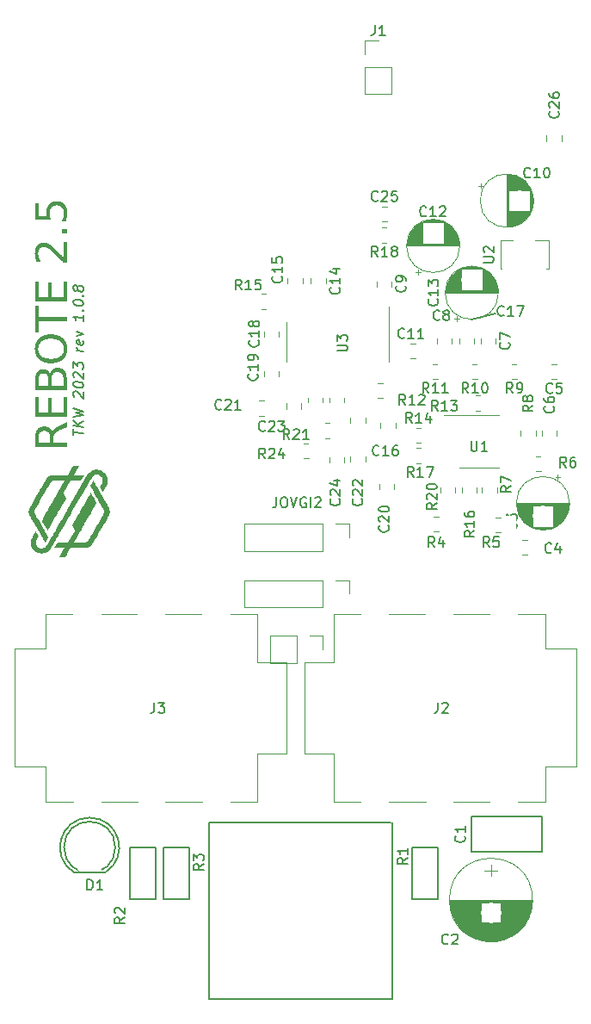
<source format=gto>
G04 #@! TF.GenerationSoftware,KiCad,Pcbnew,7.0.5.1-1-g8f565ef7f0-dirty-deb11*
G04 #@! TF.CreationDate,2023-08-10T19:05:41+00:00*
G04 #@! TF.ProjectId,rebote-smd,7265626f-7465-42d7-936d-642e6b696361,1.0.8*
G04 #@! TF.SameCoordinates,Original*
G04 #@! TF.FileFunction,Legend,Top*
G04 #@! TF.FilePolarity,Positive*
%FSLAX46Y46*%
G04 Gerber Fmt 4.6, Leading zero omitted, Abs format (unit mm)*
G04 Created by KiCad (PCBNEW 7.0.5.1-1-g8f565ef7f0-dirty-deb11) date 2023-08-10 19:05:41*
%MOMM*%
%LPD*%
G01*
G04 APERTURE LIST*
%ADD10C,0.150000*%
%ADD11C,0.120000*%
%ADD12R,2.600000X1.500000*%
%ADD13O,2.600000X1.500000*%
%ADD14R,2.000000X1.900000*%
%ADD15C,1.900000*%
%ADD16C,1.998980*%
%ADD17R,1.300000X1.300000*%
%ADD18C,1.300000*%
%ADD19O,3.000000X1.900000*%
%ADD20C,3.400000*%
%ADD21O,2.100000X2.100000*%
%ADD22C,2.000000*%
%ADD23C,2.300000*%
%ADD24C,2.398980*%
%ADD25C,1.700000*%
%ADD26C,1.924000*%
G04 APERTURE END LIST*
D10*
X162410000Y-83800000D02*
X160110000Y-84370000D01*
G36*
X120250000Y-94936217D02*
G01*
X119452791Y-95329692D01*
X119414595Y-95348709D01*
X119378041Y-95367657D01*
X119343131Y-95386536D01*
X119309863Y-95405347D01*
X119278238Y-95424088D01*
X119248257Y-95442762D01*
X119219918Y-95461366D01*
X119193222Y-95479902D01*
X119168169Y-95498369D01*
X119144759Y-95516767D01*
X119112724Y-95544236D01*
X119084386Y-95571550D01*
X119059744Y-95598710D01*
X119038799Y-95625715D01*
X119020598Y-95653426D01*
X119004186Y-95682979D01*
X118989565Y-95714374D01*
X118976735Y-95747611D01*
X118965695Y-95782690D01*
X118956445Y-95819610D01*
X118948985Y-95858373D01*
X118943316Y-95898977D01*
X118939437Y-95941423D01*
X118937845Y-95970743D01*
X118937049Y-96000883D01*
X118936950Y-96016259D01*
X118936950Y-96469818D01*
X120250000Y-96469818D01*
X120250000Y-96886008D01*
X117154954Y-96886008D01*
X117154954Y-96469818D01*
X117483217Y-96469818D01*
X118608688Y-96469818D01*
X118608688Y-95945917D01*
X118608129Y-95908851D01*
X118606455Y-95872942D01*
X118603664Y-95838189D01*
X118599757Y-95804592D01*
X118594734Y-95772152D01*
X118588595Y-95740868D01*
X118581339Y-95710740D01*
X118572967Y-95681769D01*
X118563479Y-95653953D01*
X118547153Y-95614399D01*
X118528316Y-95577446D01*
X118506968Y-95543095D01*
X118483108Y-95511346D01*
X118465806Y-95491625D01*
X118437693Y-95464127D01*
X118407210Y-95439333D01*
X118374358Y-95417243D01*
X118339135Y-95397859D01*
X118301543Y-95381180D01*
X118261580Y-95367205D01*
X118219248Y-95355935D01*
X118189710Y-95349924D01*
X118159119Y-95345116D01*
X118127474Y-95341509D01*
X118094776Y-95339105D01*
X118061025Y-95337903D01*
X118043754Y-95337752D01*
X118009487Y-95338354D01*
X117976297Y-95340157D01*
X117944183Y-95343162D01*
X117913145Y-95347370D01*
X117883183Y-95352779D01*
X117854298Y-95359391D01*
X117812987Y-95371562D01*
X117774098Y-95386439D01*
X117737631Y-95404020D01*
X117703585Y-95424306D01*
X117671960Y-95447297D01*
X117642757Y-95472992D01*
X117624633Y-95491625D01*
X117599360Y-95521640D01*
X117576574Y-95554257D01*
X117556273Y-95589475D01*
X117538457Y-95627295D01*
X117523128Y-95667716D01*
X117514290Y-95696110D01*
X117506556Y-95725659D01*
X117499927Y-95756365D01*
X117494403Y-95788227D01*
X117489984Y-95821246D01*
X117486669Y-95855421D01*
X117484459Y-95890752D01*
X117483355Y-95927240D01*
X117483217Y-95945917D01*
X117483217Y-96469818D01*
X117154954Y-96469818D01*
X117154954Y-95945917D01*
X117155171Y-95913206D01*
X117155821Y-95881019D01*
X117156905Y-95849356D01*
X117158423Y-95818216D01*
X117160374Y-95787601D01*
X117162759Y-95757509D01*
X117165578Y-95727940D01*
X117172516Y-95670375D01*
X117181189Y-95614906D01*
X117191596Y-95561531D01*
X117203737Y-95510251D01*
X117217613Y-95461067D01*
X117233224Y-95413978D01*
X117250569Y-95368984D01*
X117269648Y-95326085D01*
X117290462Y-95285281D01*
X117313011Y-95246572D01*
X117337294Y-95209959D01*
X117363312Y-95175440D01*
X117376971Y-95158967D01*
X117405607Y-95127468D01*
X117436013Y-95098001D01*
X117468187Y-95070567D01*
X117502130Y-95045165D01*
X117537842Y-95021795D01*
X117575323Y-95000457D01*
X117614572Y-94981151D01*
X117655591Y-94963878D01*
X117698378Y-94948636D01*
X117742934Y-94935427D01*
X117789259Y-94924250D01*
X117837353Y-94915105D01*
X117887216Y-94907993D01*
X117938848Y-94902912D01*
X117992248Y-94899864D01*
X118047418Y-94898848D01*
X118083576Y-94899375D01*
X118118962Y-94900955D01*
X118153574Y-94903588D01*
X118187414Y-94907274D01*
X118220482Y-94912014D01*
X118252776Y-94917807D01*
X118284298Y-94924654D01*
X118315047Y-94932554D01*
X118345023Y-94941507D01*
X118374226Y-94951513D01*
X118402656Y-94962573D01*
X118430314Y-94974685D01*
X118457199Y-94987852D01*
X118483311Y-95002071D01*
X118508650Y-95017344D01*
X118533217Y-95033670D01*
X118568312Y-95060031D01*
X118601335Y-95088556D01*
X118632283Y-95119245D01*
X118661158Y-95152097D01*
X118679256Y-95175201D01*
X118696432Y-95199267D01*
X118712686Y-95224294D01*
X118728019Y-95250283D01*
X118742431Y-95277234D01*
X118755920Y-95305146D01*
X118768488Y-95334020D01*
X118780135Y-95363856D01*
X118790859Y-95394653D01*
X118800662Y-95426413D01*
X118813623Y-95393005D01*
X118829788Y-95359826D01*
X118849160Y-95326876D01*
X118865792Y-95302314D01*
X118884228Y-95277881D01*
X118904467Y-95253576D01*
X118926509Y-95229400D01*
X118950354Y-95205353D01*
X118976002Y-95181435D01*
X118994103Y-95165561D01*
X119022827Y-95141787D01*
X119053497Y-95118000D01*
X119086111Y-95094200D01*
X119120670Y-95070387D01*
X119157174Y-95046561D01*
X119182591Y-95030670D01*
X119208872Y-95014773D01*
X119236017Y-94998871D01*
X119264027Y-94982962D01*
X119292901Y-94967048D01*
X119322639Y-94951129D01*
X119353242Y-94935203D01*
X119384709Y-94919272D01*
X119400767Y-94911304D01*
X120250000Y-94489253D01*
X120250000Y-94936217D01*
G37*
G36*
X117154954Y-93969748D02*
G01*
X117154954Y-92024354D01*
X117483217Y-92024354D01*
X117483217Y-93553558D01*
X118421109Y-93553558D01*
X118421109Y-92088101D01*
X118749371Y-92088101D01*
X118749371Y-93553558D01*
X119921737Y-93553558D01*
X119921737Y-91986985D01*
X120250000Y-91986985D01*
X120250000Y-93969748D01*
X117154954Y-93969748D01*
G37*
G36*
X119426679Y-89135569D02*
G01*
X119476753Y-89138858D01*
X119525345Y-89144339D01*
X119572455Y-89152012D01*
X119618081Y-89161878D01*
X119662225Y-89173937D01*
X119704887Y-89188188D01*
X119746065Y-89204631D01*
X119785762Y-89223267D01*
X119823975Y-89244096D01*
X119860706Y-89267117D01*
X119895954Y-89292330D01*
X119929720Y-89319736D01*
X119962003Y-89349334D01*
X119992803Y-89381125D01*
X120022121Y-89415108D01*
X120049716Y-89451023D01*
X120075530Y-89488793D01*
X120099564Y-89528417D01*
X120121818Y-89569897D01*
X120142291Y-89613231D01*
X120160984Y-89658419D01*
X120177897Y-89705463D01*
X120193030Y-89754361D01*
X120206382Y-89805114D01*
X120217954Y-89857721D01*
X120227746Y-89912184D01*
X120235757Y-89968501D01*
X120241988Y-90026673D01*
X120244436Y-90056454D01*
X120246439Y-90086699D01*
X120247997Y-90117408D01*
X120249109Y-90148580D01*
X120249777Y-90180217D01*
X120250000Y-90212316D01*
X120250000Y-91317271D01*
X117154954Y-91317271D01*
X117154954Y-90901081D01*
X117483217Y-90901081D01*
X118421109Y-90901081D01*
X118749371Y-90901081D01*
X119921737Y-90901081D01*
X119921737Y-90232833D01*
X119921173Y-90191562D01*
X119919482Y-90151649D01*
X119916662Y-90113092D01*
X119912715Y-90075891D01*
X119907641Y-90040048D01*
X119901438Y-90005561D01*
X119894108Y-89972431D01*
X119885650Y-89940657D01*
X119876065Y-89910240D01*
X119865351Y-89881180D01*
X119853510Y-89853477D01*
X119840542Y-89827130D01*
X119818974Y-89790154D01*
X119794869Y-89756230D01*
X119777390Y-89735310D01*
X119748848Y-89706371D01*
X119717626Y-89680278D01*
X119683726Y-89657032D01*
X119647147Y-89636632D01*
X119607889Y-89619079D01*
X119580228Y-89608958D01*
X119551377Y-89600102D01*
X119521335Y-89592512D01*
X119490103Y-89586186D01*
X119457680Y-89581126D01*
X119424066Y-89577330D01*
X119389261Y-89574800D01*
X119353266Y-89573535D01*
X119334822Y-89573377D01*
X119297887Y-89574010D01*
X119262190Y-89575907D01*
X119227729Y-89579070D01*
X119194504Y-89583498D01*
X119162516Y-89589191D01*
X119131764Y-89596149D01*
X119102249Y-89604372D01*
X119073970Y-89613860D01*
X119033870Y-89630465D01*
X118996553Y-89649916D01*
X118962017Y-89672213D01*
X118930264Y-89697357D01*
X118901292Y-89725347D01*
X118892254Y-89735310D01*
X118866719Y-89767199D01*
X118843696Y-89802140D01*
X118823185Y-89840134D01*
X118810906Y-89867159D01*
X118799743Y-89895541D01*
X118789697Y-89925279D01*
X118780766Y-89956374D01*
X118772953Y-89988826D01*
X118766255Y-90022635D01*
X118760674Y-90057800D01*
X118756209Y-90094322D01*
X118752860Y-90132201D01*
X118750627Y-90171436D01*
X118749511Y-90212028D01*
X118749371Y-90232833D01*
X118749371Y-90901081D01*
X118421109Y-90901081D01*
X118421109Y-90284856D01*
X118420657Y-90247361D01*
X118419300Y-90211080D01*
X118417039Y-90176012D01*
X118413873Y-90142158D01*
X118409803Y-90109517D01*
X118404829Y-90078090D01*
X118398950Y-90047876D01*
X118392166Y-90018876D01*
X118380295Y-89977651D01*
X118366389Y-89939157D01*
X118350448Y-89903394D01*
X118332472Y-89870361D01*
X118312461Y-89840059D01*
X118305338Y-89830565D01*
X118282562Y-89803852D01*
X118257648Y-89779766D01*
X118230595Y-89758308D01*
X118201405Y-89739477D01*
X118170077Y-89723274D01*
X118136610Y-89709699D01*
X118101005Y-89698751D01*
X118063263Y-89690430D01*
X118023382Y-89684737D01*
X117981363Y-89681672D01*
X117952163Y-89681088D01*
X117909105Y-89682402D01*
X117868134Y-89686343D01*
X117829249Y-89692912D01*
X117792451Y-89702108D01*
X117757739Y-89713932D01*
X117725114Y-89728383D01*
X117694576Y-89745462D01*
X117666124Y-89765169D01*
X117639759Y-89787503D01*
X117615480Y-89812464D01*
X117600453Y-89830565D01*
X117579502Y-89859957D01*
X117560611Y-89892080D01*
X117543781Y-89926933D01*
X117529012Y-89964517D01*
X117516304Y-90004831D01*
X117508977Y-90033224D01*
X117502565Y-90062831D01*
X117497070Y-90093652D01*
X117492490Y-90125685D01*
X117488826Y-90158933D01*
X117486079Y-90193394D01*
X117484247Y-90229069D01*
X117483331Y-90265957D01*
X117483217Y-90284856D01*
X117483217Y-90901081D01*
X117154954Y-90901081D01*
X117154954Y-90253349D01*
X117155147Y-90223841D01*
X117156686Y-90166104D01*
X117159766Y-90110073D01*
X117164386Y-90055749D01*
X117170545Y-90003129D01*
X117178245Y-89952216D01*
X117187484Y-89903009D01*
X117198263Y-89855508D01*
X117210582Y-89809712D01*
X117224441Y-89765622D01*
X117239840Y-89723239D01*
X117256778Y-89682561D01*
X117275257Y-89643589D01*
X117295275Y-89606323D01*
X117316833Y-89570762D01*
X117339932Y-89536908D01*
X117352058Y-89520621D01*
X117377254Y-89489388D01*
X117403750Y-89460170D01*
X117431545Y-89432968D01*
X117460639Y-89407780D01*
X117491033Y-89384608D01*
X117522727Y-89363450D01*
X117555719Y-89344308D01*
X117590012Y-89327180D01*
X117625603Y-89312068D01*
X117662495Y-89298970D01*
X117700685Y-89287888D01*
X117740175Y-89278820D01*
X117780965Y-89271768D01*
X117823054Y-89266730D01*
X117866442Y-89263708D01*
X117911130Y-89262700D01*
X117945852Y-89263215D01*
X117979674Y-89264761D01*
X118012599Y-89267337D01*
X118044624Y-89270943D01*
X118075751Y-89275580D01*
X118105979Y-89281247D01*
X118135308Y-89287945D01*
X118163738Y-89295673D01*
X118204699Y-89309197D01*
X118243637Y-89325039D01*
X118280553Y-89343200D01*
X118315447Y-89363679D01*
X118348319Y-89386477D01*
X118358827Y-89394591D01*
X118388782Y-89420403D01*
X118416547Y-89448378D01*
X118442122Y-89478517D01*
X118465508Y-89510820D01*
X118486704Y-89545287D01*
X118505711Y-89581918D01*
X118522528Y-89620712D01*
X118537155Y-89661671D01*
X118545690Y-89690179D01*
X118553252Y-89719648D01*
X118559841Y-89750079D01*
X118565457Y-89781472D01*
X118574361Y-89743631D01*
X118584404Y-89706860D01*
X118595587Y-89671159D01*
X118607909Y-89636529D01*
X118621370Y-89602970D01*
X118635970Y-89570480D01*
X118651710Y-89539062D01*
X118668588Y-89508714D01*
X118686606Y-89479436D01*
X118705763Y-89451229D01*
X118726059Y-89424092D01*
X118747494Y-89398026D01*
X118770068Y-89373030D01*
X118793782Y-89349105D01*
X118818634Y-89326250D01*
X118844626Y-89304466D01*
X118871600Y-89283881D01*
X118899398Y-89264624D01*
X118928020Y-89246695D01*
X118957466Y-89230094D01*
X118987737Y-89214821D01*
X119018832Y-89200876D01*
X119050752Y-89188259D01*
X119083496Y-89176971D01*
X119117064Y-89167010D01*
X119151456Y-89158378D01*
X119186673Y-89151074D01*
X119222714Y-89145097D01*
X119259579Y-89140449D01*
X119297269Y-89137129D01*
X119335783Y-89135137D01*
X119375122Y-89134473D01*
X119426679Y-89135569D01*
G37*
G36*
X118748352Y-85841969D02*
G01*
X118792923Y-85843105D01*
X118836921Y-85844997D01*
X118880347Y-85847647D01*
X118923200Y-85851054D01*
X118965481Y-85855218D01*
X119007189Y-85860138D01*
X119048325Y-85865816D01*
X119088888Y-85872251D01*
X119128879Y-85879443D01*
X119168298Y-85887393D01*
X119207144Y-85896099D01*
X119245417Y-85905562D01*
X119283118Y-85915782D01*
X119320247Y-85926760D01*
X119356803Y-85938494D01*
X119392787Y-85950985D01*
X119428199Y-85964234D01*
X119463038Y-85978239D01*
X119497304Y-85993002D01*
X119530998Y-86008522D01*
X119564120Y-86024798D01*
X119596669Y-86041832D01*
X119628646Y-86059623D01*
X119660050Y-86078171D01*
X119690882Y-86097476D01*
X119721141Y-86117538D01*
X119750828Y-86138357D01*
X119779943Y-86159933D01*
X119808485Y-86182266D01*
X119836454Y-86205357D01*
X119863852Y-86229204D01*
X119890494Y-86253683D01*
X119916290Y-86278669D01*
X119941241Y-86304161D01*
X119965346Y-86330160D01*
X119988605Y-86356666D01*
X120011018Y-86383678D01*
X120032586Y-86411197D01*
X120053308Y-86439222D01*
X120073184Y-86467754D01*
X120092214Y-86496793D01*
X120110398Y-86526338D01*
X120127737Y-86556390D01*
X120144230Y-86586949D01*
X120159877Y-86618014D01*
X120174678Y-86649586D01*
X120188633Y-86681664D01*
X120201743Y-86714249D01*
X120214007Y-86747340D01*
X120225425Y-86780939D01*
X120235998Y-86815043D01*
X120245724Y-86849655D01*
X120254605Y-86884773D01*
X120262640Y-86920397D01*
X120269829Y-86956529D01*
X120276172Y-86993166D01*
X120281670Y-87030311D01*
X120286322Y-87067962D01*
X120290128Y-87106120D01*
X120293088Y-87144784D01*
X120295203Y-87183955D01*
X120296471Y-87223633D01*
X120296894Y-87263817D01*
X120296472Y-87304137D01*
X120295205Y-87343947D01*
X120293095Y-87383249D01*
X120290139Y-87422040D01*
X120286340Y-87460322D01*
X120281696Y-87498095D01*
X120276207Y-87535358D01*
X120269875Y-87572112D01*
X120262698Y-87608357D01*
X120254676Y-87644091D01*
X120245811Y-87679317D01*
X120236101Y-87714033D01*
X120225546Y-87748239D01*
X120214147Y-87781936D01*
X120201904Y-87815123D01*
X120188817Y-87847801D01*
X120174885Y-87879970D01*
X120160109Y-87911629D01*
X120144488Y-87942778D01*
X120128023Y-87973418D01*
X120110714Y-88003549D01*
X120092560Y-88033170D01*
X120073562Y-88062282D01*
X120053720Y-88090884D01*
X120033033Y-88118977D01*
X120011502Y-88146560D01*
X119989127Y-88173634D01*
X119965907Y-88200198D01*
X119941843Y-88226253D01*
X119916934Y-88251798D01*
X119891181Y-88276834D01*
X119864584Y-88301360D01*
X119837275Y-88325253D01*
X119809386Y-88348387D01*
X119780918Y-88370762D01*
X119751870Y-88392379D01*
X119722242Y-88413237D01*
X119692035Y-88433337D01*
X119661249Y-88452679D01*
X119629882Y-88471262D01*
X119597936Y-88489086D01*
X119565411Y-88506152D01*
X119532305Y-88522460D01*
X119498621Y-88538009D01*
X119464356Y-88552799D01*
X119429512Y-88566831D01*
X119394089Y-88580105D01*
X119358086Y-88592620D01*
X119321503Y-88604376D01*
X119284341Y-88615375D01*
X119246599Y-88625614D01*
X119208277Y-88635095D01*
X119169376Y-88643818D01*
X119129895Y-88651782D01*
X119089835Y-88658988D01*
X119049195Y-88665435D01*
X119007975Y-88671123D01*
X118966176Y-88676054D01*
X118923797Y-88680225D01*
X118880839Y-88683639D01*
X118837301Y-88686293D01*
X118793183Y-88688189D01*
X118748486Y-88689327D01*
X118703210Y-88689706D01*
X118657977Y-88689327D01*
X118613322Y-88688189D01*
X118569243Y-88686293D01*
X118525740Y-88683639D01*
X118482815Y-88680225D01*
X118440466Y-88676054D01*
X118398694Y-88671123D01*
X118357499Y-88665435D01*
X118316881Y-88658988D01*
X118276839Y-88651782D01*
X118237374Y-88643818D01*
X118198486Y-88635095D01*
X118160174Y-88625614D01*
X118122439Y-88615375D01*
X118085281Y-88604376D01*
X118048700Y-88592620D01*
X118012695Y-88580105D01*
X117977267Y-88566831D01*
X117942416Y-88552799D01*
X117908142Y-88538009D01*
X117874444Y-88522460D01*
X117841323Y-88506152D01*
X117808779Y-88489086D01*
X117776812Y-88471262D01*
X117745421Y-88452679D01*
X117714607Y-88433337D01*
X117684370Y-88413237D01*
X117654709Y-88392379D01*
X117625626Y-88370762D01*
X117597119Y-88348387D01*
X117569188Y-88325253D01*
X117541835Y-88301360D01*
X117515147Y-88276834D01*
X117489307Y-88251798D01*
X117464314Y-88226253D01*
X117440169Y-88200198D01*
X117416870Y-88173634D01*
X117394419Y-88146560D01*
X117372815Y-88118977D01*
X117352058Y-88090884D01*
X117332149Y-88062282D01*
X117313086Y-88033170D01*
X117294871Y-88003549D01*
X117277503Y-87973418D01*
X117260982Y-87942778D01*
X117245309Y-87911629D01*
X117230482Y-87879970D01*
X117216503Y-87847801D01*
X117203371Y-87815123D01*
X117191087Y-87781936D01*
X117179649Y-87748239D01*
X117169059Y-87714033D01*
X117159316Y-87679317D01*
X117150420Y-87644091D01*
X117142372Y-87608357D01*
X117135170Y-87572112D01*
X117128816Y-87535358D01*
X117123309Y-87498095D01*
X117118650Y-87460322D01*
X117114837Y-87422040D01*
X117111872Y-87383249D01*
X117109754Y-87343947D01*
X117108483Y-87304137D01*
X117108060Y-87263817D01*
X117108068Y-87263084D01*
X117436322Y-87263084D01*
X117437650Y-87319049D01*
X117441634Y-87373554D01*
X117448275Y-87426600D01*
X117457571Y-87478186D01*
X117469524Y-87528312D01*
X117484132Y-87576978D01*
X117501397Y-87624185D01*
X117521318Y-87669931D01*
X117543896Y-87714219D01*
X117569129Y-87757046D01*
X117597018Y-87798414D01*
X117627564Y-87838322D01*
X117660766Y-87876770D01*
X117696624Y-87913758D01*
X117735138Y-87949287D01*
X117776308Y-87983356D01*
X117819771Y-88015653D01*
X117865163Y-88045867D01*
X117912484Y-88073997D01*
X117961734Y-88100043D01*
X118012913Y-88124006D01*
X118066022Y-88145884D01*
X118121060Y-88165680D01*
X118149302Y-88174796D01*
X118178026Y-88183391D01*
X118207233Y-88191465D01*
X118236922Y-88199019D01*
X118267094Y-88206051D01*
X118297747Y-88212563D01*
X118328883Y-88218553D01*
X118360502Y-88224023D01*
X118392602Y-88228972D01*
X118425185Y-88233400D01*
X118458250Y-88237307D01*
X118491797Y-88240693D01*
X118525827Y-88243558D01*
X118560339Y-88245902D01*
X118595333Y-88247725D01*
X118630810Y-88249027D01*
X118666768Y-88249809D01*
X118703210Y-88250069D01*
X118739560Y-88249809D01*
X118775432Y-88249027D01*
X118810824Y-88247725D01*
X118845737Y-88245902D01*
X118880170Y-88243558D01*
X118914124Y-88240693D01*
X118947598Y-88237307D01*
X118980593Y-88233400D01*
X119013109Y-88228972D01*
X119045145Y-88224023D01*
X119076701Y-88218553D01*
X119107779Y-88212563D01*
X119138377Y-88206051D01*
X119168495Y-88199019D01*
X119198134Y-88191465D01*
X119227294Y-88183391D01*
X119255974Y-88174796D01*
X119284175Y-88165680D01*
X119311896Y-88156042D01*
X119365900Y-88135205D01*
X119417987Y-88112285D01*
X119468156Y-88087280D01*
X119516407Y-88060192D01*
X119562741Y-88031021D01*
X119607157Y-87999765D01*
X119628646Y-87983356D01*
X119669816Y-87949287D01*
X119708330Y-87913758D01*
X119744188Y-87876770D01*
X119777390Y-87838322D01*
X119807935Y-87798414D01*
X119835825Y-87757046D01*
X119861058Y-87714219D01*
X119883635Y-87669931D01*
X119903556Y-87624185D01*
X119920821Y-87576978D01*
X119935430Y-87528312D01*
X119947383Y-87478186D01*
X119956679Y-87426600D01*
X119963319Y-87373554D01*
X119967304Y-87319049D01*
X119968632Y-87263084D01*
X119967304Y-87207216D01*
X119963319Y-87152820D01*
X119956679Y-87099894D01*
X119947383Y-87048440D01*
X119935430Y-86998457D01*
X119920821Y-86949946D01*
X119903556Y-86902905D01*
X119883635Y-86857336D01*
X119861058Y-86813237D01*
X119835825Y-86770610D01*
X119807935Y-86729454D01*
X119777390Y-86689770D01*
X119744188Y-86651556D01*
X119708330Y-86614814D01*
X119669816Y-86579543D01*
X119628646Y-86545743D01*
X119585189Y-86513623D01*
X119539814Y-86483575D01*
X119492521Y-86455600D01*
X119443311Y-86429697D01*
X119392183Y-86405866D01*
X119339138Y-86384107D01*
X119284175Y-86364421D01*
X119255974Y-86355355D01*
X119227294Y-86346807D01*
X119198134Y-86338777D01*
X119168495Y-86331265D01*
X119138377Y-86324271D01*
X119107779Y-86317795D01*
X119076701Y-86311838D01*
X119045145Y-86306398D01*
X119013109Y-86301476D01*
X118980593Y-86297073D01*
X118947598Y-86293187D01*
X118914124Y-86289820D01*
X118880170Y-86286971D01*
X118845737Y-86284639D01*
X118810824Y-86282826D01*
X118775432Y-86281531D01*
X118739560Y-86280754D01*
X118703210Y-86280495D01*
X118666768Y-86280754D01*
X118630810Y-86281531D01*
X118595333Y-86282826D01*
X118560339Y-86284639D01*
X118525827Y-86286971D01*
X118491797Y-86289820D01*
X118458250Y-86293187D01*
X118425185Y-86297073D01*
X118392602Y-86301476D01*
X118360502Y-86306398D01*
X118328883Y-86311838D01*
X118297747Y-86317795D01*
X118267094Y-86324271D01*
X118236922Y-86331265D01*
X118207233Y-86338777D01*
X118178026Y-86346807D01*
X118149302Y-86355355D01*
X118121060Y-86364421D01*
X118093300Y-86374005D01*
X118039227Y-86394728D01*
X117987083Y-86417522D01*
X117936868Y-86442389D01*
X117888582Y-86469329D01*
X117842226Y-86498340D01*
X117797798Y-86529424D01*
X117776308Y-86545743D01*
X117735138Y-86579543D01*
X117696624Y-86614814D01*
X117660766Y-86651556D01*
X117627564Y-86689770D01*
X117597018Y-86729454D01*
X117569129Y-86770610D01*
X117543896Y-86813237D01*
X117521318Y-86857336D01*
X117501397Y-86902905D01*
X117484132Y-86949946D01*
X117469524Y-86998457D01*
X117457571Y-87048440D01*
X117448275Y-87099894D01*
X117441634Y-87152820D01*
X117437650Y-87207216D01*
X117436322Y-87263084D01*
X117108068Y-87263084D01*
X117108483Y-87223633D01*
X117109754Y-87183955D01*
X117111872Y-87144784D01*
X117114837Y-87106120D01*
X117118650Y-87067962D01*
X117123309Y-87030311D01*
X117128816Y-86993166D01*
X117135170Y-86956529D01*
X117142372Y-86920397D01*
X117150420Y-86884773D01*
X117159316Y-86849655D01*
X117169059Y-86815043D01*
X117179649Y-86780939D01*
X117191087Y-86747340D01*
X117203371Y-86714249D01*
X117216503Y-86681664D01*
X117230482Y-86649586D01*
X117245309Y-86618014D01*
X117260982Y-86586949D01*
X117277503Y-86556390D01*
X117294871Y-86526338D01*
X117313086Y-86496793D01*
X117332149Y-86467754D01*
X117352058Y-86439222D01*
X117372815Y-86411197D01*
X117394419Y-86383678D01*
X117416870Y-86356666D01*
X117440169Y-86330160D01*
X117464314Y-86304161D01*
X117489307Y-86278669D01*
X117515147Y-86253683D01*
X117541835Y-86229204D01*
X117569188Y-86205357D01*
X117597119Y-86182266D01*
X117625626Y-86159933D01*
X117654709Y-86138357D01*
X117684370Y-86117538D01*
X117714607Y-86097476D01*
X117745421Y-86078171D01*
X117776812Y-86059623D01*
X117808779Y-86041832D01*
X117841323Y-86024798D01*
X117874444Y-86008522D01*
X117908142Y-85993002D01*
X117942416Y-85978239D01*
X117977267Y-85964234D01*
X118012695Y-85950985D01*
X118048700Y-85938494D01*
X118085281Y-85926760D01*
X118122439Y-85915782D01*
X118160174Y-85905562D01*
X118198486Y-85896099D01*
X118237374Y-85887393D01*
X118276839Y-85879443D01*
X118316881Y-85872251D01*
X118357499Y-85865816D01*
X118398694Y-85860138D01*
X118440466Y-85855218D01*
X118482815Y-85851054D01*
X118525740Y-85847647D01*
X118569243Y-85844997D01*
X118613322Y-85843105D01*
X118657977Y-85841969D01*
X118703210Y-85841591D01*
X118748352Y-85841969D01*
G37*
G36*
X117154954Y-85632763D02*
G01*
X117154954Y-83030111D01*
X117483217Y-83030111D01*
X117483217Y-84121877D01*
X120250000Y-84121877D01*
X120250000Y-84540265D01*
X117483217Y-84540265D01*
X117483217Y-85632763D01*
X117154954Y-85632763D01*
G37*
G36*
X117154954Y-82641765D02*
G01*
X117154954Y-80696371D01*
X117483217Y-80696371D01*
X117483217Y-82225575D01*
X118421109Y-82225575D01*
X118421109Y-80760118D01*
X118749371Y-80760118D01*
X118749371Y-82225575D01*
X119921737Y-82225575D01*
X119921737Y-80659002D01*
X120250000Y-80659002D01*
X120250000Y-82641765D01*
X117154954Y-82641765D01*
G37*
G36*
X119921737Y-78260048D02*
G01*
X119921737Y-76807048D01*
X120250000Y-76807048D01*
X120250000Y-78760502D01*
X119921737Y-78760502D01*
X119889743Y-78730245D01*
X119856410Y-78698644D01*
X119821737Y-78665697D01*
X119785724Y-78631404D01*
X119748372Y-78595767D01*
X119709681Y-78558784D01*
X119669650Y-78520456D01*
X119628279Y-78480783D01*
X119607092Y-78460442D01*
X119585569Y-78439764D01*
X119563712Y-78418751D01*
X119541520Y-78397401D01*
X119518993Y-78375714D01*
X119496131Y-78353692D01*
X119472934Y-78331333D01*
X119449402Y-78308637D01*
X119425535Y-78285606D01*
X119401334Y-78262238D01*
X119376797Y-78238534D01*
X119351926Y-78214493D01*
X119326720Y-78190116D01*
X119301179Y-78165403D01*
X119275303Y-78140354D01*
X119249092Y-78114968D01*
X119222962Y-78089665D01*
X119197418Y-78064957D01*
X119172461Y-78040842D01*
X119148090Y-78017321D01*
X119124307Y-77994393D01*
X119101110Y-77972060D01*
X119078500Y-77950321D01*
X119056476Y-77929176D01*
X119035040Y-77908624D01*
X118993927Y-77869303D01*
X118955161Y-77832357D01*
X118918742Y-77797788D01*
X118884670Y-77765593D01*
X118852945Y-77735775D01*
X118823567Y-77708332D01*
X118796537Y-77683264D01*
X118771853Y-77660573D01*
X118749516Y-77640257D01*
X118720411Y-77614237D01*
X118703942Y-77599860D01*
X118675549Y-77575417D01*
X118647705Y-77551912D01*
X118620411Y-77529346D01*
X118593667Y-77507719D01*
X118567472Y-77487031D01*
X118541826Y-77467282D01*
X118516730Y-77448471D01*
X118492184Y-77430600D01*
X118468187Y-77413667D01*
X118433222Y-77390028D01*
X118399494Y-77368501D01*
X118367002Y-77349086D01*
X118335746Y-77331784D01*
X118315596Y-77321423D01*
X118285828Y-77307150D01*
X118256151Y-77294281D01*
X118226563Y-77282815D01*
X118197066Y-77272754D01*
X118167659Y-77264096D01*
X118138342Y-77256843D01*
X118109115Y-77250993D01*
X118079978Y-77246547D01*
X118041269Y-77242804D01*
X118002721Y-77241556D01*
X117971760Y-77242228D01*
X117941527Y-77244246D01*
X117912020Y-77247609D01*
X117869123Y-77255176D01*
X117827862Y-77265770D01*
X117788237Y-77279391D01*
X117750247Y-77296038D01*
X117713894Y-77315712D01*
X117679176Y-77338413D01*
X117646093Y-77364141D01*
X117614647Y-77392896D01*
X117594591Y-77413747D01*
X117566307Y-77446947D01*
X117540804Y-77481977D01*
X117518084Y-77518835D01*
X117498146Y-77557522D01*
X117480990Y-77598038D01*
X117471098Y-77626065D01*
X117462443Y-77654905D01*
X117455024Y-77684557D01*
X117448841Y-77715023D01*
X117443895Y-77746301D01*
X117440186Y-77778392D01*
X117437713Y-77811296D01*
X117436476Y-77845013D01*
X117436322Y-77862177D01*
X117436940Y-77899052D01*
X117438795Y-77936314D01*
X117441886Y-77973962D01*
X117446214Y-78011997D01*
X117451778Y-78050418D01*
X117458579Y-78089225D01*
X117466616Y-78128419D01*
X117475889Y-78167999D01*
X117486399Y-78207966D01*
X117498146Y-78248319D01*
X117506664Y-78275436D01*
X117520347Y-78316373D01*
X117535292Y-78357850D01*
X117545956Y-78385803D01*
X117557182Y-78413996D01*
X117568969Y-78442429D01*
X117581316Y-78471103D01*
X117594225Y-78500017D01*
X117607695Y-78529172D01*
X117621725Y-78558567D01*
X117636317Y-78588202D01*
X117651469Y-78618078D01*
X117667183Y-78648194D01*
X117683457Y-78678551D01*
X117700293Y-78709148D01*
X117717690Y-78739986D01*
X117295638Y-78739986D01*
X117284186Y-78708699D01*
X117273095Y-78677669D01*
X117262365Y-78646898D01*
X117251995Y-78616383D01*
X117241986Y-78586127D01*
X117232337Y-78556128D01*
X117223049Y-78526387D01*
X117214122Y-78496903D01*
X117205555Y-78467677D01*
X117197349Y-78438708D01*
X117189504Y-78409997D01*
X117182019Y-78381544D01*
X117171468Y-78339347D01*
X117161729Y-78297729D01*
X117155687Y-78270307D01*
X117147175Y-78229563D01*
X117139501Y-78189489D01*
X117132664Y-78150085D01*
X117126664Y-78111350D01*
X117121501Y-78073286D01*
X117117176Y-78035891D01*
X117113687Y-77999166D01*
X117111036Y-77963110D01*
X117109222Y-77927724D01*
X117108246Y-77893009D01*
X117108060Y-77870237D01*
X117108296Y-77840522D01*
X117109004Y-77811186D01*
X117111838Y-77753653D01*
X117116560Y-77697636D01*
X117123172Y-77643137D01*
X117131673Y-77590154D01*
X117142063Y-77538689D01*
X117154342Y-77488740D01*
X117168510Y-77440308D01*
X117184567Y-77393394D01*
X117202513Y-77347996D01*
X117222348Y-77304115D01*
X117244072Y-77261752D01*
X117267686Y-77220905D01*
X117293188Y-77181575D01*
X117320579Y-77143762D01*
X117349860Y-77107466D01*
X117380720Y-77073040D01*
X117412852Y-77040834D01*
X117446254Y-77010849D01*
X117480927Y-76983086D01*
X117516871Y-76957543D01*
X117554085Y-76934222D01*
X117592571Y-76913122D01*
X117632327Y-76894242D01*
X117673354Y-76877584D01*
X117715652Y-76863147D01*
X117759220Y-76850931D01*
X117804060Y-76840936D01*
X117850170Y-76833163D01*
X117897552Y-76827610D01*
X117946204Y-76824278D01*
X117996127Y-76823168D01*
X118031817Y-76823792D01*
X118067173Y-76825666D01*
X118102193Y-76828790D01*
X118136879Y-76833163D01*
X118171230Y-76838785D01*
X118205246Y-76845656D01*
X118238927Y-76853777D01*
X118272274Y-76863147D01*
X118305285Y-76873767D01*
X118337962Y-76885636D01*
X118359560Y-76894242D01*
X118392380Y-76908593D01*
X118426270Y-76924991D01*
X118461228Y-76943437D01*
X118497256Y-76963932D01*
X118534352Y-76986474D01*
X118559677Y-77002640D01*
X118585477Y-77019716D01*
X118611752Y-77037702D01*
X118638503Y-77056598D01*
X118665728Y-77076405D01*
X118693429Y-77097122D01*
X118721604Y-77118749D01*
X118750255Y-77141286D01*
X118764759Y-77152896D01*
X118789327Y-77174434D01*
X118816994Y-77199598D01*
X118842417Y-77223100D01*
X118871845Y-77250569D01*
X118893690Y-77271085D01*
X118917314Y-77293365D01*
X118942719Y-77317407D01*
X118969905Y-77343213D01*
X118998871Y-77370782D01*
X119029617Y-77400114D01*
X119062143Y-77431209D01*
X119096449Y-77464068D01*
X119114270Y-77481158D01*
X119151256Y-77516572D01*
X119190039Y-77553755D01*
X119230620Y-77592707D01*
X119272998Y-77633428D01*
X119294861Y-77654452D01*
X119317173Y-77675918D01*
X119339935Y-77697826D01*
X119363146Y-77720176D01*
X119386807Y-77742969D01*
X119410917Y-77766204D01*
X119435476Y-77789881D01*
X119460484Y-77814000D01*
X119485943Y-77838561D01*
X119511850Y-77863565D01*
X119538207Y-77889011D01*
X119565013Y-77914899D01*
X119592268Y-77941229D01*
X119619973Y-77968002D01*
X119648127Y-77995216D01*
X119676731Y-78022873D01*
X119705784Y-78050972D01*
X119735286Y-78079514D01*
X119765238Y-78108497D01*
X119795639Y-78137923D01*
X119826490Y-78167791D01*
X119857789Y-78198101D01*
X119889539Y-78228854D01*
X119921737Y-78260048D01*
G37*
G36*
X119734159Y-75948290D02*
G01*
X119734159Y-75513782D01*
X120250000Y-75513782D01*
X120250000Y-75948290D01*
X119734159Y-75948290D01*
G37*
G36*
X117154954Y-74610327D02*
G01*
X117154954Y-72976343D01*
X117483217Y-72976343D01*
X117483217Y-74229309D01*
X118291416Y-74229309D01*
X118282826Y-74200933D01*
X118274915Y-74172594D01*
X118266320Y-74138633D01*
X118258704Y-74104725D01*
X118252066Y-74070868D01*
X118248185Y-74048325D01*
X118243205Y-74014253D01*
X118239255Y-73980181D01*
X118236336Y-73946109D01*
X118234446Y-73912037D01*
X118233588Y-73877965D01*
X118233531Y-73866608D01*
X118233802Y-73834623D01*
X118234618Y-73803058D01*
X118235978Y-73771912D01*
X118237881Y-73741185D01*
X118240328Y-73710878D01*
X118243319Y-73680990D01*
X118246854Y-73651521D01*
X118250933Y-73622472D01*
X118260722Y-73565631D01*
X118272686Y-73510468D01*
X118286825Y-73456981D01*
X118303140Y-73405172D01*
X118321630Y-73355040D01*
X118342295Y-73306586D01*
X118365135Y-73259809D01*
X118390151Y-73214709D01*
X118417342Y-73171286D01*
X118446709Y-73129540D01*
X118478250Y-73089472D01*
X118511967Y-73051081D01*
X118547453Y-73014614D01*
X118584485Y-72980499D01*
X118623062Y-72948737D01*
X118663184Y-72919327D01*
X118704852Y-72892271D01*
X118748066Y-72867567D01*
X118792826Y-72845216D01*
X118839131Y-72825218D01*
X118886981Y-72807572D01*
X118936378Y-72792279D01*
X118987319Y-72779339D01*
X119039807Y-72768752D01*
X119093840Y-72760517D01*
X119149418Y-72754635D01*
X119206543Y-72751106D01*
X119265212Y-72749930D01*
X119295591Y-72750232D01*
X119325542Y-72751138D01*
X119355067Y-72752647D01*
X119412839Y-72757479D01*
X119468904Y-72764726D01*
X119523263Y-72774389D01*
X119575916Y-72786467D01*
X119626864Y-72800962D01*
X119676106Y-72817872D01*
X119723641Y-72837197D01*
X119769471Y-72858939D01*
X119813595Y-72883096D01*
X119856013Y-72909669D01*
X119896726Y-72938657D01*
X119935732Y-72970062D01*
X119973032Y-73003882D01*
X120008627Y-73040117D01*
X120025785Y-73059141D01*
X120058614Y-73098783D01*
X120089326Y-73140405D01*
X120117919Y-73184008D01*
X120144395Y-73229592D01*
X120168752Y-73277157D01*
X120190992Y-73326702D01*
X120211113Y-73378227D01*
X120229117Y-73431734D01*
X120245002Y-73487221D01*
X120252150Y-73515707D01*
X120258769Y-73544688D01*
X120264859Y-73574165D01*
X120270419Y-73604137D01*
X120275449Y-73634604D01*
X120279950Y-73665566D01*
X120283921Y-73697023D01*
X120287363Y-73728975D01*
X120290275Y-73761423D01*
X120292658Y-73794366D01*
X120294511Y-73827803D01*
X120295835Y-73861737D01*
X120296629Y-73896165D01*
X120296894Y-73931088D01*
X120296585Y-73967423D01*
X120295658Y-74003886D01*
X120294112Y-74040478D01*
X120291948Y-74077199D01*
X120289166Y-74114048D01*
X120285766Y-74151027D01*
X120281747Y-74188134D01*
X120277110Y-74225370D01*
X120271855Y-74262735D01*
X120265982Y-74300229D01*
X120261723Y-74325296D01*
X120254819Y-74363062D01*
X120247298Y-74401073D01*
X120239157Y-74439329D01*
X120230399Y-74477830D01*
X120221022Y-74516575D01*
X120211028Y-74555565D01*
X120200414Y-74594799D01*
X120189183Y-74634279D01*
X120177333Y-74674003D01*
X120164866Y-74713971D01*
X120156210Y-74740753D01*
X119734159Y-74740753D01*
X119755881Y-74705885D01*
X119776534Y-74670798D01*
X119796118Y-74635491D01*
X119814633Y-74599966D01*
X119832079Y-74564222D01*
X119848456Y-74528259D01*
X119863764Y-74492077D01*
X119878002Y-74455676D01*
X119891172Y-74419056D01*
X119903273Y-74382217D01*
X119910746Y-74357536D01*
X119921091Y-74320242D01*
X119930418Y-74282549D01*
X119938728Y-74244456D01*
X119946020Y-74205964D01*
X119952295Y-74167073D01*
X119957552Y-74127783D01*
X119961792Y-74088093D01*
X119965014Y-74048004D01*
X119967219Y-74007516D01*
X119968406Y-73966628D01*
X119968632Y-73939148D01*
X119967893Y-73895124D01*
X119965678Y-73852263D01*
X119961986Y-73810563D01*
X119956816Y-73770025D01*
X119950170Y-73730650D01*
X119942047Y-73692436D01*
X119932448Y-73655385D01*
X119921371Y-73619495D01*
X119908817Y-73584768D01*
X119894786Y-73551203D01*
X119879279Y-73518800D01*
X119862295Y-73487558D01*
X119843833Y-73457479D01*
X119823895Y-73428562D01*
X119802480Y-73400807D01*
X119779588Y-73374214D01*
X119755339Y-73349015D01*
X119730037Y-73325442D01*
X119703682Y-73303495D01*
X119676273Y-73283173D01*
X119647811Y-73264477D01*
X119618296Y-73247407D01*
X119587727Y-73231962D01*
X119556106Y-73218143D01*
X119523430Y-73205950D01*
X119489702Y-73195383D01*
X119454920Y-73186441D01*
X119419085Y-73179125D01*
X119382197Y-73173435D01*
X119344255Y-73169371D01*
X119305261Y-73166932D01*
X119265212Y-73166120D01*
X119225167Y-73166932D01*
X119186181Y-73169371D01*
X119148253Y-73173435D01*
X119111385Y-73179125D01*
X119075576Y-73186441D01*
X119040826Y-73195383D01*
X119007134Y-73205950D01*
X118974502Y-73218143D01*
X118942929Y-73231962D01*
X118912415Y-73247407D01*
X118882960Y-73264477D01*
X118854564Y-73283173D01*
X118827227Y-73303495D01*
X118800949Y-73325442D01*
X118775730Y-73349015D01*
X118751570Y-73374214D01*
X118728589Y-73400804D01*
X118707091Y-73428551D01*
X118687075Y-73457454D01*
X118668542Y-73487513D01*
X118651492Y-73518728D01*
X118635924Y-73551100D01*
X118621839Y-73584628D01*
X118609237Y-73619312D01*
X118598117Y-73655153D01*
X118588480Y-73692150D01*
X118580326Y-73730303D01*
X118573654Y-73769613D01*
X118568465Y-73810079D01*
X118564758Y-73851702D01*
X118562534Y-73894480D01*
X118561793Y-73938415D01*
X118562096Y-73969733D01*
X118563004Y-74001038D01*
X118564517Y-74032330D01*
X118566636Y-74063609D01*
X118569360Y-74094875D01*
X118572689Y-74126128D01*
X118576624Y-74157369D01*
X118581164Y-74188596D01*
X118586310Y-74219811D01*
X118592061Y-74251013D01*
X118596231Y-74271807D01*
X118602892Y-74302921D01*
X118610236Y-74334163D01*
X118618262Y-74365535D01*
X118626971Y-74397035D01*
X118636363Y-74428664D01*
X118646437Y-74460422D01*
X118657194Y-74492308D01*
X118668634Y-74524323D01*
X118680756Y-74556468D01*
X118693561Y-74588741D01*
X118702477Y-74610327D01*
X117154954Y-74610327D01*
G37*
X120879819Y-95737030D02*
X120879819Y-95165601D01*
X121879819Y-95576316D02*
X120879819Y-95451316D01*
X121879819Y-94957268D02*
X120879819Y-94832268D01*
X121879819Y-94385839D02*
X121308390Y-94742982D01*
X120879819Y-94260839D02*
X121451247Y-94903696D01*
X120879819Y-93927506D02*
X121879819Y-93814411D01*
X121879819Y-93814411D02*
X121165533Y-93534649D01*
X121165533Y-93534649D02*
X121879819Y-93433458D01*
X121879819Y-93433458D02*
X120879819Y-93070363D01*
X120975057Y-91987029D02*
X120927438Y-91933458D01*
X120927438Y-91933458D02*
X120879819Y-91832268D01*
X120879819Y-91832268D02*
X120879819Y-91594172D01*
X120879819Y-91594172D02*
X120927438Y-91504887D01*
X120927438Y-91504887D02*
X120975057Y-91463220D01*
X120975057Y-91463220D02*
X121070295Y-91427506D01*
X121070295Y-91427506D02*
X121165533Y-91439410D01*
X121165533Y-91439410D02*
X121308390Y-91504887D01*
X121308390Y-91504887D02*
X121879819Y-92147744D01*
X121879819Y-92147744D02*
X121879819Y-91528696D01*
X120879819Y-90784648D02*
X120879819Y-90689410D01*
X120879819Y-90689410D02*
X120927438Y-90600125D01*
X120927438Y-90600125D02*
X120975057Y-90558458D01*
X120975057Y-90558458D02*
X121070295Y-90522744D01*
X121070295Y-90522744D02*
X121260771Y-90498934D01*
X121260771Y-90498934D02*
X121498866Y-90528696D01*
X121498866Y-90528696D02*
X121689342Y-90600125D01*
X121689342Y-90600125D02*
X121784580Y-90659648D01*
X121784580Y-90659648D02*
X121832200Y-90713220D01*
X121832200Y-90713220D02*
X121879819Y-90814410D01*
X121879819Y-90814410D02*
X121879819Y-90909648D01*
X121879819Y-90909648D02*
X121832200Y-90998934D01*
X121832200Y-90998934D02*
X121784580Y-91040601D01*
X121784580Y-91040601D02*
X121689342Y-91076315D01*
X121689342Y-91076315D02*
X121498866Y-91100125D01*
X121498866Y-91100125D02*
X121260771Y-91070363D01*
X121260771Y-91070363D02*
X121070295Y-90998934D01*
X121070295Y-90998934D02*
X120975057Y-90939410D01*
X120975057Y-90939410D02*
X120927438Y-90885839D01*
X120927438Y-90885839D02*
X120879819Y-90784648D01*
X120975057Y-90082267D02*
X120927438Y-90028696D01*
X120927438Y-90028696D02*
X120879819Y-89927506D01*
X120879819Y-89927506D02*
X120879819Y-89689410D01*
X120879819Y-89689410D02*
X120927438Y-89600125D01*
X120927438Y-89600125D02*
X120975057Y-89558458D01*
X120975057Y-89558458D02*
X121070295Y-89522744D01*
X121070295Y-89522744D02*
X121165533Y-89534648D01*
X121165533Y-89534648D02*
X121308390Y-89600125D01*
X121308390Y-89600125D02*
X121879819Y-90242982D01*
X121879819Y-90242982D02*
X121879819Y-89623934D01*
X120879819Y-89165601D02*
X120879819Y-88546553D01*
X120879819Y-88546553D02*
X121260771Y-88927506D01*
X121260771Y-88927506D02*
X121260771Y-88784648D01*
X121260771Y-88784648D02*
X121308390Y-88695363D01*
X121308390Y-88695363D02*
X121356009Y-88653696D01*
X121356009Y-88653696D02*
X121451247Y-88617982D01*
X121451247Y-88617982D02*
X121689342Y-88647744D01*
X121689342Y-88647744D02*
X121784580Y-88707267D01*
X121784580Y-88707267D02*
X121832200Y-88760839D01*
X121832200Y-88760839D02*
X121879819Y-88862029D01*
X121879819Y-88862029D02*
X121879819Y-89147744D01*
X121879819Y-89147744D02*
X121832200Y-89237029D01*
X121832200Y-89237029D02*
X121784580Y-89278696D01*
X121879819Y-87481077D02*
X121213152Y-87397743D01*
X121403628Y-87421553D02*
X121308390Y-87362029D01*
X121308390Y-87362029D02*
X121260771Y-87308458D01*
X121260771Y-87308458D02*
X121213152Y-87207267D01*
X121213152Y-87207267D02*
X121213152Y-87112029D01*
X121832200Y-86475124D02*
X121879819Y-86576314D01*
X121879819Y-86576314D02*
X121879819Y-86766791D01*
X121879819Y-86766791D02*
X121832200Y-86856076D01*
X121832200Y-86856076D02*
X121736961Y-86891791D01*
X121736961Y-86891791D02*
X121356009Y-86844172D01*
X121356009Y-86844172D02*
X121260771Y-86784648D01*
X121260771Y-86784648D02*
X121213152Y-86683457D01*
X121213152Y-86683457D02*
X121213152Y-86492981D01*
X121213152Y-86492981D02*
X121260771Y-86403695D01*
X121260771Y-86403695D02*
X121356009Y-86367981D01*
X121356009Y-86367981D02*
X121451247Y-86379886D01*
X121451247Y-86379886D02*
X121546485Y-86867981D01*
X121213152Y-86016790D02*
X121879819Y-85862029D01*
X121879819Y-85862029D02*
X121213152Y-85540600D01*
X121879819Y-83957266D02*
X121879819Y-84528695D01*
X121879819Y-84242980D02*
X120879819Y-84117980D01*
X120879819Y-84117980D02*
X121022676Y-84231076D01*
X121022676Y-84231076D02*
X121117914Y-84338219D01*
X121117914Y-84338219D02*
X121165533Y-84439409D01*
X121784580Y-83516790D02*
X121832200Y-83475123D01*
X121832200Y-83475123D02*
X121879819Y-83528695D01*
X121879819Y-83528695D02*
X121832200Y-83570361D01*
X121832200Y-83570361D02*
X121784580Y-83516790D01*
X121784580Y-83516790D02*
X121879819Y-83528695D01*
X120879819Y-82737028D02*
X120879819Y-82641790D01*
X120879819Y-82641790D02*
X120927438Y-82552505D01*
X120927438Y-82552505D02*
X120975057Y-82510838D01*
X120975057Y-82510838D02*
X121070295Y-82475124D01*
X121070295Y-82475124D02*
X121260771Y-82451314D01*
X121260771Y-82451314D02*
X121498866Y-82481076D01*
X121498866Y-82481076D02*
X121689342Y-82552505D01*
X121689342Y-82552505D02*
X121784580Y-82612028D01*
X121784580Y-82612028D02*
X121832200Y-82665600D01*
X121832200Y-82665600D02*
X121879819Y-82766790D01*
X121879819Y-82766790D02*
X121879819Y-82862028D01*
X121879819Y-82862028D02*
X121832200Y-82951314D01*
X121832200Y-82951314D02*
X121784580Y-82992981D01*
X121784580Y-82992981D02*
X121689342Y-83028695D01*
X121689342Y-83028695D02*
X121498866Y-83052505D01*
X121498866Y-83052505D02*
X121260771Y-83022743D01*
X121260771Y-83022743D02*
X121070295Y-82951314D01*
X121070295Y-82951314D02*
X120975057Y-82891790D01*
X120975057Y-82891790D02*
X120927438Y-82838219D01*
X120927438Y-82838219D02*
X120879819Y-82737028D01*
X121784580Y-82088219D02*
X121832200Y-82046552D01*
X121832200Y-82046552D02*
X121879819Y-82100124D01*
X121879819Y-82100124D02*
X121832200Y-82141790D01*
X121832200Y-82141790D02*
X121784580Y-82088219D01*
X121784580Y-82088219D02*
X121879819Y-82100124D01*
X121308390Y-81409648D02*
X121260771Y-81498934D01*
X121260771Y-81498934D02*
X121213152Y-81540600D01*
X121213152Y-81540600D02*
X121117914Y-81576315D01*
X121117914Y-81576315D02*
X121070295Y-81570362D01*
X121070295Y-81570362D02*
X120975057Y-81510838D01*
X120975057Y-81510838D02*
X120927438Y-81457267D01*
X120927438Y-81457267D02*
X120879819Y-81356077D01*
X120879819Y-81356077D02*
X120879819Y-81165600D01*
X120879819Y-81165600D02*
X120927438Y-81076315D01*
X120927438Y-81076315D02*
X120975057Y-81034648D01*
X120975057Y-81034648D02*
X121070295Y-80998934D01*
X121070295Y-80998934D02*
X121117914Y-81004886D01*
X121117914Y-81004886D02*
X121213152Y-81064410D01*
X121213152Y-81064410D02*
X121260771Y-81117981D01*
X121260771Y-81117981D02*
X121308390Y-81219172D01*
X121308390Y-81219172D02*
X121308390Y-81409648D01*
X121308390Y-81409648D02*
X121356009Y-81510838D01*
X121356009Y-81510838D02*
X121403628Y-81564410D01*
X121403628Y-81564410D02*
X121498866Y-81623934D01*
X121498866Y-81623934D02*
X121689342Y-81647743D01*
X121689342Y-81647743D02*
X121784580Y-81612029D01*
X121784580Y-81612029D02*
X121832200Y-81570362D01*
X121832200Y-81570362D02*
X121879819Y-81481077D01*
X121879819Y-81481077D02*
X121879819Y-81290600D01*
X121879819Y-81290600D02*
X121832200Y-81189410D01*
X121832200Y-81189410D02*
X121784580Y-81135838D01*
X121784580Y-81135838D02*
X121689342Y-81076315D01*
X121689342Y-81076315D02*
X121498866Y-81052505D01*
X121498866Y-81052505D02*
X121403628Y-81088219D01*
X121403628Y-81088219D02*
X121356009Y-81129886D01*
X121356009Y-81129886D02*
X121308390Y-81219172D01*
X128876666Y-122054819D02*
X128876666Y-122769104D01*
X128876666Y-122769104D02*
X128829047Y-122911961D01*
X128829047Y-122911961D02*
X128733809Y-123007200D01*
X128733809Y-123007200D02*
X128590952Y-123054819D01*
X128590952Y-123054819D02*
X128495714Y-123054819D01*
X129257619Y-122054819D02*
X129876666Y-122054819D01*
X129876666Y-122054819D02*
X129543333Y-122435771D01*
X129543333Y-122435771D02*
X129686190Y-122435771D01*
X129686190Y-122435771D02*
X129781428Y-122483390D01*
X129781428Y-122483390D02*
X129829047Y-122531009D01*
X129829047Y-122531009D02*
X129876666Y-122626247D01*
X129876666Y-122626247D02*
X129876666Y-122864342D01*
X129876666Y-122864342D02*
X129829047Y-122959580D01*
X129829047Y-122959580D02*
X129781428Y-123007200D01*
X129781428Y-123007200D02*
X129686190Y-123054819D01*
X129686190Y-123054819D02*
X129400476Y-123054819D01*
X129400476Y-123054819D02*
X129305238Y-123007200D01*
X129305238Y-123007200D02*
X129257619Y-122959580D01*
X150576666Y-55449819D02*
X150576666Y-56164104D01*
X150576666Y-56164104D02*
X150529047Y-56306961D01*
X150529047Y-56306961D02*
X150433809Y-56402200D01*
X150433809Y-56402200D02*
X150290952Y-56449819D01*
X150290952Y-56449819D02*
X150195714Y-56449819D01*
X151576666Y-56449819D02*
X151005238Y-56449819D01*
X151290952Y-56449819D02*
X151290952Y-55449819D01*
X151290952Y-55449819D02*
X151195714Y-55592676D01*
X151195714Y-55592676D02*
X151100476Y-55687914D01*
X151100476Y-55687914D02*
X151005238Y-55735533D01*
X140876190Y-101854819D02*
X140876190Y-102569104D01*
X140876190Y-102569104D02*
X140828571Y-102711961D01*
X140828571Y-102711961D02*
X140733333Y-102807200D01*
X140733333Y-102807200D02*
X140590476Y-102854819D01*
X140590476Y-102854819D02*
X140495238Y-102854819D01*
X141542857Y-101854819D02*
X141733333Y-101854819D01*
X141733333Y-101854819D02*
X141828571Y-101902438D01*
X141828571Y-101902438D02*
X141923809Y-101997676D01*
X141923809Y-101997676D02*
X141971428Y-102188152D01*
X141971428Y-102188152D02*
X141971428Y-102521485D01*
X141971428Y-102521485D02*
X141923809Y-102711961D01*
X141923809Y-102711961D02*
X141828571Y-102807200D01*
X141828571Y-102807200D02*
X141733333Y-102854819D01*
X141733333Y-102854819D02*
X141542857Y-102854819D01*
X141542857Y-102854819D02*
X141447619Y-102807200D01*
X141447619Y-102807200D02*
X141352381Y-102711961D01*
X141352381Y-102711961D02*
X141304762Y-102521485D01*
X141304762Y-102521485D02*
X141304762Y-102188152D01*
X141304762Y-102188152D02*
X141352381Y-101997676D01*
X141352381Y-101997676D02*
X141447619Y-101902438D01*
X141447619Y-101902438D02*
X141542857Y-101854819D01*
X142257143Y-101854819D02*
X142590476Y-102854819D01*
X142590476Y-102854819D02*
X142923809Y-101854819D01*
X143780952Y-101902438D02*
X143685714Y-101854819D01*
X143685714Y-101854819D02*
X143542857Y-101854819D01*
X143542857Y-101854819D02*
X143400000Y-101902438D01*
X143400000Y-101902438D02*
X143304762Y-101997676D01*
X143304762Y-101997676D02*
X143257143Y-102092914D01*
X143257143Y-102092914D02*
X143209524Y-102283390D01*
X143209524Y-102283390D02*
X143209524Y-102426247D01*
X143209524Y-102426247D02*
X143257143Y-102616723D01*
X143257143Y-102616723D02*
X143304762Y-102711961D01*
X143304762Y-102711961D02*
X143400000Y-102807200D01*
X143400000Y-102807200D02*
X143542857Y-102854819D01*
X143542857Y-102854819D02*
X143638095Y-102854819D01*
X143638095Y-102854819D02*
X143780952Y-102807200D01*
X143780952Y-102807200D02*
X143828571Y-102759580D01*
X143828571Y-102759580D02*
X143828571Y-102426247D01*
X143828571Y-102426247D02*
X143638095Y-102426247D01*
X144257143Y-102854819D02*
X144257143Y-101854819D01*
X144685714Y-101950057D02*
X144733333Y-101902438D01*
X144733333Y-101902438D02*
X144828571Y-101854819D01*
X144828571Y-101854819D02*
X145066666Y-101854819D01*
X145066666Y-101854819D02*
X145161904Y-101902438D01*
X145161904Y-101902438D02*
X145209523Y-101950057D01*
X145209523Y-101950057D02*
X145257142Y-102045295D01*
X145257142Y-102045295D02*
X145257142Y-102140533D01*
X145257142Y-102140533D02*
X145209523Y-102283390D01*
X145209523Y-102283390D02*
X144638095Y-102854819D01*
X144638095Y-102854819D02*
X145257142Y-102854819D01*
X157783333Y-145709580D02*
X157735714Y-145757200D01*
X157735714Y-145757200D02*
X157592857Y-145804819D01*
X157592857Y-145804819D02*
X157497619Y-145804819D01*
X157497619Y-145804819D02*
X157354762Y-145757200D01*
X157354762Y-145757200D02*
X157259524Y-145661961D01*
X157259524Y-145661961D02*
X157211905Y-145566723D01*
X157211905Y-145566723D02*
X157164286Y-145376247D01*
X157164286Y-145376247D02*
X157164286Y-145233390D01*
X157164286Y-145233390D02*
X157211905Y-145042914D01*
X157211905Y-145042914D02*
X157259524Y-144947676D01*
X157259524Y-144947676D02*
X157354762Y-144852438D01*
X157354762Y-144852438D02*
X157497619Y-144804819D01*
X157497619Y-144804819D02*
X157592857Y-144804819D01*
X157592857Y-144804819D02*
X157735714Y-144852438D01*
X157735714Y-144852438D02*
X157783333Y-144900057D01*
X158164286Y-144900057D02*
X158211905Y-144852438D01*
X158211905Y-144852438D02*
X158307143Y-144804819D01*
X158307143Y-144804819D02*
X158545238Y-144804819D01*
X158545238Y-144804819D02*
X158640476Y-144852438D01*
X158640476Y-144852438D02*
X158688095Y-144900057D01*
X158688095Y-144900057D02*
X158735714Y-144995295D01*
X158735714Y-144995295D02*
X158735714Y-145090533D01*
X158735714Y-145090533D02*
X158688095Y-145233390D01*
X158688095Y-145233390D02*
X158116667Y-145804819D01*
X158116667Y-145804819D02*
X158735714Y-145804819D01*
X122261905Y-140454819D02*
X122261905Y-139454819D01*
X122261905Y-139454819D02*
X122500000Y-139454819D01*
X122500000Y-139454819D02*
X122642857Y-139502438D01*
X122642857Y-139502438D02*
X122738095Y-139597676D01*
X122738095Y-139597676D02*
X122785714Y-139692914D01*
X122785714Y-139692914D02*
X122833333Y-139883390D01*
X122833333Y-139883390D02*
X122833333Y-140026247D01*
X122833333Y-140026247D02*
X122785714Y-140216723D01*
X122785714Y-140216723D02*
X122738095Y-140311961D01*
X122738095Y-140311961D02*
X122642857Y-140407200D01*
X122642857Y-140407200D02*
X122500000Y-140454819D01*
X122500000Y-140454819D02*
X122261905Y-140454819D01*
X123785714Y-140454819D02*
X123214286Y-140454819D01*
X123500000Y-140454819D02*
X123500000Y-139454819D01*
X123500000Y-139454819D02*
X123404762Y-139597676D01*
X123404762Y-139597676D02*
X123309524Y-139692914D01*
X123309524Y-139692914D02*
X123214286Y-139740533D01*
X153804819Y-137316666D02*
X153328628Y-137649999D01*
X153804819Y-137888094D02*
X152804819Y-137888094D01*
X152804819Y-137888094D02*
X152804819Y-137507142D01*
X152804819Y-137507142D02*
X152852438Y-137411904D01*
X152852438Y-137411904D02*
X152900057Y-137364285D01*
X152900057Y-137364285D02*
X152995295Y-137316666D01*
X152995295Y-137316666D02*
X153138152Y-137316666D01*
X153138152Y-137316666D02*
X153233390Y-137364285D01*
X153233390Y-137364285D02*
X153281009Y-137411904D01*
X153281009Y-137411904D02*
X153328628Y-137507142D01*
X153328628Y-137507142D02*
X153328628Y-137888094D01*
X153804819Y-136364285D02*
X153804819Y-136935713D01*
X153804819Y-136649999D02*
X152804819Y-136649999D01*
X152804819Y-136649999D02*
X152947676Y-136745237D01*
X152947676Y-136745237D02*
X153042914Y-136840475D01*
X153042914Y-136840475D02*
X153090533Y-136935713D01*
X125964819Y-143146666D02*
X125488628Y-143479999D01*
X125964819Y-143718094D02*
X124964819Y-143718094D01*
X124964819Y-143718094D02*
X124964819Y-143337142D01*
X124964819Y-143337142D02*
X125012438Y-143241904D01*
X125012438Y-143241904D02*
X125060057Y-143194285D01*
X125060057Y-143194285D02*
X125155295Y-143146666D01*
X125155295Y-143146666D02*
X125298152Y-143146666D01*
X125298152Y-143146666D02*
X125393390Y-143194285D01*
X125393390Y-143194285D02*
X125441009Y-143241904D01*
X125441009Y-143241904D02*
X125488628Y-143337142D01*
X125488628Y-143337142D02*
X125488628Y-143718094D01*
X125060057Y-142765713D02*
X125012438Y-142718094D01*
X125012438Y-142718094D02*
X124964819Y-142622856D01*
X124964819Y-142622856D02*
X124964819Y-142384761D01*
X124964819Y-142384761D02*
X125012438Y-142289523D01*
X125012438Y-142289523D02*
X125060057Y-142241904D01*
X125060057Y-142241904D02*
X125155295Y-142194285D01*
X125155295Y-142194285D02*
X125250533Y-142194285D01*
X125250533Y-142194285D02*
X125393390Y-142241904D01*
X125393390Y-142241904D02*
X125964819Y-142813332D01*
X125964819Y-142813332D02*
X125964819Y-142194285D01*
X133714819Y-137916666D02*
X133238628Y-138249999D01*
X133714819Y-138488094D02*
X132714819Y-138488094D01*
X132714819Y-138488094D02*
X132714819Y-138107142D01*
X132714819Y-138107142D02*
X132762438Y-138011904D01*
X132762438Y-138011904D02*
X132810057Y-137964285D01*
X132810057Y-137964285D02*
X132905295Y-137916666D01*
X132905295Y-137916666D02*
X133048152Y-137916666D01*
X133048152Y-137916666D02*
X133143390Y-137964285D01*
X133143390Y-137964285D02*
X133191009Y-138011904D01*
X133191009Y-138011904D02*
X133238628Y-138107142D01*
X133238628Y-138107142D02*
X133238628Y-138488094D01*
X132714819Y-137583332D02*
X132714819Y-136964285D01*
X132714819Y-136964285D02*
X133095771Y-137297618D01*
X133095771Y-137297618D02*
X133095771Y-137154761D01*
X133095771Y-137154761D02*
X133143390Y-137059523D01*
X133143390Y-137059523D02*
X133191009Y-137011904D01*
X133191009Y-137011904D02*
X133286247Y-136964285D01*
X133286247Y-136964285D02*
X133524342Y-136964285D01*
X133524342Y-136964285D02*
X133619580Y-137011904D01*
X133619580Y-137011904D02*
X133667200Y-137059523D01*
X133667200Y-137059523D02*
X133714819Y-137154761D01*
X133714819Y-137154761D02*
X133714819Y-137440475D01*
X133714819Y-137440475D02*
X133667200Y-137535713D01*
X133667200Y-137535713D02*
X133619580Y-137583332D01*
X159359580Y-135166666D02*
X159407200Y-135214285D01*
X159407200Y-135214285D02*
X159454819Y-135357142D01*
X159454819Y-135357142D02*
X159454819Y-135452380D01*
X159454819Y-135452380D02*
X159407200Y-135595237D01*
X159407200Y-135595237D02*
X159311961Y-135690475D01*
X159311961Y-135690475D02*
X159216723Y-135738094D01*
X159216723Y-135738094D02*
X159026247Y-135785713D01*
X159026247Y-135785713D02*
X158883390Y-135785713D01*
X158883390Y-135785713D02*
X158692914Y-135738094D01*
X158692914Y-135738094D02*
X158597676Y-135690475D01*
X158597676Y-135690475D02*
X158502438Y-135595237D01*
X158502438Y-135595237D02*
X158454819Y-135452380D01*
X158454819Y-135452380D02*
X158454819Y-135357142D01*
X158454819Y-135357142D02*
X158502438Y-135214285D01*
X158502438Y-135214285D02*
X158550057Y-135166666D01*
X159454819Y-134214285D02*
X159454819Y-134785713D01*
X159454819Y-134499999D02*
X158454819Y-134499999D01*
X158454819Y-134499999D02*
X158597676Y-134595237D01*
X158597676Y-134595237D02*
X158692914Y-134690475D01*
X158692914Y-134690475D02*
X158740533Y-134785713D01*
X156776666Y-122054819D02*
X156776666Y-122769104D01*
X156776666Y-122769104D02*
X156729047Y-122911961D01*
X156729047Y-122911961D02*
X156633809Y-123007200D01*
X156633809Y-123007200D02*
X156490952Y-123054819D01*
X156490952Y-123054819D02*
X156395714Y-123054819D01*
X157205238Y-122150057D02*
X157252857Y-122102438D01*
X157252857Y-122102438D02*
X157348095Y-122054819D01*
X157348095Y-122054819D02*
X157586190Y-122054819D01*
X157586190Y-122054819D02*
X157681428Y-122102438D01*
X157681428Y-122102438D02*
X157729047Y-122150057D01*
X157729047Y-122150057D02*
X157776666Y-122245295D01*
X157776666Y-122245295D02*
X157776666Y-122340533D01*
X157776666Y-122340533D02*
X157729047Y-122483390D01*
X157729047Y-122483390D02*
X157157619Y-123054819D01*
X157157619Y-123054819D02*
X157776666Y-123054819D01*
X141369580Y-80142857D02*
X141417200Y-80190476D01*
X141417200Y-80190476D02*
X141464819Y-80333333D01*
X141464819Y-80333333D02*
X141464819Y-80428571D01*
X141464819Y-80428571D02*
X141417200Y-80571428D01*
X141417200Y-80571428D02*
X141321961Y-80666666D01*
X141321961Y-80666666D02*
X141226723Y-80714285D01*
X141226723Y-80714285D02*
X141036247Y-80761904D01*
X141036247Y-80761904D02*
X140893390Y-80761904D01*
X140893390Y-80761904D02*
X140702914Y-80714285D01*
X140702914Y-80714285D02*
X140607676Y-80666666D01*
X140607676Y-80666666D02*
X140512438Y-80571428D01*
X140512438Y-80571428D02*
X140464819Y-80428571D01*
X140464819Y-80428571D02*
X140464819Y-80333333D01*
X140464819Y-80333333D02*
X140512438Y-80190476D01*
X140512438Y-80190476D02*
X140560057Y-80142857D01*
X141464819Y-79190476D02*
X141464819Y-79761904D01*
X141464819Y-79476190D02*
X140464819Y-79476190D01*
X140464819Y-79476190D02*
X140607676Y-79571428D01*
X140607676Y-79571428D02*
X140702914Y-79666666D01*
X140702914Y-79666666D02*
X140750533Y-79761904D01*
X140464819Y-78285714D02*
X140464819Y-78761904D01*
X140464819Y-78761904D02*
X140941009Y-78809523D01*
X140941009Y-78809523D02*
X140893390Y-78761904D01*
X140893390Y-78761904D02*
X140845771Y-78666666D01*
X140845771Y-78666666D02*
X140845771Y-78428571D01*
X140845771Y-78428571D02*
X140893390Y-78333333D01*
X140893390Y-78333333D02*
X140941009Y-78285714D01*
X140941009Y-78285714D02*
X141036247Y-78238095D01*
X141036247Y-78238095D02*
X141274342Y-78238095D01*
X141274342Y-78238095D02*
X141369580Y-78285714D01*
X141369580Y-78285714D02*
X141417200Y-78333333D01*
X141417200Y-78333333D02*
X141464819Y-78428571D01*
X141464819Y-78428571D02*
X141464819Y-78666666D01*
X141464819Y-78666666D02*
X141417200Y-78761904D01*
X141417200Y-78761904D02*
X141369580Y-78809523D01*
X168125580Y-92931666D02*
X168173200Y-92979285D01*
X168173200Y-92979285D02*
X168220819Y-93122142D01*
X168220819Y-93122142D02*
X168220819Y-93217380D01*
X168220819Y-93217380D02*
X168173200Y-93360237D01*
X168173200Y-93360237D02*
X168077961Y-93455475D01*
X168077961Y-93455475D02*
X167982723Y-93503094D01*
X167982723Y-93503094D02*
X167792247Y-93550713D01*
X167792247Y-93550713D02*
X167649390Y-93550713D01*
X167649390Y-93550713D02*
X167458914Y-93503094D01*
X167458914Y-93503094D02*
X167363676Y-93455475D01*
X167363676Y-93455475D02*
X167268438Y-93360237D01*
X167268438Y-93360237D02*
X167220819Y-93217380D01*
X167220819Y-93217380D02*
X167220819Y-93122142D01*
X167220819Y-93122142D02*
X167268438Y-92979285D01*
X167268438Y-92979285D02*
X167316057Y-92931666D01*
X167220819Y-92074523D02*
X167220819Y-92264999D01*
X167220819Y-92264999D02*
X167268438Y-92360237D01*
X167268438Y-92360237D02*
X167316057Y-92407856D01*
X167316057Y-92407856D02*
X167458914Y-92503094D01*
X167458914Y-92503094D02*
X167649390Y-92550713D01*
X167649390Y-92550713D02*
X168030342Y-92550713D01*
X168030342Y-92550713D02*
X168125580Y-92503094D01*
X168125580Y-92503094D02*
X168173200Y-92455475D01*
X168173200Y-92455475D02*
X168220819Y-92360237D01*
X168220819Y-92360237D02*
X168220819Y-92169761D01*
X168220819Y-92169761D02*
X168173200Y-92074523D01*
X168173200Y-92074523D02*
X168125580Y-92026904D01*
X168125580Y-92026904D02*
X168030342Y-91979285D01*
X168030342Y-91979285D02*
X167792247Y-91979285D01*
X167792247Y-91979285D02*
X167697009Y-92026904D01*
X167697009Y-92026904D02*
X167649390Y-92074523D01*
X167649390Y-92074523D02*
X167601771Y-92169761D01*
X167601771Y-92169761D02*
X167601771Y-92360237D01*
X167601771Y-92360237D02*
X167649390Y-92455475D01*
X167649390Y-92455475D02*
X167697009Y-92503094D01*
X167697009Y-92503094D02*
X167792247Y-92550713D01*
X163964819Y-100766666D02*
X163488628Y-101099999D01*
X163964819Y-101338094D02*
X162964819Y-101338094D01*
X162964819Y-101338094D02*
X162964819Y-100957142D01*
X162964819Y-100957142D02*
X163012438Y-100861904D01*
X163012438Y-100861904D02*
X163060057Y-100814285D01*
X163060057Y-100814285D02*
X163155295Y-100766666D01*
X163155295Y-100766666D02*
X163298152Y-100766666D01*
X163298152Y-100766666D02*
X163393390Y-100814285D01*
X163393390Y-100814285D02*
X163441009Y-100861904D01*
X163441009Y-100861904D02*
X163488628Y-100957142D01*
X163488628Y-100957142D02*
X163488628Y-101338094D01*
X162964819Y-100433332D02*
X162964819Y-99766666D01*
X162964819Y-99766666D02*
X163964819Y-100195237D01*
X168043333Y-91539580D02*
X167995714Y-91587200D01*
X167995714Y-91587200D02*
X167852857Y-91634819D01*
X167852857Y-91634819D02*
X167757619Y-91634819D01*
X167757619Y-91634819D02*
X167614762Y-91587200D01*
X167614762Y-91587200D02*
X167519524Y-91491961D01*
X167519524Y-91491961D02*
X167471905Y-91396723D01*
X167471905Y-91396723D02*
X167424286Y-91206247D01*
X167424286Y-91206247D02*
X167424286Y-91063390D01*
X167424286Y-91063390D02*
X167471905Y-90872914D01*
X167471905Y-90872914D02*
X167519524Y-90777676D01*
X167519524Y-90777676D02*
X167614762Y-90682438D01*
X167614762Y-90682438D02*
X167757619Y-90634819D01*
X167757619Y-90634819D02*
X167852857Y-90634819D01*
X167852857Y-90634819D02*
X167995714Y-90682438D01*
X167995714Y-90682438D02*
X168043333Y-90730057D01*
X168948095Y-90634819D02*
X168471905Y-90634819D01*
X168471905Y-90634819D02*
X168424286Y-91111009D01*
X168424286Y-91111009D02*
X168471905Y-91063390D01*
X168471905Y-91063390D02*
X168567143Y-91015771D01*
X168567143Y-91015771D02*
X168805238Y-91015771D01*
X168805238Y-91015771D02*
X168900476Y-91063390D01*
X168900476Y-91063390D02*
X168948095Y-91111009D01*
X168948095Y-91111009D02*
X168995714Y-91206247D01*
X168995714Y-91206247D02*
X168995714Y-91444342D01*
X168995714Y-91444342D02*
X168948095Y-91539580D01*
X168948095Y-91539580D02*
X168900476Y-91587200D01*
X168900476Y-91587200D02*
X168805238Y-91634819D01*
X168805238Y-91634819D02*
X168567143Y-91634819D01*
X168567143Y-91634819D02*
X168471905Y-91587200D01*
X168471905Y-91587200D02*
X168424286Y-91539580D01*
X151869580Y-104642857D02*
X151917200Y-104690476D01*
X151917200Y-104690476D02*
X151964819Y-104833333D01*
X151964819Y-104833333D02*
X151964819Y-104928571D01*
X151964819Y-104928571D02*
X151917200Y-105071428D01*
X151917200Y-105071428D02*
X151821961Y-105166666D01*
X151821961Y-105166666D02*
X151726723Y-105214285D01*
X151726723Y-105214285D02*
X151536247Y-105261904D01*
X151536247Y-105261904D02*
X151393390Y-105261904D01*
X151393390Y-105261904D02*
X151202914Y-105214285D01*
X151202914Y-105214285D02*
X151107676Y-105166666D01*
X151107676Y-105166666D02*
X151012438Y-105071428D01*
X151012438Y-105071428D02*
X150964819Y-104928571D01*
X150964819Y-104928571D02*
X150964819Y-104833333D01*
X150964819Y-104833333D02*
X151012438Y-104690476D01*
X151012438Y-104690476D02*
X151060057Y-104642857D01*
X151060057Y-104261904D02*
X151012438Y-104214285D01*
X151012438Y-104214285D02*
X150964819Y-104119047D01*
X150964819Y-104119047D02*
X150964819Y-103880952D01*
X150964819Y-103880952D02*
X151012438Y-103785714D01*
X151012438Y-103785714D02*
X151060057Y-103738095D01*
X151060057Y-103738095D02*
X151155295Y-103690476D01*
X151155295Y-103690476D02*
X151250533Y-103690476D01*
X151250533Y-103690476D02*
X151393390Y-103738095D01*
X151393390Y-103738095D02*
X151964819Y-104309523D01*
X151964819Y-104309523D02*
X151964819Y-103690476D01*
X150964819Y-103071428D02*
X150964819Y-102976190D01*
X150964819Y-102976190D02*
X151012438Y-102880952D01*
X151012438Y-102880952D02*
X151060057Y-102833333D01*
X151060057Y-102833333D02*
X151155295Y-102785714D01*
X151155295Y-102785714D02*
X151345771Y-102738095D01*
X151345771Y-102738095D02*
X151583866Y-102738095D01*
X151583866Y-102738095D02*
X151774342Y-102785714D01*
X151774342Y-102785714D02*
X151869580Y-102833333D01*
X151869580Y-102833333D02*
X151917200Y-102880952D01*
X151917200Y-102880952D02*
X151964819Y-102976190D01*
X151964819Y-102976190D02*
X151964819Y-103071428D01*
X151964819Y-103071428D02*
X151917200Y-103166666D01*
X151917200Y-103166666D02*
X151869580Y-103214285D01*
X151869580Y-103214285D02*
X151774342Y-103261904D01*
X151774342Y-103261904D02*
X151583866Y-103309523D01*
X151583866Y-103309523D02*
X151345771Y-103309523D01*
X151345771Y-103309523D02*
X151155295Y-103261904D01*
X151155295Y-103261904D02*
X151060057Y-103214285D01*
X151060057Y-103214285D02*
X151012438Y-103166666D01*
X151012438Y-103166666D02*
X150964819Y-103071428D01*
X156664819Y-102442857D02*
X156188628Y-102776190D01*
X156664819Y-103014285D02*
X155664819Y-103014285D01*
X155664819Y-103014285D02*
X155664819Y-102633333D01*
X155664819Y-102633333D02*
X155712438Y-102538095D01*
X155712438Y-102538095D02*
X155760057Y-102490476D01*
X155760057Y-102490476D02*
X155855295Y-102442857D01*
X155855295Y-102442857D02*
X155998152Y-102442857D01*
X155998152Y-102442857D02*
X156093390Y-102490476D01*
X156093390Y-102490476D02*
X156141009Y-102538095D01*
X156141009Y-102538095D02*
X156188628Y-102633333D01*
X156188628Y-102633333D02*
X156188628Y-103014285D01*
X155760057Y-102061904D02*
X155712438Y-102014285D01*
X155712438Y-102014285D02*
X155664819Y-101919047D01*
X155664819Y-101919047D02*
X155664819Y-101680952D01*
X155664819Y-101680952D02*
X155712438Y-101585714D01*
X155712438Y-101585714D02*
X155760057Y-101538095D01*
X155760057Y-101538095D02*
X155855295Y-101490476D01*
X155855295Y-101490476D02*
X155950533Y-101490476D01*
X155950533Y-101490476D02*
X156093390Y-101538095D01*
X156093390Y-101538095D02*
X156664819Y-102109523D01*
X156664819Y-102109523D02*
X156664819Y-101490476D01*
X155664819Y-100871428D02*
X155664819Y-100776190D01*
X155664819Y-100776190D02*
X155712438Y-100680952D01*
X155712438Y-100680952D02*
X155760057Y-100633333D01*
X155760057Y-100633333D02*
X155855295Y-100585714D01*
X155855295Y-100585714D02*
X156045771Y-100538095D01*
X156045771Y-100538095D02*
X156283866Y-100538095D01*
X156283866Y-100538095D02*
X156474342Y-100585714D01*
X156474342Y-100585714D02*
X156569580Y-100633333D01*
X156569580Y-100633333D02*
X156617200Y-100680952D01*
X156617200Y-100680952D02*
X156664819Y-100776190D01*
X156664819Y-100776190D02*
X156664819Y-100871428D01*
X156664819Y-100871428D02*
X156617200Y-100966666D01*
X156617200Y-100966666D02*
X156569580Y-101014285D01*
X156569580Y-101014285D02*
X156474342Y-101061904D01*
X156474342Y-101061904D02*
X156283866Y-101109523D01*
X156283866Y-101109523D02*
X156045771Y-101109523D01*
X156045771Y-101109523D02*
X155855295Y-101061904D01*
X155855295Y-101061904D02*
X155760057Y-101014285D01*
X155760057Y-101014285D02*
X155712438Y-100966666D01*
X155712438Y-100966666D02*
X155664819Y-100871428D01*
X137467142Y-81454819D02*
X137133809Y-80978628D01*
X136895714Y-81454819D02*
X136895714Y-80454819D01*
X136895714Y-80454819D02*
X137276666Y-80454819D01*
X137276666Y-80454819D02*
X137371904Y-80502438D01*
X137371904Y-80502438D02*
X137419523Y-80550057D01*
X137419523Y-80550057D02*
X137467142Y-80645295D01*
X137467142Y-80645295D02*
X137467142Y-80788152D01*
X137467142Y-80788152D02*
X137419523Y-80883390D01*
X137419523Y-80883390D02*
X137371904Y-80931009D01*
X137371904Y-80931009D02*
X137276666Y-80978628D01*
X137276666Y-80978628D02*
X136895714Y-80978628D01*
X138419523Y-81454819D02*
X137848095Y-81454819D01*
X138133809Y-81454819D02*
X138133809Y-80454819D01*
X138133809Y-80454819D02*
X138038571Y-80597676D01*
X138038571Y-80597676D02*
X137943333Y-80692914D01*
X137943333Y-80692914D02*
X137848095Y-80740533D01*
X139324285Y-80454819D02*
X138848095Y-80454819D01*
X138848095Y-80454819D02*
X138800476Y-80931009D01*
X138800476Y-80931009D02*
X138848095Y-80883390D01*
X138848095Y-80883390D02*
X138943333Y-80835771D01*
X138943333Y-80835771D02*
X139181428Y-80835771D01*
X139181428Y-80835771D02*
X139276666Y-80883390D01*
X139276666Y-80883390D02*
X139324285Y-80931009D01*
X139324285Y-80931009D02*
X139371904Y-81026247D01*
X139371904Y-81026247D02*
X139371904Y-81264342D01*
X139371904Y-81264342D02*
X139324285Y-81359580D01*
X139324285Y-81359580D02*
X139276666Y-81407200D01*
X139276666Y-81407200D02*
X139181428Y-81454819D01*
X139181428Y-81454819D02*
X138943333Y-81454819D01*
X138943333Y-81454819D02*
X138848095Y-81407200D01*
X138848095Y-81407200D02*
X138800476Y-81359580D01*
X165867142Y-70359580D02*
X165819523Y-70407200D01*
X165819523Y-70407200D02*
X165676666Y-70454819D01*
X165676666Y-70454819D02*
X165581428Y-70454819D01*
X165581428Y-70454819D02*
X165438571Y-70407200D01*
X165438571Y-70407200D02*
X165343333Y-70311961D01*
X165343333Y-70311961D02*
X165295714Y-70216723D01*
X165295714Y-70216723D02*
X165248095Y-70026247D01*
X165248095Y-70026247D02*
X165248095Y-69883390D01*
X165248095Y-69883390D02*
X165295714Y-69692914D01*
X165295714Y-69692914D02*
X165343333Y-69597676D01*
X165343333Y-69597676D02*
X165438571Y-69502438D01*
X165438571Y-69502438D02*
X165581428Y-69454819D01*
X165581428Y-69454819D02*
X165676666Y-69454819D01*
X165676666Y-69454819D02*
X165819523Y-69502438D01*
X165819523Y-69502438D02*
X165867142Y-69550057D01*
X166819523Y-70454819D02*
X166248095Y-70454819D01*
X166533809Y-70454819D02*
X166533809Y-69454819D01*
X166533809Y-69454819D02*
X166438571Y-69597676D01*
X166438571Y-69597676D02*
X166343333Y-69692914D01*
X166343333Y-69692914D02*
X166248095Y-69740533D01*
X167438571Y-69454819D02*
X167533809Y-69454819D01*
X167533809Y-69454819D02*
X167629047Y-69502438D01*
X167629047Y-69502438D02*
X167676666Y-69550057D01*
X167676666Y-69550057D02*
X167724285Y-69645295D01*
X167724285Y-69645295D02*
X167771904Y-69835771D01*
X167771904Y-69835771D02*
X167771904Y-70073866D01*
X167771904Y-70073866D02*
X167724285Y-70264342D01*
X167724285Y-70264342D02*
X167676666Y-70359580D01*
X167676666Y-70359580D02*
X167629047Y-70407200D01*
X167629047Y-70407200D02*
X167533809Y-70454819D01*
X167533809Y-70454819D02*
X167438571Y-70454819D01*
X167438571Y-70454819D02*
X167343333Y-70407200D01*
X167343333Y-70407200D02*
X167295714Y-70359580D01*
X167295714Y-70359580D02*
X167248095Y-70264342D01*
X167248095Y-70264342D02*
X167200476Y-70073866D01*
X167200476Y-70073866D02*
X167200476Y-69835771D01*
X167200476Y-69835771D02*
X167248095Y-69645295D01*
X167248095Y-69645295D02*
X167295714Y-69550057D01*
X167295714Y-69550057D02*
X167343333Y-69502438D01*
X167343333Y-69502438D02*
X167438571Y-69454819D01*
X150867142Y-72659580D02*
X150819523Y-72707200D01*
X150819523Y-72707200D02*
X150676666Y-72754819D01*
X150676666Y-72754819D02*
X150581428Y-72754819D01*
X150581428Y-72754819D02*
X150438571Y-72707200D01*
X150438571Y-72707200D02*
X150343333Y-72611961D01*
X150343333Y-72611961D02*
X150295714Y-72516723D01*
X150295714Y-72516723D02*
X150248095Y-72326247D01*
X150248095Y-72326247D02*
X150248095Y-72183390D01*
X150248095Y-72183390D02*
X150295714Y-71992914D01*
X150295714Y-71992914D02*
X150343333Y-71897676D01*
X150343333Y-71897676D02*
X150438571Y-71802438D01*
X150438571Y-71802438D02*
X150581428Y-71754819D01*
X150581428Y-71754819D02*
X150676666Y-71754819D01*
X150676666Y-71754819D02*
X150819523Y-71802438D01*
X150819523Y-71802438D02*
X150867142Y-71850057D01*
X151248095Y-71850057D02*
X151295714Y-71802438D01*
X151295714Y-71802438D02*
X151390952Y-71754819D01*
X151390952Y-71754819D02*
X151629047Y-71754819D01*
X151629047Y-71754819D02*
X151724285Y-71802438D01*
X151724285Y-71802438D02*
X151771904Y-71850057D01*
X151771904Y-71850057D02*
X151819523Y-71945295D01*
X151819523Y-71945295D02*
X151819523Y-72040533D01*
X151819523Y-72040533D02*
X151771904Y-72183390D01*
X151771904Y-72183390D02*
X151200476Y-72754819D01*
X151200476Y-72754819D02*
X151819523Y-72754819D01*
X152724285Y-71754819D02*
X152248095Y-71754819D01*
X152248095Y-71754819D02*
X152200476Y-72231009D01*
X152200476Y-72231009D02*
X152248095Y-72183390D01*
X152248095Y-72183390D02*
X152343333Y-72135771D01*
X152343333Y-72135771D02*
X152581428Y-72135771D01*
X152581428Y-72135771D02*
X152676666Y-72183390D01*
X152676666Y-72183390D02*
X152724285Y-72231009D01*
X152724285Y-72231009D02*
X152771904Y-72326247D01*
X152771904Y-72326247D02*
X152771904Y-72564342D01*
X152771904Y-72564342D02*
X152724285Y-72659580D01*
X152724285Y-72659580D02*
X152676666Y-72707200D01*
X152676666Y-72707200D02*
X152581428Y-72754819D01*
X152581428Y-72754819D02*
X152343333Y-72754819D01*
X152343333Y-72754819D02*
X152248095Y-72707200D01*
X152248095Y-72707200D02*
X152200476Y-72659580D01*
X161264819Y-78761904D02*
X162074342Y-78761904D01*
X162074342Y-78761904D02*
X162169580Y-78714285D01*
X162169580Y-78714285D02*
X162217200Y-78666666D01*
X162217200Y-78666666D02*
X162264819Y-78571428D01*
X162264819Y-78571428D02*
X162264819Y-78380952D01*
X162264819Y-78380952D02*
X162217200Y-78285714D01*
X162217200Y-78285714D02*
X162169580Y-78238095D01*
X162169580Y-78238095D02*
X162074342Y-78190476D01*
X162074342Y-78190476D02*
X161264819Y-78190476D01*
X161360057Y-77761904D02*
X161312438Y-77714285D01*
X161312438Y-77714285D02*
X161264819Y-77619047D01*
X161264819Y-77619047D02*
X161264819Y-77380952D01*
X161264819Y-77380952D02*
X161312438Y-77285714D01*
X161312438Y-77285714D02*
X161360057Y-77238095D01*
X161360057Y-77238095D02*
X161455295Y-77190476D01*
X161455295Y-77190476D02*
X161550533Y-77190476D01*
X161550533Y-77190476D02*
X161693390Y-77238095D01*
X161693390Y-77238095D02*
X162264819Y-77809523D01*
X162264819Y-77809523D02*
X162264819Y-77190476D01*
X169399333Y-98919819D02*
X169066000Y-98443628D01*
X168827905Y-98919819D02*
X168827905Y-97919819D01*
X168827905Y-97919819D02*
X169208857Y-97919819D01*
X169208857Y-97919819D02*
X169304095Y-97967438D01*
X169304095Y-97967438D02*
X169351714Y-98015057D01*
X169351714Y-98015057D02*
X169399333Y-98110295D01*
X169399333Y-98110295D02*
X169399333Y-98253152D01*
X169399333Y-98253152D02*
X169351714Y-98348390D01*
X169351714Y-98348390D02*
X169304095Y-98396009D01*
X169304095Y-98396009D02*
X169208857Y-98443628D01*
X169208857Y-98443628D02*
X168827905Y-98443628D01*
X170256476Y-97919819D02*
X170066000Y-97919819D01*
X170066000Y-97919819D02*
X169970762Y-97967438D01*
X169970762Y-97967438D02*
X169923143Y-98015057D01*
X169923143Y-98015057D02*
X169827905Y-98157914D01*
X169827905Y-98157914D02*
X169780286Y-98348390D01*
X169780286Y-98348390D02*
X169780286Y-98729342D01*
X169780286Y-98729342D02*
X169827905Y-98824580D01*
X169827905Y-98824580D02*
X169875524Y-98872200D01*
X169875524Y-98872200D02*
X169970762Y-98919819D01*
X169970762Y-98919819D02*
X170161238Y-98919819D01*
X170161238Y-98919819D02*
X170256476Y-98872200D01*
X170256476Y-98872200D02*
X170304095Y-98824580D01*
X170304095Y-98824580D02*
X170351714Y-98729342D01*
X170351714Y-98729342D02*
X170351714Y-98491247D01*
X170351714Y-98491247D02*
X170304095Y-98396009D01*
X170304095Y-98396009D02*
X170256476Y-98348390D01*
X170256476Y-98348390D02*
X170161238Y-98300771D01*
X170161238Y-98300771D02*
X169970762Y-98300771D01*
X169970762Y-98300771D02*
X169875524Y-98348390D01*
X169875524Y-98348390D02*
X169827905Y-98396009D01*
X169827905Y-98396009D02*
X169780286Y-98491247D01*
X153549580Y-81066666D02*
X153597200Y-81114285D01*
X153597200Y-81114285D02*
X153644819Y-81257142D01*
X153644819Y-81257142D02*
X153644819Y-81352380D01*
X153644819Y-81352380D02*
X153597200Y-81495237D01*
X153597200Y-81495237D02*
X153501961Y-81590475D01*
X153501961Y-81590475D02*
X153406723Y-81638094D01*
X153406723Y-81638094D02*
X153216247Y-81685713D01*
X153216247Y-81685713D02*
X153073390Y-81685713D01*
X153073390Y-81685713D02*
X152882914Y-81638094D01*
X152882914Y-81638094D02*
X152787676Y-81590475D01*
X152787676Y-81590475D02*
X152692438Y-81495237D01*
X152692438Y-81495237D02*
X152644819Y-81352380D01*
X152644819Y-81352380D02*
X152644819Y-81257142D01*
X152644819Y-81257142D02*
X152692438Y-81114285D01*
X152692438Y-81114285D02*
X152740057Y-81066666D01*
X153644819Y-80590475D02*
X153644819Y-80399999D01*
X153644819Y-80399999D02*
X153597200Y-80304761D01*
X153597200Y-80304761D02*
X153549580Y-80257142D01*
X153549580Y-80257142D02*
X153406723Y-80161904D01*
X153406723Y-80161904D02*
X153216247Y-80114285D01*
X153216247Y-80114285D02*
X152835295Y-80114285D01*
X152835295Y-80114285D02*
X152740057Y-80161904D01*
X152740057Y-80161904D02*
X152692438Y-80209523D01*
X152692438Y-80209523D02*
X152644819Y-80304761D01*
X152644819Y-80304761D02*
X152644819Y-80495237D01*
X152644819Y-80495237D02*
X152692438Y-80590475D01*
X152692438Y-80590475D02*
X152740057Y-80638094D01*
X152740057Y-80638094D02*
X152835295Y-80685713D01*
X152835295Y-80685713D02*
X153073390Y-80685713D01*
X153073390Y-80685713D02*
X153168628Y-80638094D01*
X153168628Y-80638094D02*
X153216247Y-80590475D01*
X153216247Y-80590475D02*
X153263866Y-80495237D01*
X153263866Y-80495237D02*
X153263866Y-80304761D01*
X153263866Y-80304761D02*
X153216247Y-80209523D01*
X153216247Y-80209523D02*
X153168628Y-80161904D01*
X153168628Y-80161904D02*
X153073390Y-80114285D01*
X156767142Y-93354819D02*
X156433809Y-92878628D01*
X156195714Y-93354819D02*
X156195714Y-92354819D01*
X156195714Y-92354819D02*
X156576666Y-92354819D01*
X156576666Y-92354819D02*
X156671904Y-92402438D01*
X156671904Y-92402438D02*
X156719523Y-92450057D01*
X156719523Y-92450057D02*
X156767142Y-92545295D01*
X156767142Y-92545295D02*
X156767142Y-92688152D01*
X156767142Y-92688152D02*
X156719523Y-92783390D01*
X156719523Y-92783390D02*
X156671904Y-92831009D01*
X156671904Y-92831009D02*
X156576666Y-92878628D01*
X156576666Y-92878628D02*
X156195714Y-92878628D01*
X157719523Y-93354819D02*
X157148095Y-93354819D01*
X157433809Y-93354819D02*
X157433809Y-92354819D01*
X157433809Y-92354819D02*
X157338571Y-92497676D01*
X157338571Y-92497676D02*
X157243333Y-92592914D01*
X157243333Y-92592914D02*
X157148095Y-92640533D01*
X158052857Y-92354819D02*
X158671904Y-92354819D01*
X158671904Y-92354819D02*
X158338571Y-92735771D01*
X158338571Y-92735771D02*
X158481428Y-92735771D01*
X158481428Y-92735771D02*
X158576666Y-92783390D01*
X158576666Y-92783390D02*
X158624285Y-92831009D01*
X158624285Y-92831009D02*
X158671904Y-92926247D01*
X158671904Y-92926247D02*
X158671904Y-93164342D01*
X158671904Y-93164342D02*
X158624285Y-93259580D01*
X158624285Y-93259580D02*
X158576666Y-93307200D01*
X158576666Y-93307200D02*
X158481428Y-93354819D01*
X158481428Y-93354819D02*
X158195714Y-93354819D01*
X158195714Y-93354819D02*
X158100476Y-93307200D01*
X158100476Y-93307200D02*
X158052857Y-93259580D01*
X142167142Y-96154819D02*
X141833809Y-95678628D01*
X141595714Y-96154819D02*
X141595714Y-95154819D01*
X141595714Y-95154819D02*
X141976666Y-95154819D01*
X141976666Y-95154819D02*
X142071904Y-95202438D01*
X142071904Y-95202438D02*
X142119523Y-95250057D01*
X142119523Y-95250057D02*
X142167142Y-95345295D01*
X142167142Y-95345295D02*
X142167142Y-95488152D01*
X142167142Y-95488152D02*
X142119523Y-95583390D01*
X142119523Y-95583390D02*
X142071904Y-95631009D01*
X142071904Y-95631009D02*
X141976666Y-95678628D01*
X141976666Y-95678628D02*
X141595714Y-95678628D01*
X142548095Y-95250057D02*
X142595714Y-95202438D01*
X142595714Y-95202438D02*
X142690952Y-95154819D01*
X142690952Y-95154819D02*
X142929047Y-95154819D01*
X142929047Y-95154819D02*
X143024285Y-95202438D01*
X143024285Y-95202438D02*
X143071904Y-95250057D01*
X143071904Y-95250057D02*
X143119523Y-95345295D01*
X143119523Y-95345295D02*
X143119523Y-95440533D01*
X143119523Y-95440533D02*
X143071904Y-95583390D01*
X143071904Y-95583390D02*
X142500476Y-96154819D01*
X142500476Y-96154819D02*
X143119523Y-96154819D01*
X144071904Y-96154819D02*
X143500476Y-96154819D01*
X143786190Y-96154819D02*
X143786190Y-95154819D01*
X143786190Y-95154819D02*
X143690952Y-95297676D01*
X143690952Y-95297676D02*
X143595714Y-95392914D01*
X143595714Y-95392914D02*
X143500476Y-95440533D01*
X147069580Y-102042857D02*
X147117200Y-102090476D01*
X147117200Y-102090476D02*
X147164819Y-102233333D01*
X147164819Y-102233333D02*
X147164819Y-102328571D01*
X147164819Y-102328571D02*
X147117200Y-102471428D01*
X147117200Y-102471428D02*
X147021961Y-102566666D01*
X147021961Y-102566666D02*
X146926723Y-102614285D01*
X146926723Y-102614285D02*
X146736247Y-102661904D01*
X146736247Y-102661904D02*
X146593390Y-102661904D01*
X146593390Y-102661904D02*
X146402914Y-102614285D01*
X146402914Y-102614285D02*
X146307676Y-102566666D01*
X146307676Y-102566666D02*
X146212438Y-102471428D01*
X146212438Y-102471428D02*
X146164819Y-102328571D01*
X146164819Y-102328571D02*
X146164819Y-102233333D01*
X146164819Y-102233333D02*
X146212438Y-102090476D01*
X146212438Y-102090476D02*
X146260057Y-102042857D01*
X146260057Y-101661904D02*
X146212438Y-101614285D01*
X146212438Y-101614285D02*
X146164819Y-101519047D01*
X146164819Y-101519047D02*
X146164819Y-101280952D01*
X146164819Y-101280952D02*
X146212438Y-101185714D01*
X146212438Y-101185714D02*
X146260057Y-101138095D01*
X146260057Y-101138095D02*
X146355295Y-101090476D01*
X146355295Y-101090476D02*
X146450533Y-101090476D01*
X146450533Y-101090476D02*
X146593390Y-101138095D01*
X146593390Y-101138095D02*
X147164819Y-101709523D01*
X147164819Y-101709523D02*
X147164819Y-101090476D01*
X146498152Y-100233333D02*
X147164819Y-100233333D01*
X146117200Y-100471428D02*
X146831485Y-100709523D01*
X146831485Y-100709523D02*
X146831485Y-100090476D01*
X153467142Y-86159580D02*
X153419523Y-86207200D01*
X153419523Y-86207200D02*
X153276666Y-86254819D01*
X153276666Y-86254819D02*
X153181428Y-86254819D01*
X153181428Y-86254819D02*
X153038571Y-86207200D01*
X153038571Y-86207200D02*
X152943333Y-86111961D01*
X152943333Y-86111961D02*
X152895714Y-86016723D01*
X152895714Y-86016723D02*
X152848095Y-85826247D01*
X152848095Y-85826247D02*
X152848095Y-85683390D01*
X152848095Y-85683390D02*
X152895714Y-85492914D01*
X152895714Y-85492914D02*
X152943333Y-85397676D01*
X152943333Y-85397676D02*
X153038571Y-85302438D01*
X153038571Y-85302438D02*
X153181428Y-85254819D01*
X153181428Y-85254819D02*
X153276666Y-85254819D01*
X153276666Y-85254819D02*
X153419523Y-85302438D01*
X153419523Y-85302438D02*
X153467142Y-85350057D01*
X154419523Y-86254819D02*
X153848095Y-86254819D01*
X154133809Y-86254819D02*
X154133809Y-85254819D01*
X154133809Y-85254819D02*
X154038571Y-85397676D01*
X154038571Y-85397676D02*
X153943333Y-85492914D01*
X153943333Y-85492914D02*
X153848095Y-85540533D01*
X155371904Y-86254819D02*
X154800476Y-86254819D01*
X155086190Y-86254819D02*
X155086190Y-85254819D01*
X155086190Y-85254819D02*
X154990952Y-85397676D01*
X154990952Y-85397676D02*
X154895714Y-85492914D01*
X154895714Y-85492914D02*
X154800476Y-85540533D01*
X139767142Y-98054819D02*
X139433809Y-97578628D01*
X139195714Y-98054819D02*
X139195714Y-97054819D01*
X139195714Y-97054819D02*
X139576666Y-97054819D01*
X139576666Y-97054819D02*
X139671904Y-97102438D01*
X139671904Y-97102438D02*
X139719523Y-97150057D01*
X139719523Y-97150057D02*
X139767142Y-97245295D01*
X139767142Y-97245295D02*
X139767142Y-97388152D01*
X139767142Y-97388152D02*
X139719523Y-97483390D01*
X139719523Y-97483390D02*
X139671904Y-97531009D01*
X139671904Y-97531009D02*
X139576666Y-97578628D01*
X139576666Y-97578628D02*
X139195714Y-97578628D01*
X140148095Y-97150057D02*
X140195714Y-97102438D01*
X140195714Y-97102438D02*
X140290952Y-97054819D01*
X140290952Y-97054819D02*
X140529047Y-97054819D01*
X140529047Y-97054819D02*
X140624285Y-97102438D01*
X140624285Y-97102438D02*
X140671904Y-97150057D01*
X140671904Y-97150057D02*
X140719523Y-97245295D01*
X140719523Y-97245295D02*
X140719523Y-97340533D01*
X140719523Y-97340533D02*
X140671904Y-97483390D01*
X140671904Y-97483390D02*
X140100476Y-98054819D01*
X140100476Y-98054819D02*
X140719523Y-98054819D01*
X141576666Y-97388152D02*
X141576666Y-98054819D01*
X141338571Y-97007200D02*
X141100476Y-97721485D01*
X141100476Y-97721485D02*
X141719523Y-97721485D01*
X156719580Y-82392857D02*
X156767200Y-82440476D01*
X156767200Y-82440476D02*
X156814819Y-82583333D01*
X156814819Y-82583333D02*
X156814819Y-82678571D01*
X156814819Y-82678571D02*
X156767200Y-82821428D01*
X156767200Y-82821428D02*
X156671961Y-82916666D01*
X156671961Y-82916666D02*
X156576723Y-82964285D01*
X156576723Y-82964285D02*
X156386247Y-83011904D01*
X156386247Y-83011904D02*
X156243390Y-83011904D01*
X156243390Y-83011904D02*
X156052914Y-82964285D01*
X156052914Y-82964285D02*
X155957676Y-82916666D01*
X155957676Y-82916666D02*
X155862438Y-82821428D01*
X155862438Y-82821428D02*
X155814819Y-82678571D01*
X155814819Y-82678571D02*
X155814819Y-82583333D01*
X155814819Y-82583333D02*
X155862438Y-82440476D01*
X155862438Y-82440476D02*
X155910057Y-82392857D01*
X156814819Y-81440476D02*
X156814819Y-82011904D01*
X156814819Y-81726190D02*
X155814819Y-81726190D01*
X155814819Y-81726190D02*
X155957676Y-81821428D01*
X155957676Y-81821428D02*
X156052914Y-81916666D01*
X156052914Y-81916666D02*
X156100533Y-82011904D01*
X155814819Y-81107142D02*
X155814819Y-80488095D01*
X155814819Y-80488095D02*
X156195771Y-80821428D01*
X156195771Y-80821428D02*
X156195771Y-80678571D01*
X156195771Y-80678571D02*
X156243390Y-80583333D01*
X156243390Y-80583333D02*
X156291009Y-80535714D01*
X156291009Y-80535714D02*
X156386247Y-80488095D01*
X156386247Y-80488095D02*
X156624342Y-80488095D01*
X156624342Y-80488095D02*
X156719580Y-80535714D01*
X156719580Y-80535714D02*
X156767200Y-80583333D01*
X156767200Y-80583333D02*
X156814819Y-80678571D01*
X156814819Y-80678571D02*
X156814819Y-80964285D01*
X156814819Y-80964285D02*
X156767200Y-81059523D01*
X156767200Y-81059523D02*
X156719580Y-81107142D01*
X163749580Y-86666666D02*
X163797200Y-86714285D01*
X163797200Y-86714285D02*
X163844819Y-86857142D01*
X163844819Y-86857142D02*
X163844819Y-86952380D01*
X163844819Y-86952380D02*
X163797200Y-87095237D01*
X163797200Y-87095237D02*
X163701961Y-87190475D01*
X163701961Y-87190475D02*
X163606723Y-87238094D01*
X163606723Y-87238094D02*
X163416247Y-87285713D01*
X163416247Y-87285713D02*
X163273390Y-87285713D01*
X163273390Y-87285713D02*
X163082914Y-87238094D01*
X163082914Y-87238094D02*
X162987676Y-87190475D01*
X162987676Y-87190475D02*
X162892438Y-87095237D01*
X162892438Y-87095237D02*
X162844819Y-86952380D01*
X162844819Y-86952380D02*
X162844819Y-86857142D01*
X162844819Y-86857142D02*
X162892438Y-86714285D01*
X162892438Y-86714285D02*
X162940057Y-86666666D01*
X162844819Y-86333332D02*
X162844819Y-85666666D01*
X162844819Y-85666666D02*
X163844819Y-86095237D01*
X150967142Y-97659580D02*
X150919523Y-97707200D01*
X150919523Y-97707200D02*
X150776666Y-97754819D01*
X150776666Y-97754819D02*
X150681428Y-97754819D01*
X150681428Y-97754819D02*
X150538571Y-97707200D01*
X150538571Y-97707200D02*
X150443333Y-97611961D01*
X150443333Y-97611961D02*
X150395714Y-97516723D01*
X150395714Y-97516723D02*
X150348095Y-97326247D01*
X150348095Y-97326247D02*
X150348095Y-97183390D01*
X150348095Y-97183390D02*
X150395714Y-96992914D01*
X150395714Y-96992914D02*
X150443333Y-96897676D01*
X150443333Y-96897676D02*
X150538571Y-96802438D01*
X150538571Y-96802438D02*
X150681428Y-96754819D01*
X150681428Y-96754819D02*
X150776666Y-96754819D01*
X150776666Y-96754819D02*
X150919523Y-96802438D01*
X150919523Y-96802438D02*
X150967142Y-96850057D01*
X151919523Y-97754819D02*
X151348095Y-97754819D01*
X151633809Y-97754819D02*
X151633809Y-96754819D01*
X151633809Y-96754819D02*
X151538571Y-96897676D01*
X151538571Y-96897676D02*
X151443333Y-96992914D01*
X151443333Y-96992914D02*
X151348095Y-97040533D01*
X152776666Y-96754819D02*
X152586190Y-96754819D01*
X152586190Y-96754819D02*
X152490952Y-96802438D01*
X152490952Y-96802438D02*
X152443333Y-96850057D01*
X152443333Y-96850057D02*
X152348095Y-96992914D01*
X152348095Y-96992914D02*
X152300476Y-97183390D01*
X152300476Y-97183390D02*
X152300476Y-97564342D01*
X152300476Y-97564342D02*
X152348095Y-97659580D01*
X152348095Y-97659580D02*
X152395714Y-97707200D01*
X152395714Y-97707200D02*
X152490952Y-97754819D01*
X152490952Y-97754819D02*
X152681428Y-97754819D01*
X152681428Y-97754819D02*
X152776666Y-97707200D01*
X152776666Y-97707200D02*
X152824285Y-97659580D01*
X152824285Y-97659580D02*
X152871904Y-97564342D01*
X152871904Y-97564342D02*
X152871904Y-97326247D01*
X152871904Y-97326247D02*
X152824285Y-97231009D01*
X152824285Y-97231009D02*
X152776666Y-97183390D01*
X152776666Y-97183390D02*
X152681428Y-97135771D01*
X152681428Y-97135771D02*
X152490952Y-97135771D01*
X152490952Y-97135771D02*
X152395714Y-97183390D01*
X152395714Y-97183390D02*
X152348095Y-97231009D01*
X152348095Y-97231009D02*
X152300476Y-97326247D01*
X166120819Y-92831666D02*
X165644628Y-93164999D01*
X166120819Y-93403094D02*
X165120819Y-93403094D01*
X165120819Y-93403094D02*
X165120819Y-93022142D01*
X165120819Y-93022142D02*
X165168438Y-92926904D01*
X165168438Y-92926904D02*
X165216057Y-92879285D01*
X165216057Y-92879285D02*
X165311295Y-92831666D01*
X165311295Y-92831666D02*
X165454152Y-92831666D01*
X165454152Y-92831666D02*
X165549390Y-92879285D01*
X165549390Y-92879285D02*
X165597009Y-92926904D01*
X165597009Y-92926904D02*
X165644628Y-93022142D01*
X165644628Y-93022142D02*
X165644628Y-93403094D01*
X165549390Y-92260237D02*
X165501771Y-92355475D01*
X165501771Y-92355475D02*
X165454152Y-92403094D01*
X165454152Y-92403094D02*
X165358914Y-92450713D01*
X165358914Y-92450713D02*
X165311295Y-92450713D01*
X165311295Y-92450713D02*
X165216057Y-92403094D01*
X165216057Y-92403094D02*
X165168438Y-92355475D01*
X165168438Y-92355475D02*
X165120819Y-92260237D01*
X165120819Y-92260237D02*
X165120819Y-92069761D01*
X165120819Y-92069761D02*
X165168438Y-91974523D01*
X165168438Y-91974523D02*
X165216057Y-91926904D01*
X165216057Y-91926904D02*
X165311295Y-91879285D01*
X165311295Y-91879285D02*
X165358914Y-91879285D01*
X165358914Y-91879285D02*
X165454152Y-91926904D01*
X165454152Y-91926904D02*
X165501771Y-91974523D01*
X165501771Y-91974523D02*
X165549390Y-92069761D01*
X165549390Y-92069761D02*
X165549390Y-92260237D01*
X165549390Y-92260237D02*
X165597009Y-92355475D01*
X165597009Y-92355475D02*
X165644628Y-92403094D01*
X165644628Y-92403094D02*
X165739866Y-92450713D01*
X165739866Y-92450713D02*
X165930342Y-92450713D01*
X165930342Y-92450713D02*
X166025580Y-92403094D01*
X166025580Y-92403094D02*
X166073200Y-92355475D01*
X166073200Y-92355475D02*
X166120819Y-92260237D01*
X166120819Y-92260237D02*
X166120819Y-92069761D01*
X166120819Y-92069761D02*
X166073200Y-91974523D01*
X166073200Y-91974523D02*
X166025580Y-91926904D01*
X166025580Y-91926904D02*
X165930342Y-91879285D01*
X165930342Y-91879285D02*
X165739866Y-91879285D01*
X165739866Y-91879285D02*
X165644628Y-91926904D01*
X165644628Y-91926904D02*
X165597009Y-91974523D01*
X165597009Y-91974523D02*
X165549390Y-92069761D01*
X139089580Y-86442857D02*
X139137200Y-86490476D01*
X139137200Y-86490476D02*
X139184819Y-86633333D01*
X139184819Y-86633333D02*
X139184819Y-86728571D01*
X139184819Y-86728571D02*
X139137200Y-86871428D01*
X139137200Y-86871428D02*
X139041961Y-86966666D01*
X139041961Y-86966666D02*
X138946723Y-87014285D01*
X138946723Y-87014285D02*
X138756247Y-87061904D01*
X138756247Y-87061904D02*
X138613390Y-87061904D01*
X138613390Y-87061904D02*
X138422914Y-87014285D01*
X138422914Y-87014285D02*
X138327676Y-86966666D01*
X138327676Y-86966666D02*
X138232438Y-86871428D01*
X138232438Y-86871428D02*
X138184819Y-86728571D01*
X138184819Y-86728571D02*
X138184819Y-86633333D01*
X138184819Y-86633333D02*
X138232438Y-86490476D01*
X138232438Y-86490476D02*
X138280057Y-86442857D01*
X139184819Y-85490476D02*
X139184819Y-86061904D01*
X139184819Y-85776190D02*
X138184819Y-85776190D01*
X138184819Y-85776190D02*
X138327676Y-85871428D01*
X138327676Y-85871428D02*
X138422914Y-85966666D01*
X138422914Y-85966666D02*
X138470533Y-86061904D01*
X138613390Y-84919047D02*
X138565771Y-85014285D01*
X138565771Y-85014285D02*
X138518152Y-85061904D01*
X138518152Y-85061904D02*
X138422914Y-85109523D01*
X138422914Y-85109523D02*
X138375295Y-85109523D01*
X138375295Y-85109523D02*
X138280057Y-85061904D01*
X138280057Y-85061904D02*
X138232438Y-85014285D01*
X138232438Y-85014285D02*
X138184819Y-84919047D01*
X138184819Y-84919047D02*
X138184819Y-84728571D01*
X138184819Y-84728571D02*
X138232438Y-84633333D01*
X138232438Y-84633333D02*
X138280057Y-84585714D01*
X138280057Y-84585714D02*
X138375295Y-84538095D01*
X138375295Y-84538095D02*
X138422914Y-84538095D01*
X138422914Y-84538095D02*
X138518152Y-84585714D01*
X138518152Y-84585714D02*
X138565771Y-84633333D01*
X138565771Y-84633333D02*
X138613390Y-84728571D01*
X138613390Y-84728571D02*
X138613390Y-84919047D01*
X138613390Y-84919047D02*
X138661009Y-85014285D01*
X138661009Y-85014285D02*
X138708628Y-85061904D01*
X138708628Y-85061904D02*
X138803866Y-85109523D01*
X138803866Y-85109523D02*
X138994342Y-85109523D01*
X138994342Y-85109523D02*
X139089580Y-85061904D01*
X139089580Y-85061904D02*
X139137200Y-85014285D01*
X139137200Y-85014285D02*
X139184819Y-84919047D01*
X139184819Y-84919047D02*
X139184819Y-84728571D01*
X139184819Y-84728571D02*
X139137200Y-84633333D01*
X139137200Y-84633333D02*
X139089580Y-84585714D01*
X139089580Y-84585714D02*
X138994342Y-84538095D01*
X138994342Y-84538095D02*
X138803866Y-84538095D01*
X138803866Y-84538095D02*
X138708628Y-84585714D01*
X138708628Y-84585714D02*
X138661009Y-84633333D01*
X138661009Y-84633333D02*
X138613390Y-84728571D01*
X149269580Y-102042857D02*
X149317200Y-102090476D01*
X149317200Y-102090476D02*
X149364819Y-102233333D01*
X149364819Y-102233333D02*
X149364819Y-102328571D01*
X149364819Y-102328571D02*
X149317200Y-102471428D01*
X149317200Y-102471428D02*
X149221961Y-102566666D01*
X149221961Y-102566666D02*
X149126723Y-102614285D01*
X149126723Y-102614285D02*
X148936247Y-102661904D01*
X148936247Y-102661904D02*
X148793390Y-102661904D01*
X148793390Y-102661904D02*
X148602914Y-102614285D01*
X148602914Y-102614285D02*
X148507676Y-102566666D01*
X148507676Y-102566666D02*
X148412438Y-102471428D01*
X148412438Y-102471428D02*
X148364819Y-102328571D01*
X148364819Y-102328571D02*
X148364819Y-102233333D01*
X148364819Y-102233333D02*
X148412438Y-102090476D01*
X148412438Y-102090476D02*
X148460057Y-102042857D01*
X148460057Y-101661904D02*
X148412438Y-101614285D01*
X148412438Y-101614285D02*
X148364819Y-101519047D01*
X148364819Y-101519047D02*
X148364819Y-101280952D01*
X148364819Y-101280952D02*
X148412438Y-101185714D01*
X148412438Y-101185714D02*
X148460057Y-101138095D01*
X148460057Y-101138095D02*
X148555295Y-101090476D01*
X148555295Y-101090476D02*
X148650533Y-101090476D01*
X148650533Y-101090476D02*
X148793390Y-101138095D01*
X148793390Y-101138095D02*
X149364819Y-101709523D01*
X149364819Y-101709523D02*
X149364819Y-101090476D01*
X148460057Y-100709523D02*
X148412438Y-100661904D01*
X148412438Y-100661904D02*
X148364819Y-100566666D01*
X148364819Y-100566666D02*
X148364819Y-100328571D01*
X148364819Y-100328571D02*
X148412438Y-100233333D01*
X148412438Y-100233333D02*
X148460057Y-100185714D01*
X148460057Y-100185714D02*
X148555295Y-100138095D01*
X148555295Y-100138095D02*
X148650533Y-100138095D01*
X148650533Y-100138095D02*
X148793390Y-100185714D01*
X148793390Y-100185714D02*
X149364819Y-100757142D01*
X149364819Y-100757142D02*
X149364819Y-100138095D01*
X160364819Y-105142857D02*
X159888628Y-105476190D01*
X160364819Y-105714285D02*
X159364819Y-105714285D01*
X159364819Y-105714285D02*
X159364819Y-105333333D01*
X159364819Y-105333333D02*
X159412438Y-105238095D01*
X159412438Y-105238095D02*
X159460057Y-105190476D01*
X159460057Y-105190476D02*
X159555295Y-105142857D01*
X159555295Y-105142857D02*
X159698152Y-105142857D01*
X159698152Y-105142857D02*
X159793390Y-105190476D01*
X159793390Y-105190476D02*
X159841009Y-105238095D01*
X159841009Y-105238095D02*
X159888628Y-105333333D01*
X159888628Y-105333333D02*
X159888628Y-105714285D01*
X160364819Y-104190476D02*
X160364819Y-104761904D01*
X160364819Y-104476190D02*
X159364819Y-104476190D01*
X159364819Y-104476190D02*
X159507676Y-104571428D01*
X159507676Y-104571428D02*
X159602914Y-104666666D01*
X159602914Y-104666666D02*
X159650533Y-104761904D01*
X159364819Y-103333333D02*
X159364819Y-103523809D01*
X159364819Y-103523809D02*
X159412438Y-103619047D01*
X159412438Y-103619047D02*
X159460057Y-103666666D01*
X159460057Y-103666666D02*
X159602914Y-103761904D01*
X159602914Y-103761904D02*
X159793390Y-103809523D01*
X159793390Y-103809523D02*
X160174342Y-103809523D01*
X160174342Y-103809523D02*
X160269580Y-103761904D01*
X160269580Y-103761904D02*
X160317200Y-103714285D01*
X160317200Y-103714285D02*
X160364819Y-103619047D01*
X160364819Y-103619047D02*
X160364819Y-103428571D01*
X160364819Y-103428571D02*
X160317200Y-103333333D01*
X160317200Y-103333333D02*
X160269580Y-103285714D01*
X160269580Y-103285714D02*
X160174342Y-103238095D01*
X160174342Y-103238095D02*
X159936247Y-103238095D01*
X159936247Y-103238095D02*
X159841009Y-103285714D01*
X159841009Y-103285714D02*
X159793390Y-103333333D01*
X159793390Y-103333333D02*
X159745771Y-103428571D01*
X159745771Y-103428571D02*
X159745771Y-103619047D01*
X159745771Y-103619047D02*
X159793390Y-103714285D01*
X159793390Y-103714285D02*
X159841009Y-103761904D01*
X159841009Y-103761904D02*
X159936247Y-103809523D01*
X138969580Y-89742857D02*
X139017200Y-89790476D01*
X139017200Y-89790476D02*
X139064819Y-89933333D01*
X139064819Y-89933333D02*
X139064819Y-90028571D01*
X139064819Y-90028571D02*
X139017200Y-90171428D01*
X139017200Y-90171428D02*
X138921961Y-90266666D01*
X138921961Y-90266666D02*
X138826723Y-90314285D01*
X138826723Y-90314285D02*
X138636247Y-90361904D01*
X138636247Y-90361904D02*
X138493390Y-90361904D01*
X138493390Y-90361904D02*
X138302914Y-90314285D01*
X138302914Y-90314285D02*
X138207676Y-90266666D01*
X138207676Y-90266666D02*
X138112438Y-90171428D01*
X138112438Y-90171428D02*
X138064819Y-90028571D01*
X138064819Y-90028571D02*
X138064819Y-89933333D01*
X138064819Y-89933333D02*
X138112438Y-89790476D01*
X138112438Y-89790476D02*
X138160057Y-89742857D01*
X139064819Y-88790476D02*
X139064819Y-89361904D01*
X139064819Y-89076190D02*
X138064819Y-89076190D01*
X138064819Y-89076190D02*
X138207676Y-89171428D01*
X138207676Y-89171428D02*
X138302914Y-89266666D01*
X138302914Y-89266666D02*
X138350533Y-89361904D01*
X139064819Y-88314285D02*
X139064819Y-88123809D01*
X139064819Y-88123809D02*
X139017200Y-88028571D01*
X139017200Y-88028571D02*
X138969580Y-87980952D01*
X138969580Y-87980952D02*
X138826723Y-87885714D01*
X138826723Y-87885714D02*
X138636247Y-87838095D01*
X138636247Y-87838095D02*
X138255295Y-87838095D01*
X138255295Y-87838095D02*
X138160057Y-87885714D01*
X138160057Y-87885714D02*
X138112438Y-87933333D01*
X138112438Y-87933333D02*
X138064819Y-88028571D01*
X138064819Y-88028571D02*
X138064819Y-88219047D01*
X138064819Y-88219047D02*
X138112438Y-88314285D01*
X138112438Y-88314285D02*
X138160057Y-88361904D01*
X138160057Y-88361904D02*
X138255295Y-88409523D01*
X138255295Y-88409523D02*
X138493390Y-88409523D01*
X138493390Y-88409523D02*
X138588628Y-88361904D01*
X138588628Y-88361904D02*
X138636247Y-88314285D01*
X138636247Y-88314285D02*
X138683866Y-88219047D01*
X138683866Y-88219047D02*
X138683866Y-88028571D01*
X138683866Y-88028571D02*
X138636247Y-87933333D01*
X138636247Y-87933333D02*
X138588628Y-87885714D01*
X138588628Y-87885714D02*
X138493390Y-87838095D01*
X154367142Y-99854819D02*
X154033809Y-99378628D01*
X153795714Y-99854819D02*
X153795714Y-98854819D01*
X153795714Y-98854819D02*
X154176666Y-98854819D01*
X154176666Y-98854819D02*
X154271904Y-98902438D01*
X154271904Y-98902438D02*
X154319523Y-98950057D01*
X154319523Y-98950057D02*
X154367142Y-99045295D01*
X154367142Y-99045295D02*
X154367142Y-99188152D01*
X154367142Y-99188152D02*
X154319523Y-99283390D01*
X154319523Y-99283390D02*
X154271904Y-99331009D01*
X154271904Y-99331009D02*
X154176666Y-99378628D01*
X154176666Y-99378628D02*
X153795714Y-99378628D01*
X155319523Y-99854819D02*
X154748095Y-99854819D01*
X155033809Y-99854819D02*
X155033809Y-98854819D01*
X155033809Y-98854819D02*
X154938571Y-98997676D01*
X154938571Y-98997676D02*
X154843333Y-99092914D01*
X154843333Y-99092914D02*
X154748095Y-99140533D01*
X155652857Y-98854819D02*
X156319523Y-98854819D01*
X156319523Y-98854819D02*
X155890952Y-99854819D01*
X147049580Y-81242857D02*
X147097200Y-81290476D01*
X147097200Y-81290476D02*
X147144819Y-81433333D01*
X147144819Y-81433333D02*
X147144819Y-81528571D01*
X147144819Y-81528571D02*
X147097200Y-81671428D01*
X147097200Y-81671428D02*
X147001961Y-81766666D01*
X147001961Y-81766666D02*
X146906723Y-81814285D01*
X146906723Y-81814285D02*
X146716247Y-81861904D01*
X146716247Y-81861904D02*
X146573390Y-81861904D01*
X146573390Y-81861904D02*
X146382914Y-81814285D01*
X146382914Y-81814285D02*
X146287676Y-81766666D01*
X146287676Y-81766666D02*
X146192438Y-81671428D01*
X146192438Y-81671428D02*
X146144819Y-81528571D01*
X146144819Y-81528571D02*
X146144819Y-81433333D01*
X146144819Y-81433333D02*
X146192438Y-81290476D01*
X146192438Y-81290476D02*
X146240057Y-81242857D01*
X147144819Y-80290476D02*
X147144819Y-80861904D01*
X147144819Y-80576190D02*
X146144819Y-80576190D01*
X146144819Y-80576190D02*
X146287676Y-80671428D01*
X146287676Y-80671428D02*
X146382914Y-80766666D01*
X146382914Y-80766666D02*
X146430533Y-80861904D01*
X146478152Y-79433333D02*
X147144819Y-79433333D01*
X146097200Y-79671428D02*
X146811485Y-79909523D01*
X146811485Y-79909523D02*
X146811485Y-79290476D01*
X150867142Y-78204819D02*
X150533809Y-77728628D01*
X150295714Y-78204819D02*
X150295714Y-77204819D01*
X150295714Y-77204819D02*
X150676666Y-77204819D01*
X150676666Y-77204819D02*
X150771904Y-77252438D01*
X150771904Y-77252438D02*
X150819523Y-77300057D01*
X150819523Y-77300057D02*
X150867142Y-77395295D01*
X150867142Y-77395295D02*
X150867142Y-77538152D01*
X150867142Y-77538152D02*
X150819523Y-77633390D01*
X150819523Y-77633390D02*
X150771904Y-77681009D01*
X150771904Y-77681009D02*
X150676666Y-77728628D01*
X150676666Y-77728628D02*
X150295714Y-77728628D01*
X151819523Y-78204819D02*
X151248095Y-78204819D01*
X151533809Y-78204819D02*
X151533809Y-77204819D01*
X151533809Y-77204819D02*
X151438571Y-77347676D01*
X151438571Y-77347676D02*
X151343333Y-77442914D01*
X151343333Y-77442914D02*
X151248095Y-77490533D01*
X152390952Y-77633390D02*
X152295714Y-77585771D01*
X152295714Y-77585771D02*
X152248095Y-77538152D01*
X152248095Y-77538152D02*
X152200476Y-77442914D01*
X152200476Y-77442914D02*
X152200476Y-77395295D01*
X152200476Y-77395295D02*
X152248095Y-77300057D01*
X152248095Y-77300057D02*
X152295714Y-77252438D01*
X152295714Y-77252438D02*
X152390952Y-77204819D01*
X152390952Y-77204819D02*
X152581428Y-77204819D01*
X152581428Y-77204819D02*
X152676666Y-77252438D01*
X152676666Y-77252438D02*
X152724285Y-77300057D01*
X152724285Y-77300057D02*
X152771904Y-77395295D01*
X152771904Y-77395295D02*
X152771904Y-77442914D01*
X152771904Y-77442914D02*
X152724285Y-77538152D01*
X152724285Y-77538152D02*
X152676666Y-77585771D01*
X152676666Y-77585771D02*
X152581428Y-77633390D01*
X152581428Y-77633390D02*
X152390952Y-77633390D01*
X152390952Y-77633390D02*
X152295714Y-77681009D01*
X152295714Y-77681009D02*
X152248095Y-77728628D01*
X152248095Y-77728628D02*
X152200476Y-77823866D01*
X152200476Y-77823866D02*
X152200476Y-78014342D01*
X152200476Y-78014342D02*
X152248095Y-78109580D01*
X152248095Y-78109580D02*
X152295714Y-78157200D01*
X152295714Y-78157200D02*
X152390952Y-78204819D01*
X152390952Y-78204819D02*
X152581428Y-78204819D01*
X152581428Y-78204819D02*
X152676666Y-78157200D01*
X152676666Y-78157200D02*
X152724285Y-78109580D01*
X152724285Y-78109580D02*
X152771904Y-78014342D01*
X152771904Y-78014342D02*
X152771904Y-77823866D01*
X152771904Y-77823866D02*
X152724285Y-77728628D01*
X152724285Y-77728628D02*
X152676666Y-77681009D01*
X152676666Y-77681009D02*
X152581428Y-77633390D01*
X156943333Y-84359580D02*
X156895714Y-84407200D01*
X156895714Y-84407200D02*
X156752857Y-84454819D01*
X156752857Y-84454819D02*
X156657619Y-84454819D01*
X156657619Y-84454819D02*
X156514762Y-84407200D01*
X156514762Y-84407200D02*
X156419524Y-84311961D01*
X156419524Y-84311961D02*
X156371905Y-84216723D01*
X156371905Y-84216723D02*
X156324286Y-84026247D01*
X156324286Y-84026247D02*
X156324286Y-83883390D01*
X156324286Y-83883390D02*
X156371905Y-83692914D01*
X156371905Y-83692914D02*
X156419524Y-83597676D01*
X156419524Y-83597676D02*
X156514762Y-83502438D01*
X156514762Y-83502438D02*
X156657619Y-83454819D01*
X156657619Y-83454819D02*
X156752857Y-83454819D01*
X156752857Y-83454819D02*
X156895714Y-83502438D01*
X156895714Y-83502438D02*
X156943333Y-83550057D01*
X157514762Y-83883390D02*
X157419524Y-83835771D01*
X157419524Y-83835771D02*
X157371905Y-83788152D01*
X157371905Y-83788152D02*
X157324286Y-83692914D01*
X157324286Y-83692914D02*
X157324286Y-83645295D01*
X157324286Y-83645295D02*
X157371905Y-83550057D01*
X157371905Y-83550057D02*
X157419524Y-83502438D01*
X157419524Y-83502438D02*
X157514762Y-83454819D01*
X157514762Y-83454819D02*
X157705238Y-83454819D01*
X157705238Y-83454819D02*
X157800476Y-83502438D01*
X157800476Y-83502438D02*
X157848095Y-83550057D01*
X157848095Y-83550057D02*
X157895714Y-83645295D01*
X157895714Y-83645295D02*
X157895714Y-83692914D01*
X157895714Y-83692914D02*
X157848095Y-83788152D01*
X157848095Y-83788152D02*
X157800476Y-83835771D01*
X157800476Y-83835771D02*
X157705238Y-83883390D01*
X157705238Y-83883390D02*
X157514762Y-83883390D01*
X157514762Y-83883390D02*
X157419524Y-83931009D01*
X157419524Y-83931009D02*
X157371905Y-83978628D01*
X157371905Y-83978628D02*
X157324286Y-84073866D01*
X157324286Y-84073866D02*
X157324286Y-84264342D01*
X157324286Y-84264342D02*
X157371905Y-84359580D01*
X157371905Y-84359580D02*
X157419524Y-84407200D01*
X157419524Y-84407200D02*
X157514762Y-84454819D01*
X157514762Y-84454819D02*
X157705238Y-84454819D01*
X157705238Y-84454819D02*
X157800476Y-84407200D01*
X157800476Y-84407200D02*
X157848095Y-84359580D01*
X157848095Y-84359580D02*
X157895714Y-84264342D01*
X157895714Y-84264342D02*
X157895714Y-84073866D01*
X157895714Y-84073866D02*
X157848095Y-83978628D01*
X157848095Y-83978628D02*
X157800476Y-83931009D01*
X157800476Y-83931009D02*
X157705238Y-83883390D01*
X167943333Y-107259580D02*
X167895714Y-107307200D01*
X167895714Y-107307200D02*
X167752857Y-107354819D01*
X167752857Y-107354819D02*
X167657619Y-107354819D01*
X167657619Y-107354819D02*
X167514762Y-107307200D01*
X167514762Y-107307200D02*
X167419524Y-107211961D01*
X167419524Y-107211961D02*
X167371905Y-107116723D01*
X167371905Y-107116723D02*
X167324286Y-106926247D01*
X167324286Y-106926247D02*
X167324286Y-106783390D01*
X167324286Y-106783390D02*
X167371905Y-106592914D01*
X167371905Y-106592914D02*
X167419524Y-106497676D01*
X167419524Y-106497676D02*
X167514762Y-106402438D01*
X167514762Y-106402438D02*
X167657619Y-106354819D01*
X167657619Y-106354819D02*
X167752857Y-106354819D01*
X167752857Y-106354819D02*
X167895714Y-106402438D01*
X167895714Y-106402438D02*
X167943333Y-106450057D01*
X168800476Y-106688152D02*
X168800476Y-107354819D01*
X168562381Y-106307200D02*
X168324286Y-107021485D01*
X168324286Y-107021485D02*
X168943333Y-107021485D01*
X160054095Y-96319819D02*
X160054095Y-97129342D01*
X160054095Y-97129342D02*
X160101714Y-97224580D01*
X160101714Y-97224580D02*
X160149333Y-97272200D01*
X160149333Y-97272200D02*
X160244571Y-97319819D01*
X160244571Y-97319819D02*
X160435047Y-97319819D01*
X160435047Y-97319819D02*
X160530285Y-97272200D01*
X160530285Y-97272200D02*
X160577904Y-97224580D01*
X160577904Y-97224580D02*
X160625523Y-97129342D01*
X160625523Y-97129342D02*
X160625523Y-96319819D01*
X161625523Y-97319819D02*
X161054095Y-97319819D01*
X161339809Y-97319819D02*
X161339809Y-96319819D01*
X161339809Y-96319819D02*
X161244571Y-96462676D01*
X161244571Y-96462676D02*
X161149333Y-96557914D01*
X161149333Y-96557914D02*
X161054095Y-96605533D01*
X164469580Y-104461554D02*
X164517200Y-104509173D01*
X164517200Y-104509173D02*
X164564819Y-104652030D01*
X164564819Y-104652030D02*
X164564819Y-104747268D01*
X164564819Y-104747268D02*
X164517200Y-104890125D01*
X164517200Y-104890125D02*
X164421961Y-104985363D01*
X164421961Y-104985363D02*
X164326723Y-105032982D01*
X164326723Y-105032982D02*
X164136247Y-105080601D01*
X164136247Y-105080601D02*
X163993390Y-105080601D01*
X163993390Y-105080601D02*
X163802914Y-105032982D01*
X163802914Y-105032982D02*
X163707676Y-104985363D01*
X163707676Y-104985363D02*
X163612438Y-104890125D01*
X163612438Y-104890125D02*
X163564819Y-104747268D01*
X163564819Y-104747268D02*
X163564819Y-104652030D01*
X163564819Y-104652030D02*
X163612438Y-104509173D01*
X163612438Y-104509173D02*
X163660057Y-104461554D01*
X163564819Y-104128220D02*
X163564819Y-103509173D01*
X163564819Y-103509173D02*
X163945771Y-103842506D01*
X163945771Y-103842506D02*
X163945771Y-103699649D01*
X163945771Y-103699649D02*
X163993390Y-103604411D01*
X163993390Y-103604411D02*
X164041009Y-103556792D01*
X164041009Y-103556792D02*
X164136247Y-103509173D01*
X164136247Y-103509173D02*
X164374342Y-103509173D01*
X164374342Y-103509173D02*
X164469580Y-103556792D01*
X164469580Y-103556792D02*
X164517200Y-103604411D01*
X164517200Y-103604411D02*
X164564819Y-103699649D01*
X164564819Y-103699649D02*
X164564819Y-103985363D01*
X164564819Y-103985363D02*
X164517200Y-104080601D01*
X164517200Y-104080601D02*
X164469580Y-104128220D01*
X156443333Y-106754819D02*
X156110000Y-106278628D01*
X155871905Y-106754819D02*
X155871905Y-105754819D01*
X155871905Y-105754819D02*
X156252857Y-105754819D01*
X156252857Y-105754819D02*
X156348095Y-105802438D01*
X156348095Y-105802438D02*
X156395714Y-105850057D01*
X156395714Y-105850057D02*
X156443333Y-105945295D01*
X156443333Y-105945295D02*
X156443333Y-106088152D01*
X156443333Y-106088152D02*
X156395714Y-106183390D01*
X156395714Y-106183390D02*
X156348095Y-106231009D01*
X156348095Y-106231009D02*
X156252857Y-106278628D01*
X156252857Y-106278628D02*
X155871905Y-106278628D01*
X157300476Y-106088152D02*
X157300476Y-106754819D01*
X157062381Y-105707200D02*
X156824286Y-106421485D01*
X156824286Y-106421485D02*
X157443333Y-106421485D01*
X163267142Y-83959580D02*
X163219523Y-84007200D01*
X163219523Y-84007200D02*
X163076666Y-84054819D01*
X163076666Y-84054819D02*
X162981428Y-84054819D01*
X162981428Y-84054819D02*
X162838571Y-84007200D01*
X162838571Y-84007200D02*
X162743333Y-83911961D01*
X162743333Y-83911961D02*
X162695714Y-83816723D01*
X162695714Y-83816723D02*
X162648095Y-83626247D01*
X162648095Y-83626247D02*
X162648095Y-83483390D01*
X162648095Y-83483390D02*
X162695714Y-83292914D01*
X162695714Y-83292914D02*
X162743333Y-83197676D01*
X162743333Y-83197676D02*
X162838571Y-83102438D01*
X162838571Y-83102438D02*
X162981428Y-83054819D01*
X162981428Y-83054819D02*
X163076666Y-83054819D01*
X163076666Y-83054819D02*
X163219523Y-83102438D01*
X163219523Y-83102438D02*
X163267142Y-83150057D01*
X164219523Y-84054819D02*
X163648095Y-84054819D01*
X163933809Y-84054819D02*
X163933809Y-83054819D01*
X163933809Y-83054819D02*
X163838571Y-83197676D01*
X163838571Y-83197676D02*
X163743333Y-83292914D01*
X163743333Y-83292914D02*
X163648095Y-83340533D01*
X164552857Y-83054819D02*
X165219523Y-83054819D01*
X165219523Y-83054819D02*
X164790952Y-84054819D01*
X155867142Y-91604819D02*
X155533809Y-91128628D01*
X155295714Y-91604819D02*
X155295714Y-90604819D01*
X155295714Y-90604819D02*
X155676666Y-90604819D01*
X155676666Y-90604819D02*
X155771904Y-90652438D01*
X155771904Y-90652438D02*
X155819523Y-90700057D01*
X155819523Y-90700057D02*
X155867142Y-90795295D01*
X155867142Y-90795295D02*
X155867142Y-90938152D01*
X155867142Y-90938152D02*
X155819523Y-91033390D01*
X155819523Y-91033390D02*
X155771904Y-91081009D01*
X155771904Y-91081009D02*
X155676666Y-91128628D01*
X155676666Y-91128628D02*
X155295714Y-91128628D01*
X156819523Y-91604819D02*
X156248095Y-91604819D01*
X156533809Y-91604819D02*
X156533809Y-90604819D01*
X156533809Y-90604819D02*
X156438571Y-90747676D01*
X156438571Y-90747676D02*
X156343333Y-90842914D01*
X156343333Y-90842914D02*
X156248095Y-90890533D01*
X157771904Y-91604819D02*
X157200476Y-91604819D01*
X157486190Y-91604819D02*
X157486190Y-90604819D01*
X157486190Y-90604819D02*
X157390952Y-90747676D01*
X157390952Y-90747676D02*
X157295714Y-90842914D01*
X157295714Y-90842914D02*
X157200476Y-90890533D01*
X146864819Y-87461904D02*
X147674342Y-87461904D01*
X147674342Y-87461904D02*
X147769580Y-87414285D01*
X147769580Y-87414285D02*
X147817200Y-87366666D01*
X147817200Y-87366666D02*
X147864819Y-87271428D01*
X147864819Y-87271428D02*
X147864819Y-87080952D01*
X147864819Y-87080952D02*
X147817200Y-86985714D01*
X147817200Y-86985714D02*
X147769580Y-86938095D01*
X147769580Y-86938095D02*
X147674342Y-86890476D01*
X147674342Y-86890476D02*
X146864819Y-86890476D01*
X146864819Y-86509523D02*
X146864819Y-85890476D01*
X146864819Y-85890476D02*
X147245771Y-86223809D01*
X147245771Y-86223809D02*
X147245771Y-86080952D01*
X147245771Y-86080952D02*
X147293390Y-85985714D01*
X147293390Y-85985714D02*
X147341009Y-85938095D01*
X147341009Y-85938095D02*
X147436247Y-85890476D01*
X147436247Y-85890476D02*
X147674342Y-85890476D01*
X147674342Y-85890476D02*
X147769580Y-85938095D01*
X147769580Y-85938095D02*
X147817200Y-85985714D01*
X147817200Y-85985714D02*
X147864819Y-86080952D01*
X147864819Y-86080952D02*
X147864819Y-86366666D01*
X147864819Y-86366666D02*
X147817200Y-86461904D01*
X147817200Y-86461904D02*
X147769580Y-86509523D01*
X155617142Y-74159580D02*
X155569523Y-74207200D01*
X155569523Y-74207200D02*
X155426666Y-74254819D01*
X155426666Y-74254819D02*
X155331428Y-74254819D01*
X155331428Y-74254819D02*
X155188571Y-74207200D01*
X155188571Y-74207200D02*
X155093333Y-74111961D01*
X155093333Y-74111961D02*
X155045714Y-74016723D01*
X155045714Y-74016723D02*
X154998095Y-73826247D01*
X154998095Y-73826247D02*
X154998095Y-73683390D01*
X154998095Y-73683390D02*
X155045714Y-73492914D01*
X155045714Y-73492914D02*
X155093333Y-73397676D01*
X155093333Y-73397676D02*
X155188571Y-73302438D01*
X155188571Y-73302438D02*
X155331428Y-73254819D01*
X155331428Y-73254819D02*
X155426666Y-73254819D01*
X155426666Y-73254819D02*
X155569523Y-73302438D01*
X155569523Y-73302438D02*
X155617142Y-73350057D01*
X156569523Y-74254819D02*
X155998095Y-74254819D01*
X156283809Y-74254819D02*
X156283809Y-73254819D01*
X156283809Y-73254819D02*
X156188571Y-73397676D01*
X156188571Y-73397676D02*
X156093333Y-73492914D01*
X156093333Y-73492914D02*
X155998095Y-73540533D01*
X156950476Y-73350057D02*
X156998095Y-73302438D01*
X156998095Y-73302438D02*
X157093333Y-73254819D01*
X157093333Y-73254819D02*
X157331428Y-73254819D01*
X157331428Y-73254819D02*
X157426666Y-73302438D01*
X157426666Y-73302438D02*
X157474285Y-73350057D01*
X157474285Y-73350057D02*
X157521904Y-73445295D01*
X157521904Y-73445295D02*
X157521904Y-73540533D01*
X157521904Y-73540533D02*
X157474285Y-73683390D01*
X157474285Y-73683390D02*
X156902857Y-74254819D01*
X156902857Y-74254819D02*
X157521904Y-74254819D01*
X159767142Y-91604819D02*
X159433809Y-91128628D01*
X159195714Y-91604819D02*
X159195714Y-90604819D01*
X159195714Y-90604819D02*
X159576666Y-90604819D01*
X159576666Y-90604819D02*
X159671904Y-90652438D01*
X159671904Y-90652438D02*
X159719523Y-90700057D01*
X159719523Y-90700057D02*
X159767142Y-90795295D01*
X159767142Y-90795295D02*
X159767142Y-90938152D01*
X159767142Y-90938152D02*
X159719523Y-91033390D01*
X159719523Y-91033390D02*
X159671904Y-91081009D01*
X159671904Y-91081009D02*
X159576666Y-91128628D01*
X159576666Y-91128628D02*
X159195714Y-91128628D01*
X160719523Y-91604819D02*
X160148095Y-91604819D01*
X160433809Y-91604819D02*
X160433809Y-90604819D01*
X160433809Y-90604819D02*
X160338571Y-90747676D01*
X160338571Y-90747676D02*
X160243333Y-90842914D01*
X160243333Y-90842914D02*
X160148095Y-90890533D01*
X161338571Y-90604819D02*
X161433809Y-90604819D01*
X161433809Y-90604819D02*
X161529047Y-90652438D01*
X161529047Y-90652438D02*
X161576666Y-90700057D01*
X161576666Y-90700057D02*
X161624285Y-90795295D01*
X161624285Y-90795295D02*
X161671904Y-90985771D01*
X161671904Y-90985771D02*
X161671904Y-91223866D01*
X161671904Y-91223866D02*
X161624285Y-91414342D01*
X161624285Y-91414342D02*
X161576666Y-91509580D01*
X161576666Y-91509580D02*
X161529047Y-91557200D01*
X161529047Y-91557200D02*
X161433809Y-91604819D01*
X161433809Y-91604819D02*
X161338571Y-91604819D01*
X161338571Y-91604819D02*
X161243333Y-91557200D01*
X161243333Y-91557200D02*
X161195714Y-91509580D01*
X161195714Y-91509580D02*
X161148095Y-91414342D01*
X161148095Y-91414342D02*
X161100476Y-91223866D01*
X161100476Y-91223866D02*
X161100476Y-90985771D01*
X161100476Y-90985771D02*
X161148095Y-90795295D01*
X161148095Y-90795295D02*
X161195714Y-90700057D01*
X161195714Y-90700057D02*
X161243333Y-90652438D01*
X161243333Y-90652438D02*
X161338571Y-90604819D01*
X161843333Y-106754819D02*
X161510000Y-106278628D01*
X161271905Y-106754819D02*
X161271905Y-105754819D01*
X161271905Y-105754819D02*
X161652857Y-105754819D01*
X161652857Y-105754819D02*
X161748095Y-105802438D01*
X161748095Y-105802438D02*
X161795714Y-105850057D01*
X161795714Y-105850057D02*
X161843333Y-105945295D01*
X161843333Y-105945295D02*
X161843333Y-106088152D01*
X161843333Y-106088152D02*
X161795714Y-106183390D01*
X161795714Y-106183390D02*
X161748095Y-106231009D01*
X161748095Y-106231009D02*
X161652857Y-106278628D01*
X161652857Y-106278628D02*
X161271905Y-106278628D01*
X162748095Y-105754819D02*
X162271905Y-105754819D01*
X162271905Y-105754819D02*
X162224286Y-106231009D01*
X162224286Y-106231009D02*
X162271905Y-106183390D01*
X162271905Y-106183390D02*
X162367143Y-106135771D01*
X162367143Y-106135771D02*
X162605238Y-106135771D01*
X162605238Y-106135771D02*
X162700476Y-106183390D01*
X162700476Y-106183390D02*
X162748095Y-106231009D01*
X162748095Y-106231009D02*
X162795714Y-106326247D01*
X162795714Y-106326247D02*
X162795714Y-106564342D01*
X162795714Y-106564342D02*
X162748095Y-106659580D01*
X162748095Y-106659580D02*
X162700476Y-106707200D01*
X162700476Y-106707200D02*
X162605238Y-106754819D01*
X162605238Y-106754819D02*
X162367143Y-106754819D01*
X162367143Y-106754819D02*
X162271905Y-106707200D01*
X162271905Y-106707200D02*
X162224286Y-106659580D01*
X154223142Y-94554819D02*
X153889809Y-94078628D01*
X153651714Y-94554819D02*
X153651714Y-93554819D01*
X153651714Y-93554819D02*
X154032666Y-93554819D01*
X154032666Y-93554819D02*
X154127904Y-93602438D01*
X154127904Y-93602438D02*
X154175523Y-93650057D01*
X154175523Y-93650057D02*
X154223142Y-93745295D01*
X154223142Y-93745295D02*
X154223142Y-93888152D01*
X154223142Y-93888152D02*
X154175523Y-93983390D01*
X154175523Y-93983390D02*
X154127904Y-94031009D01*
X154127904Y-94031009D02*
X154032666Y-94078628D01*
X154032666Y-94078628D02*
X153651714Y-94078628D01*
X155175523Y-94554819D02*
X154604095Y-94554819D01*
X154889809Y-94554819D02*
X154889809Y-93554819D01*
X154889809Y-93554819D02*
X154794571Y-93697676D01*
X154794571Y-93697676D02*
X154699333Y-93792914D01*
X154699333Y-93792914D02*
X154604095Y-93840533D01*
X156032666Y-93888152D02*
X156032666Y-94554819D01*
X155794571Y-93507200D02*
X155556476Y-94221485D01*
X155556476Y-94221485D02*
X156175523Y-94221485D01*
X139767142Y-95259580D02*
X139719523Y-95307200D01*
X139719523Y-95307200D02*
X139576666Y-95354819D01*
X139576666Y-95354819D02*
X139481428Y-95354819D01*
X139481428Y-95354819D02*
X139338571Y-95307200D01*
X139338571Y-95307200D02*
X139243333Y-95211961D01*
X139243333Y-95211961D02*
X139195714Y-95116723D01*
X139195714Y-95116723D02*
X139148095Y-94926247D01*
X139148095Y-94926247D02*
X139148095Y-94783390D01*
X139148095Y-94783390D02*
X139195714Y-94592914D01*
X139195714Y-94592914D02*
X139243333Y-94497676D01*
X139243333Y-94497676D02*
X139338571Y-94402438D01*
X139338571Y-94402438D02*
X139481428Y-94354819D01*
X139481428Y-94354819D02*
X139576666Y-94354819D01*
X139576666Y-94354819D02*
X139719523Y-94402438D01*
X139719523Y-94402438D02*
X139767142Y-94450057D01*
X140148095Y-94450057D02*
X140195714Y-94402438D01*
X140195714Y-94402438D02*
X140290952Y-94354819D01*
X140290952Y-94354819D02*
X140529047Y-94354819D01*
X140529047Y-94354819D02*
X140624285Y-94402438D01*
X140624285Y-94402438D02*
X140671904Y-94450057D01*
X140671904Y-94450057D02*
X140719523Y-94545295D01*
X140719523Y-94545295D02*
X140719523Y-94640533D01*
X140719523Y-94640533D02*
X140671904Y-94783390D01*
X140671904Y-94783390D02*
X140100476Y-95354819D01*
X140100476Y-95354819D02*
X140719523Y-95354819D01*
X141052857Y-94354819D02*
X141671904Y-94354819D01*
X141671904Y-94354819D02*
X141338571Y-94735771D01*
X141338571Y-94735771D02*
X141481428Y-94735771D01*
X141481428Y-94735771D02*
X141576666Y-94783390D01*
X141576666Y-94783390D02*
X141624285Y-94831009D01*
X141624285Y-94831009D02*
X141671904Y-94926247D01*
X141671904Y-94926247D02*
X141671904Y-95164342D01*
X141671904Y-95164342D02*
X141624285Y-95259580D01*
X141624285Y-95259580D02*
X141576666Y-95307200D01*
X141576666Y-95307200D02*
X141481428Y-95354819D01*
X141481428Y-95354819D02*
X141195714Y-95354819D01*
X141195714Y-95354819D02*
X141100476Y-95307200D01*
X141100476Y-95307200D02*
X141052857Y-95259580D01*
X168619580Y-63942857D02*
X168667200Y-63990476D01*
X168667200Y-63990476D02*
X168714819Y-64133333D01*
X168714819Y-64133333D02*
X168714819Y-64228571D01*
X168714819Y-64228571D02*
X168667200Y-64371428D01*
X168667200Y-64371428D02*
X168571961Y-64466666D01*
X168571961Y-64466666D02*
X168476723Y-64514285D01*
X168476723Y-64514285D02*
X168286247Y-64561904D01*
X168286247Y-64561904D02*
X168143390Y-64561904D01*
X168143390Y-64561904D02*
X167952914Y-64514285D01*
X167952914Y-64514285D02*
X167857676Y-64466666D01*
X167857676Y-64466666D02*
X167762438Y-64371428D01*
X167762438Y-64371428D02*
X167714819Y-64228571D01*
X167714819Y-64228571D02*
X167714819Y-64133333D01*
X167714819Y-64133333D02*
X167762438Y-63990476D01*
X167762438Y-63990476D02*
X167810057Y-63942857D01*
X167810057Y-63561904D02*
X167762438Y-63514285D01*
X167762438Y-63514285D02*
X167714819Y-63419047D01*
X167714819Y-63419047D02*
X167714819Y-63180952D01*
X167714819Y-63180952D02*
X167762438Y-63085714D01*
X167762438Y-63085714D02*
X167810057Y-63038095D01*
X167810057Y-63038095D02*
X167905295Y-62990476D01*
X167905295Y-62990476D02*
X168000533Y-62990476D01*
X168000533Y-62990476D02*
X168143390Y-63038095D01*
X168143390Y-63038095D02*
X168714819Y-63609523D01*
X168714819Y-63609523D02*
X168714819Y-62990476D01*
X167714819Y-62133333D02*
X167714819Y-62323809D01*
X167714819Y-62323809D02*
X167762438Y-62419047D01*
X167762438Y-62419047D02*
X167810057Y-62466666D01*
X167810057Y-62466666D02*
X167952914Y-62561904D01*
X167952914Y-62561904D02*
X168143390Y-62609523D01*
X168143390Y-62609523D02*
X168524342Y-62609523D01*
X168524342Y-62609523D02*
X168619580Y-62561904D01*
X168619580Y-62561904D02*
X168667200Y-62514285D01*
X168667200Y-62514285D02*
X168714819Y-62419047D01*
X168714819Y-62419047D02*
X168714819Y-62228571D01*
X168714819Y-62228571D02*
X168667200Y-62133333D01*
X168667200Y-62133333D02*
X168619580Y-62085714D01*
X168619580Y-62085714D02*
X168524342Y-62038095D01*
X168524342Y-62038095D02*
X168286247Y-62038095D01*
X168286247Y-62038095D02*
X168191009Y-62085714D01*
X168191009Y-62085714D02*
X168143390Y-62133333D01*
X168143390Y-62133333D02*
X168095771Y-62228571D01*
X168095771Y-62228571D02*
X168095771Y-62419047D01*
X168095771Y-62419047D02*
X168143390Y-62514285D01*
X168143390Y-62514285D02*
X168191009Y-62561904D01*
X168191009Y-62561904D02*
X168286247Y-62609523D01*
X153567142Y-92754819D02*
X153233809Y-92278628D01*
X152995714Y-92754819D02*
X152995714Y-91754819D01*
X152995714Y-91754819D02*
X153376666Y-91754819D01*
X153376666Y-91754819D02*
X153471904Y-91802438D01*
X153471904Y-91802438D02*
X153519523Y-91850057D01*
X153519523Y-91850057D02*
X153567142Y-91945295D01*
X153567142Y-91945295D02*
X153567142Y-92088152D01*
X153567142Y-92088152D02*
X153519523Y-92183390D01*
X153519523Y-92183390D02*
X153471904Y-92231009D01*
X153471904Y-92231009D02*
X153376666Y-92278628D01*
X153376666Y-92278628D02*
X152995714Y-92278628D01*
X154519523Y-92754819D02*
X153948095Y-92754819D01*
X154233809Y-92754819D02*
X154233809Y-91754819D01*
X154233809Y-91754819D02*
X154138571Y-91897676D01*
X154138571Y-91897676D02*
X154043333Y-91992914D01*
X154043333Y-91992914D02*
X153948095Y-92040533D01*
X154900476Y-91850057D02*
X154948095Y-91802438D01*
X154948095Y-91802438D02*
X155043333Y-91754819D01*
X155043333Y-91754819D02*
X155281428Y-91754819D01*
X155281428Y-91754819D02*
X155376666Y-91802438D01*
X155376666Y-91802438D02*
X155424285Y-91850057D01*
X155424285Y-91850057D02*
X155471904Y-91945295D01*
X155471904Y-91945295D02*
X155471904Y-92040533D01*
X155471904Y-92040533D02*
X155424285Y-92183390D01*
X155424285Y-92183390D02*
X154852857Y-92754819D01*
X154852857Y-92754819D02*
X155471904Y-92754819D01*
X135467142Y-93159580D02*
X135419523Y-93207200D01*
X135419523Y-93207200D02*
X135276666Y-93254819D01*
X135276666Y-93254819D02*
X135181428Y-93254819D01*
X135181428Y-93254819D02*
X135038571Y-93207200D01*
X135038571Y-93207200D02*
X134943333Y-93111961D01*
X134943333Y-93111961D02*
X134895714Y-93016723D01*
X134895714Y-93016723D02*
X134848095Y-92826247D01*
X134848095Y-92826247D02*
X134848095Y-92683390D01*
X134848095Y-92683390D02*
X134895714Y-92492914D01*
X134895714Y-92492914D02*
X134943333Y-92397676D01*
X134943333Y-92397676D02*
X135038571Y-92302438D01*
X135038571Y-92302438D02*
X135181428Y-92254819D01*
X135181428Y-92254819D02*
X135276666Y-92254819D01*
X135276666Y-92254819D02*
X135419523Y-92302438D01*
X135419523Y-92302438D02*
X135467142Y-92350057D01*
X135848095Y-92350057D02*
X135895714Y-92302438D01*
X135895714Y-92302438D02*
X135990952Y-92254819D01*
X135990952Y-92254819D02*
X136229047Y-92254819D01*
X136229047Y-92254819D02*
X136324285Y-92302438D01*
X136324285Y-92302438D02*
X136371904Y-92350057D01*
X136371904Y-92350057D02*
X136419523Y-92445295D01*
X136419523Y-92445295D02*
X136419523Y-92540533D01*
X136419523Y-92540533D02*
X136371904Y-92683390D01*
X136371904Y-92683390D02*
X135800476Y-93254819D01*
X135800476Y-93254819D02*
X136419523Y-93254819D01*
X137371904Y-93254819D02*
X136800476Y-93254819D01*
X137086190Y-93254819D02*
X137086190Y-92254819D01*
X137086190Y-92254819D02*
X136990952Y-92397676D01*
X136990952Y-92397676D02*
X136895714Y-92492914D01*
X136895714Y-92492914D02*
X136800476Y-92540533D01*
X164143333Y-91604819D02*
X163810000Y-91128628D01*
X163571905Y-91604819D02*
X163571905Y-90604819D01*
X163571905Y-90604819D02*
X163952857Y-90604819D01*
X163952857Y-90604819D02*
X164048095Y-90652438D01*
X164048095Y-90652438D02*
X164095714Y-90700057D01*
X164095714Y-90700057D02*
X164143333Y-90795295D01*
X164143333Y-90795295D02*
X164143333Y-90938152D01*
X164143333Y-90938152D02*
X164095714Y-91033390D01*
X164095714Y-91033390D02*
X164048095Y-91081009D01*
X164048095Y-91081009D02*
X163952857Y-91128628D01*
X163952857Y-91128628D02*
X163571905Y-91128628D01*
X164619524Y-91604819D02*
X164810000Y-91604819D01*
X164810000Y-91604819D02*
X164905238Y-91557200D01*
X164905238Y-91557200D02*
X164952857Y-91509580D01*
X164952857Y-91509580D02*
X165048095Y-91366723D01*
X165048095Y-91366723D02*
X165095714Y-91176247D01*
X165095714Y-91176247D02*
X165095714Y-90795295D01*
X165095714Y-90795295D02*
X165048095Y-90700057D01*
X165048095Y-90700057D02*
X165000476Y-90652438D01*
X165000476Y-90652438D02*
X164905238Y-90604819D01*
X164905238Y-90604819D02*
X164714762Y-90604819D01*
X164714762Y-90604819D02*
X164619524Y-90652438D01*
X164619524Y-90652438D02*
X164571905Y-90700057D01*
X164571905Y-90700057D02*
X164524286Y-90795295D01*
X164524286Y-90795295D02*
X164524286Y-91033390D01*
X164524286Y-91033390D02*
X164571905Y-91128628D01*
X164571905Y-91128628D02*
X164619524Y-91176247D01*
X164619524Y-91176247D02*
X164714762Y-91223866D01*
X164714762Y-91223866D02*
X164905238Y-91223866D01*
X164905238Y-91223866D02*
X165000476Y-91176247D01*
X165000476Y-91176247D02*
X165048095Y-91128628D01*
X165048095Y-91128628D02*
X165095714Y-91033390D01*
X152250000Y-151175000D02*
X152250000Y-133875000D01*
X152250000Y-151175000D02*
X134250000Y-151175000D01*
X134250000Y-151175000D02*
X134250000Y-133875000D01*
X134250000Y-133875000D02*
X152150000Y-133875000D01*
D11*
X141895000Y-127020000D02*
X138975000Y-127020000D01*
X141895000Y-118120000D02*
X141895000Y-127020000D01*
X141895000Y-118080000D02*
X138975000Y-118080000D01*
X138975000Y-131770000D02*
X136345000Y-131770000D01*
X138975000Y-127020000D02*
X138975000Y-131770000D01*
X138975000Y-113330000D02*
X138975000Y-118080000D01*
X136345000Y-113330000D02*
X138975000Y-113330000D01*
X133545000Y-131770000D02*
X129945000Y-131770000D01*
X129945000Y-113330000D02*
X133545000Y-113330000D01*
X127245000Y-131770000D02*
X123645000Y-131770000D01*
X123645000Y-113330000D02*
X127245000Y-113330000D01*
X118125000Y-131770000D02*
X120845000Y-131770000D01*
X118125000Y-128370000D02*
X118125000Y-131770000D01*
X118125000Y-128370000D02*
X115125000Y-128370000D01*
X118125000Y-116730000D02*
X115125000Y-116730000D01*
X118125000Y-113330000D02*
X120845000Y-113330000D01*
X118125000Y-113330000D02*
X118125000Y-116730000D01*
X115125000Y-116730000D02*
X115125000Y-128370000D01*
X149580000Y-56995000D02*
X150910000Y-56995000D01*
X149580000Y-58325000D02*
X149580000Y-56995000D01*
X149580000Y-59595000D02*
X149580000Y-62195000D01*
X149580000Y-59595000D02*
X152240000Y-59595000D01*
X149580000Y-62195000D02*
X152240000Y-62195000D01*
X152240000Y-59595000D02*
X152240000Y-62195000D01*
X148030000Y-110020000D02*
X148030000Y-111350000D01*
X146700000Y-110020000D02*
X148030000Y-110020000D01*
X145430000Y-110020000D02*
X137750000Y-110020000D01*
X145430000Y-110020000D02*
X145430000Y-112680000D01*
X137750000Y-110020000D02*
X137750000Y-112680000D01*
X145430000Y-112680000D02*
X137750000Y-112680000D01*
X148030000Y-104470000D02*
X148030000Y-105800000D01*
X146700000Y-104470000D02*
X148030000Y-104470000D01*
X145430000Y-104470000D02*
X137750000Y-104470000D01*
X145430000Y-104470000D02*
X145430000Y-107130000D01*
X137750000Y-104470000D02*
X137750000Y-107130000D01*
X145430000Y-107130000D02*
X137750000Y-107130000D01*
X162000000Y-138000000D02*
X162000000Y-139200000D01*
X162650000Y-138600000D02*
X161350000Y-138600000D01*
X166050000Y-141450000D02*
X157950000Y-141450000D01*
X166050000Y-141490000D02*
X157950000Y-141490000D01*
X166050000Y-141530000D02*
X157950000Y-141530000D01*
X166049000Y-141570000D02*
X157951000Y-141570000D01*
X166047000Y-141610000D02*
X157953000Y-141610000D01*
X166046000Y-141650000D02*
X157954000Y-141650000D01*
X166043000Y-141690000D02*
X157957000Y-141690000D01*
X166041000Y-141730000D02*
X162980000Y-141730000D01*
X161020000Y-141730000D02*
X157959000Y-141730000D01*
X166038000Y-141770000D02*
X162980000Y-141770000D01*
X161020000Y-141770000D02*
X157962000Y-141770000D01*
X166035000Y-141810000D02*
X162980000Y-141810000D01*
X161020000Y-141810000D02*
X157965000Y-141810000D01*
X166031000Y-141850000D02*
X162980000Y-141850000D01*
X161020000Y-141850000D02*
X157969000Y-141850000D01*
X166027000Y-141890000D02*
X162980000Y-141890000D01*
X161020000Y-141890000D02*
X157973000Y-141890000D01*
X166022000Y-141930000D02*
X162980000Y-141930000D01*
X161020000Y-141930000D02*
X157978000Y-141930000D01*
X166017000Y-141970000D02*
X162980000Y-141970000D01*
X161020000Y-141970000D02*
X157983000Y-141970000D01*
X166012000Y-142010000D02*
X162980000Y-142010000D01*
X161020000Y-142010000D02*
X157988000Y-142010000D01*
X166006000Y-142050000D02*
X162980000Y-142050000D01*
X161020000Y-142050000D02*
X157994000Y-142050000D01*
X166000000Y-142090000D02*
X162980000Y-142090000D01*
X161020000Y-142090000D02*
X158000000Y-142090000D01*
X165994000Y-142130000D02*
X162980000Y-142130000D01*
X161020000Y-142130000D02*
X158006000Y-142130000D01*
X165987000Y-142171000D02*
X162980000Y-142171000D01*
X161020000Y-142171000D02*
X158013000Y-142171000D01*
X165979000Y-142211000D02*
X162980000Y-142211000D01*
X161020000Y-142211000D02*
X158021000Y-142211000D01*
X165971000Y-142251000D02*
X162980000Y-142251000D01*
X161020000Y-142251000D02*
X158029000Y-142251000D01*
X165963000Y-142291000D02*
X162980000Y-142291000D01*
X161020000Y-142291000D02*
X158037000Y-142291000D01*
X165955000Y-142331000D02*
X162980000Y-142331000D01*
X161020000Y-142331000D02*
X158045000Y-142331000D01*
X165946000Y-142371000D02*
X162980000Y-142371000D01*
X161020000Y-142371000D02*
X158054000Y-142371000D01*
X165936000Y-142411000D02*
X162980000Y-142411000D01*
X161020000Y-142411000D02*
X158064000Y-142411000D01*
X165926000Y-142451000D02*
X162980000Y-142451000D01*
X161020000Y-142451000D02*
X158074000Y-142451000D01*
X165916000Y-142491000D02*
X162980000Y-142491000D01*
X161020000Y-142491000D02*
X158084000Y-142491000D01*
X165905000Y-142531000D02*
X162980000Y-142531000D01*
X161020000Y-142531000D02*
X158095000Y-142531000D01*
X165894000Y-142571000D02*
X162980000Y-142571000D01*
X161020000Y-142571000D02*
X158106000Y-142571000D01*
X165883000Y-142611000D02*
X162980000Y-142611000D01*
X161020000Y-142611000D02*
X158117000Y-142611000D01*
X165870000Y-142651000D02*
X162980000Y-142651000D01*
X161020000Y-142651000D02*
X158130000Y-142651000D01*
X165858000Y-142691000D02*
X162980000Y-142691000D01*
X161020000Y-142691000D02*
X158142000Y-142691000D01*
X165845000Y-142731000D02*
X162980000Y-142731000D01*
X161020000Y-142731000D02*
X158155000Y-142731000D01*
X165832000Y-142771000D02*
X162980000Y-142771000D01*
X161020000Y-142771000D02*
X158168000Y-142771000D01*
X165818000Y-142811000D02*
X162980000Y-142811000D01*
X161020000Y-142811000D02*
X158182000Y-142811000D01*
X165803000Y-142851000D02*
X162980000Y-142851000D01*
X161020000Y-142851000D02*
X158197000Y-142851000D01*
X165789000Y-142891000D02*
X162980000Y-142891000D01*
X161020000Y-142891000D02*
X158211000Y-142891000D01*
X165773000Y-142931000D02*
X162980000Y-142931000D01*
X161020000Y-142931000D02*
X158227000Y-142931000D01*
X165758000Y-142971000D02*
X162980000Y-142971000D01*
X161020000Y-142971000D02*
X158242000Y-142971000D01*
X165741000Y-143011000D02*
X162980000Y-143011000D01*
X161020000Y-143011000D02*
X158259000Y-143011000D01*
X165725000Y-143051000D02*
X162980000Y-143051000D01*
X161020000Y-143051000D02*
X158275000Y-143051000D01*
X165707000Y-143091000D02*
X162980000Y-143091000D01*
X161020000Y-143091000D02*
X158293000Y-143091000D01*
X165690000Y-143131000D02*
X162980000Y-143131000D01*
X161020000Y-143131000D02*
X158310000Y-143131000D01*
X165671000Y-143171000D02*
X162980000Y-143171000D01*
X161020000Y-143171000D02*
X158329000Y-143171000D01*
X165652000Y-143211000D02*
X162980000Y-143211000D01*
X161020000Y-143211000D02*
X158348000Y-143211000D01*
X165633000Y-143251000D02*
X162980000Y-143251000D01*
X161020000Y-143251000D02*
X158367000Y-143251000D01*
X165613000Y-143291000D02*
X162980000Y-143291000D01*
X161020000Y-143291000D02*
X158387000Y-143291000D01*
X165593000Y-143331000D02*
X162980000Y-143331000D01*
X161020000Y-143331000D02*
X158407000Y-143331000D01*
X165572000Y-143371000D02*
X162980000Y-143371000D01*
X161020000Y-143371000D02*
X158428000Y-143371000D01*
X165550000Y-143411000D02*
X162980000Y-143411000D01*
X161020000Y-143411000D02*
X158450000Y-143411000D01*
X165528000Y-143451000D02*
X162980000Y-143451000D01*
X161020000Y-143451000D02*
X158472000Y-143451000D01*
X165505000Y-143491000D02*
X162980000Y-143491000D01*
X161020000Y-143491000D02*
X158495000Y-143491000D01*
X165482000Y-143531000D02*
X162980000Y-143531000D01*
X161020000Y-143531000D02*
X158518000Y-143531000D01*
X165458000Y-143571000D02*
X162980000Y-143571000D01*
X161020000Y-143571000D02*
X158542000Y-143571000D01*
X165434000Y-143611000D02*
X162980000Y-143611000D01*
X161020000Y-143611000D02*
X158566000Y-143611000D01*
X165408000Y-143651000D02*
X162980000Y-143651000D01*
X161020000Y-143651000D02*
X158592000Y-143651000D01*
X165383000Y-143691000D02*
X158617000Y-143691000D01*
X165356000Y-143731000D02*
X158644000Y-143731000D01*
X165329000Y-143771000D02*
X158671000Y-143771000D01*
X165301000Y-143811000D02*
X158699000Y-143811000D01*
X165272000Y-143851000D02*
X158728000Y-143851000D01*
X165243000Y-143891000D02*
X158757000Y-143891000D01*
X165213000Y-143931000D02*
X158787000Y-143931000D01*
X165182000Y-143971000D02*
X158818000Y-143971000D01*
X165150000Y-144011000D02*
X158850000Y-144011000D01*
X165118000Y-144051000D02*
X158882000Y-144051000D01*
X165084000Y-144091000D02*
X158916000Y-144091000D01*
X165050000Y-144131000D02*
X158950000Y-144131000D01*
X165015000Y-144171000D02*
X158985000Y-144171000D01*
X164979000Y-144211000D02*
X159021000Y-144211000D01*
X164942000Y-144251000D02*
X159058000Y-144251000D01*
X164904000Y-144291000D02*
X159096000Y-144291000D01*
X164865000Y-144331000D02*
X159135000Y-144331000D01*
X164824000Y-144371000D02*
X159176000Y-144371000D01*
X164783000Y-144411000D02*
X159217000Y-144411000D01*
X164740000Y-144451000D02*
X159260000Y-144451000D01*
X164697000Y-144491000D02*
X159303000Y-144491000D01*
X164652000Y-144531000D02*
X159348000Y-144531000D01*
X164605000Y-144571000D02*
X159395000Y-144571000D01*
X164557000Y-144611000D02*
X159443000Y-144611000D01*
X164508000Y-144651000D02*
X159492000Y-144651000D01*
X164457000Y-144691000D02*
X159543000Y-144691000D01*
X164404000Y-144731000D02*
X159596000Y-144731000D01*
X164349000Y-144771000D02*
X159651000Y-144771000D01*
X164293000Y-144811000D02*
X159707000Y-144811000D01*
X164234000Y-144851000D02*
X159766000Y-144851000D01*
X164173000Y-144891000D02*
X159827000Y-144891000D01*
X164109000Y-144931000D02*
X159891000Y-144931000D01*
X164043000Y-144971000D02*
X159957000Y-144971000D01*
X163974000Y-145011000D02*
X160026000Y-145011000D01*
X163902000Y-145051000D02*
X160098000Y-145051000D01*
X163826000Y-145091000D02*
X160174000Y-145091000D01*
X163745000Y-145131000D02*
X160255000Y-145131000D01*
X163660000Y-145171000D02*
X160340000Y-145171000D01*
X163570000Y-145211000D02*
X160430000Y-145211000D01*
X163473000Y-145251000D02*
X160527000Y-145251000D01*
X163369000Y-145291000D02*
X160631000Y-145291000D01*
X163254000Y-145331000D02*
X160746000Y-145331000D01*
X163127000Y-145371000D02*
X160873000Y-145371000D01*
X162983000Y-145411000D02*
X161017000Y-145411000D01*
X162814000Y-145451000D02*
X161186000Y-145451000D01*
X162598000Y-145491000D02*
X161402000Y-145491000D01*
X162246000Y-145531000D02*
X161754000Y-145531000D01*
X166090000Y-141450000D02*
G75*
G03*
X166090000Y-141450000I-4090000J0D01*
G01*
D10*
X124000000Y-138770000D02*
X121000000Y-138770000D01*
X124024903Y-138754887D02*
G75*
G03*
X121000000Y-138769999I-1524903J2484887D01*
G01*
X125017936Y-136270000D02*
G75*
G03*
X125017936Y-136270000I-2517936J0D01*
G01*
X156770000Y-136270000D02*
X156770000Y-141350000D01*
X154230000Y-136270000D02*
X156770000Y-136270000D01*
X156770000Y-141350000D02*
X154230000Y-141350000D01*
X154230000Y-141350000D02*
X154230000Y-136270000D01*
X126490000Y-141330000D02*
X126490000Y-136250000D01*
X129030000Y-141330000D02*
X126490000Y-141330000D01*
X126490000Y-136250000D02*
X129030000Y-136250000D01*
X129030000Y-136250000D02*
X129030000Y-141330000D01*
X132280000Y-136270000D02*
X132280000Y-141350000D01*
X129740000Y-136270000D02*
X132280000Y-136270000D01*
X132280000Y-141350000D02*
X129740000Y-141350000D01*
X129740000Y-141350000D02*
X129740000Y-136270000D01*
X160050000Y-133250000D02*
X167050000Y-133250000D01*
X160050000Y-136750000D02*
X160050000Y-133250000D01*
X167050000Y-133250000D02*
X167050000Y-136750000D01*
X167050000Y-136750000D02*
X160050000Y-136750000D01*
D11*
X145470000Y-115480000D02*
X145470000Y-116810000D01*
X144140000Y-115480000D02*
X145470000Y-115480000D01*
X142870000Y-115480000D02*
X140270000Y-115480000D01*
X142870000Y-115480000D02*
X142870000Y-118140000D01*
X140270000Y-115480000D02*
X140270000Y-118140000D01*
X142870000Y-118140000D02*
X140270000Y-118140000D01*
X143625000Y-118080000D02*
X146545000Y-118080000D01*
X143625000Y-126980000D02*
X143625000Y-118080000D01*
X143625000Y-127020000D02*
X146545000Y-127020000D01*
X146545000Y-113330000D02*
X149175000Y-113330000D01*
X146545000Y-118080000D02*
X146545000Y-113330000D01*
X146545000Y-131770000D02*
X146545000Y-127020000D01*
X149175000Y-131770000D02*
X146545000Y-131770000D01*
X151975000Y-113330000D02*
X155575000Y-113330000D01*
X155575000Y-131770000D02*
X151975000Y-131770000D01*
X158275000Y-113330000D02*
X161875000Y-113330000D01*
X161875000Y-131770000D02*
X158275000Y-131770000D01*
X167395000Y-113330000D02*
X164675000Y-113330000D01*
X167395000Y-116730000D02*
X167395000Y-113330000D01*
X167395000Y-116730000D02*
X170395000Y-116730000D01*
X167395000Y-128370000D02*
X170395000Y-128370000D01*
X167395000Y-131770000D02*
X164675000Y-131770000D01*
X167395000Y-131770000D02*
X167395000Y-128370000D01*
X170395000Y-128370000D02*
X170395000Y-116730000D01*
X143445000Y-80338748D02*
X143445000Y-80861252D01*
X141975000Y-80338748D02*
X141975000Y-80861252D01*
X167031000Y-95826252D02*
X167031000Y-95303748D01*
X168501000Y-95826252D02*
X168501000Y-95303748D01*
X161131000Y-101392064D02*
X161131000Y-100937936D01*
X162601000Y-101392064D02*
X162601000Y-100937936D01*
X168471252Y-90235000D02*
X167948748Y-90235000D01*
X168471252Y-88765000D02*
X167948748Y-88765000D01*
X152466000Y-100568748D02*
X152466000Y-101091252D01*
X150996000Y-100568748D02*
X150996000Y-101091252D01*
X158501000Y-100937936D02*
X158501000Y-101392064D01*
X157031000Y-100937936D02*
X157031000Y-101392064D01*
X139837064Y-83335000D02*
X139382936Y-83335000D01*
X139837064Y-81865000D02*
X139382936Y-81865000D01*
X160750113Y-71225000D02*
X161250113Y-71225000D01*
X161000113Y-70975000D02*
X161000113Y-71475000D01*
X163554888Y-70120000D02*
X163554888Y-75280000D01*
X163594888Y-70120000D02*
X163594888Y-75280000D01*
X163634888Y-70121000D02*
X163634888Y-75279000D01*
X163674888Y-70122000D02*
X163674888Y-75278000D01*
X163714888Y-70124000D02*
X163714888Y-75276000D01*
X163754888Y-70127000D02*
X163754888Y-75273000D01*
X163794888Y-70131000D02*
X163794888Y-71660000D01*
X163794888Y-73740000D02*
X163794888Y-75269000D01*
X163834888Y-70135000D02*
X163834888Y-71660000D01*
X163834888Y-73740000D02*
X163834888Y-75265000D01*
X163874888Y-70139000D02*
X163874888Y-71660000D01*
X163874888Y-73740000D02*
X163874888Y-75261000D01*
X163914888Y-70144000D02*
X163914888Y-71660000D01*
X163914888Y-73740000D02*
X163914888Y-75256000D01*
X163954888Y-70150000D02*
X163954888Y-71660000D01*
X163954888Y-73740000D02*
X163954888Y-75250000D01*
X163994888Y-70157000D02*
X163994888Y-71660000D01*
X163994888Y-73740000D02*
X163994888Y-75243000D01*
X164034888Y-70164000D02*
X164034888Y-71660000D01*
X164034888Y-73740000D02*
X164034888Y-75236000D01*
X164074888Y-70172000D02*
X164074888Y-71660000D01*
X164074888Y-73740000D02*
X164074888Y-75228000D01*
X164114888Y-70180000D02*
X164114888Y-71660000D01*
X164114888Y-73740000D02*
X164114888Y-75220000D01*
X164154888Y-70189000D02*
X164154888Y-71660000D01*
X164154888Y-73740000D02*
X164154888Y-75211000D01*
X164194888Y-70199000D02*
X164194888Y-71660000D01*
X164194888Y-73740000D02*
X164194888Y-75201000D01*
X164234888Y-70209000D02*
X164234888Y-71660000D01*
X164234888Y-73740000D02*
X164234888Y-75191000D01*
X164275888Y-70220000D02*
X164275888Y-71660000D01*
X164275888Y-73740000D02*
X164275888Y-75180000D01*
X164315888Y-70232000D02*
X164315888Y-71660000D01*
X164315888Y-73740000D02*
X164315888Y-75168000D01*
X164355888Y-70245000D02*
X164355888Y-71660000D01*
X164355888Y-73740000D02*
X164355888Y-75155000D01*
X164395888Y-70258000D02*
X164395888Y-71660000D01*
X164395888Y-73740000D02*
X164395888Y-75142000D01*
X164435888Y-70272000D02*
X164435888Y-71660000D01*
X164435888Y-73740000D02*
X164435888Y-75128000D01*
X164475888Y-70286000D02*
X164475888Y-71660000D01*
X164475888Y-73740000D02*
X164475888Y-75114000D01*
X164515888Y-70302000D02*
X164515888Y-71660000D01*
X164515888Y-73740000D02*
X164515888Y-75098000D01*
X164555888Y-70318000D02*
X164555888Y-71660000D01*
X164555888Y-73740000D02*
X164555888Y-75082000D01*
X164595888Y-70335000D02*
X164595888Y-71660000D01*
X164595888Y-73740000D02*
X164595888Y-75065000D01*
X164635888Y-70352000D02*
X164635888Y-71660000D01*
X164635888Y-73740000D02*
X164635888Y-75048000D01*
X164675888Y-70371000D02*
X164675888Y-71660000D01*
X164675888Y-73740000D02*
X164675888Y-75029000D01*
X164715888Y-70390000D02*
X164715888Y-71660000D01*
X164715888Y-73740000D02*
X164715888Y-75010000D01*
X164755888Y-70410000D02*
X164755888Y-71660000D01*
X164755888Y-73740000D02*
X164755888Y-74990000D01*
X164795888Y-70432000D02*
X164795888Y-71660000D01*
X164795888Y-73740000D02*
X164795888Y-74968000D01*
X164835888Y-70453000D02*
X164835888Y-71660000D01*
X164835888Y-73740000D02*
X164835888Y-74947000D01*
X164875888Y-70476000D02*
X164875888Y-71660000D01*
X164875888Y-73740000D02*
X164875888Y-74924000D01*
X164915888Y-70500000D02*
X164915888Y-71660000D01*
X164915888Y-73740000D02*
X164915888Y-74900000D01*
X164955888Y-70525000D02*
X164955888Y-71660000D01*
X164955888Y-73740000D02*
X164955888Y-74875000D01*
X164995888Y-70551000D02*
X164995888Y-71660000D01*
X164995888Y-73740000D02*
X164995888Y-74849000D01*
X165035888Y-70578000D02*
X165035888Y-71660000D01*
X165035888Y-73740000D02*
X165035888Y-74822000D01*
X165075888Y-70605000D02*
X165075888Y-71660000D01*
X165075888Y-73740000D02*
X165075888Y-74795000D01*
X165115888Y-70635000D02*
X165115888Y-71660000D01*
X165115888Y-73740000D02*
X165115888Y-74765000D01*
X165155888Y-70665000D02*
X165155888Y-71660000D01*
X165155888Y-73740000D02*
X165155888Y-74735000D01*
X165195888Y-70696000D02*
X165195888Y-71660000D01*
X165195888Y-73740000D02*
X165195888Y-74704000D01*
X165235888Y-70729000D02*
X165235888Y-71660000D01*
X165235888Y-73740000D02*
X165235888Y-74671000D01*
X165275888Y-70763000D02*
X165275888Y-71660000D01*
X165275888Y-73740000D02*
X165275888Y-74637000D01*
X165315888Y-70799000D02*
X165315888Y-71660000D01*
X165315888Y-73740000D02*
X165315888Y-74601000D01*
X165355888Y-70836000D02*
X165355888Y-71660000D01*
X165355888Y-73740000D02*
X165355888Y-74564000D01*
X165395888Y-70874000D02*
X165395888Y-71660000D01*
X165395888Y-73740000D02*
X165395888Y-74526000D01*
X165435888Y-70915000D02*
X165435888Y-71660000D01*
X165435888Y-73740000D02*
X165435888Y-74485000D01*
X165475888Y-70957000D02*
X165475888Y-71660000D01*
X165475888Y-73740000D02*
X165475888Y-74443000D01*
X165515888Y-71001000D02*
X165515888Y-71660000D01*
X165515888Y-73740000D02*
X165515888Y-74399000D01*
X165555888Y-71047000D02*
X165555888Y-71660000D01*
X165555888Y-73740000D02*
X165555888Y-74353000D01*
X165595888Y-71095000D02*
X165595888Y-71660000D01*
X165595888Y-73740000D02*
X165595888Y-74305000D01*
X165635888Y-71146000D02*
X165635888Y-71660000D01*
X165635888Y-73740000D02*
X165635888Y-74254000D01*
X165675888Y-71200000D02*
X165675888Y-71660000D01*
X165675888Y-73740000D02*
X165675888Y-74200000D01*
X165715888Y-71257000D02*
X165715888Y-71660000D01*
X165715888Y-73740000D02*
X165715888Y-74143000D01*
X165755888Y-71317000D02*
X165755888Y-71660000D01*
X165755888Y-73740000D02*
X165755888Y-74083000D01*
X165795888Y-71381000D02*
X165795888Y-71660000D01*
X165795888Y-73740000D02*
X165795888Y-74019000D01*
X165835888Y-71449000D02*
X165835888Y-71660000D01*
X165835888Y-73740000D02*
X165835888Y-73951000D01*
X165875888Y-71522000D02*
X165875888Y-73878000D01*
X165915888Y-71602000D02*
X165915888Y-73798000D01*
X165955888Y-71689000D02*
X165955888Y-73711000D01*
X165995888Y-71785000D02*
X165995888Y-73615000D01*
X166035888Y-71895000D02*
X166035888Y-73505000D01*
X166075888Y-72023000D02*
X166075888Y-73377000D01*
X166115888Y-72182000D02*
X166115888Y-73218000D01*
X166155888Y-72416000D02*
X166155888Y-72984000D01*
X166174888Y-72700000D02*
G75*
G03*
X166174888Y-72700000I-2620000J0D01*
G01*
X151771252Y-74735000D02*
X151248748Y-74735000D01*
X151771252Y-73265000D02*
X151248748Y-73265000D01*
X163180000Y-80500000D02*
X163180000Y-79360000D01*
X162950000Y-79360000D02*
X163180000Y-79360000D01*
X162950000Y-79360000D02*
X162950000Y-76640000D01*
X167670000Y-79360000D02*
X167440000Y-79360000D01*
X162950000Y-76640000D02*
X164260000Y-76640000D01*
X166360000Y-76640000D02*
X167670000Y-76640000D01*
X167670000Y-76640000D02*
X167670000Y-79360000D01*
X166893064Y-99300000D02*
X166438936Y-99300000D01*
X166893064Y-97830000D02*
X166438936Y-97830000D01*
X152245000Y-80638748D02*
X152245000Y-81161252D01*
X150775000Y-80638748D02*
X150775000Y-81161252D01*
X160937064Y-93335000D02*
X160482936Y-93335000D01*
X160937064Y-91865000D02*
X160482936Y-91865000D01*
X145682936Y-94565000D02*
X146137064Y-94565000D01*
X145682936Y-96035000D02*
X146137064Y-96035000D01*
X146075000Y-98461252D02*
X146075000Y-97938748D01*
X147545000Y-98461252D02*
X147545000Y-97938748D01*
X154571252Y-88235000D02*
X154048748Y-88235000D01*
X154571252Y-86765000D02*
X154048748Y-86765000D01*
X143582936Y-96565000D02*
X144037064Y-96565000D01*
X143582936Y-98035000D02*
X144037064Y-98035000D01*
G36*
X123469240Y-99167099D02*
G01*
X123549503Y-99190477D01*
X123671308Y-99237052D01*
X123773219Y-99290254D01*
X123867144Y-99357527D01*
X123964989Y-99446319D01*
X123975972Y-99457191D01*
X124099057Y-99601719D01*
X124191263Y-99760063D01*
X124254189Y-99935005D01*
X124257142Y-99946378D01*
X124273432Y-100041491D01*
X124281073Y-100155769D01*
X124280211Y-100276471D01*
X124270990Y-100390860D01*
X124253557Y-100486195D01*
X124250882Y-100495881D01*
X124231198Y-100558560D01*
X124211254Y-100613750D01*
X124199134Y-100641661D01*
X124175517Y-100685979D01*
X124140730Y-100748915D01*
X124097670Y-100825456D01*
X124049232Y-100910590D01*
X123998312Y-100999303D01*
X123947809Y-101086584D01*
X123900617Y-101167421D01*
X123859634Y-101236801D01*
X123827756Y-101289711D01*
X123807879Y-101321140D01*
X123802707Y-101327684D01*
X123791113Y-101313668D01*
X123766592Y-101275730D01*
X123732690Y-101220036D01*
X123692951Y-101152752D01*
X123650922Y-101080042D01*
X123610148Y-101008072D01*
X123574174Y-100943009D01*
X123546546Y-100891016D01*
X123530808Y-100858260D01*
X123528501Y-100850835D01*
X123536781Y-100829068D01*
X123558948Y-100785688D01*
X123590987Y-100728344D01*
X123608270Y-100698817D01*
X123675299Y-100582685D01*
X123724691Y-100488336D01*
X123758805Y-100409687D01*
X123780002Y-100340652D01*
X123790642Y-100275146D01*
X123793134Y-100222130D01*
X123786544Y-100104779D01*
X123762747Y-100005992D01*
X123718123Y-99912840D01*
X123697327Y-99879795D01*
X123608349Y-99774308D01*
X123500825Y-99697318D01*
X123376492Y-99649661D01*
X123237089Y-99632175D01*
X123185283Y-99633324D01*
X123042656Y-99656106D01*
X122919558Y-99706939D01*
X122815460Y-99786051D01*
X122805461Y-99796162D01*
X122786012Y-99822278D01*
X122751083Y-99875681D01*
X122702182Y-99953858D01*
X122640816Y-100054297D01*
X122568493Y-100174487D01*
X122486721Y-100311916D01*
X122397009Y-100464070D01*
X122300863Y-100628439D01*
X122199793Y-100802509D01*
X122158957Y-100873193D01*
X121856472Y-101397485D01*
X121570678Y-101892780D01*
X121301151Y-102359809D01*
X121047468Y-102799301D01*
X120809206Y-103211986D01*
X120585940Y-103598595D01*
X120377249Y-103959857D01*
X120182707Y-104296503D01*
X120001892Y-104609262D01*
X119834381Y-104898865D01*
X119679750Y-105166041D01*
X119537575Y-105411521D01*
X119407433Y-105636034D01*
X119288901Y-105840311D01*
X119181555Y-106025082D01*
X119084972Y-106191076D01*
X118998729Y-106339024D01*
X118922401Y-106469656D01*
X118855566Y-106583701D01*
X118797801Y-106681890D01*
X118748681Y-106764953D01*
X118707783Y-106833619D01*
X118674685Y-106888619D01*
X118648962Y-106930684D01*
X118630191Y-106960541D01*
X118617948Y-106978923D01*
X118616031Y-106981578D01*
X118498553Y-107112148D01*
X118358095Y-107219984D01*
X118199115Y-107302935D01*
X118026073Y-107358850D01*
X117843428Y-107385576D01*
X117774483Y-107387636D01*
X117585412Y-107371770D01*
X117408811Y-107324417D01*
X117243295Y-107245008D01*
X117087477Y-107132975D01*
X117032085Y-107083217D01*
X116911121Y-106945519D01*
X116817267Y-106789963D01*
X116751629Y-106621060D01*
X116715316Y-106443325D01*
X116709435Y-106261270D01*
X116735094Y-106079408D01*
X116762201Y-105983625D01*
X116781359Y-105936607D01*
X116813829Y-105867647D01*
X116856449Y-105782570D01*
X116906062Y-105687197D01*
X116959508Y-105587350D01*
X117013627Y-105488853D01*
X117065259Y-105397529D01*
X117111246Y-105319199D01*
X117148427Y-105259686D01*
X117173643Y-105224813D01*
X117174427Y-105223938D01*
X117185669Y-105220534D01*
X117202418Y-105233040D01*
X117227160Y-105264779D01*
X117262380Y-105319071D01*
X117310566Y-105399240D01*
X117328455Y-105429745D01*
X117374629Y-105509952D01*
X117413946Y-105580443D01*
X117443381Y-105635621D01*
X117459910Y-105669888D01*
X117462404Y-105677663D01*
X117454388Y-105699066D01*
X117432099Y-105743784D01*
X117398781Y-105805640D01*
X117357677Y-105878460D01*
X117349824Y-105892045D01*
X117288150Y-106003186D01*
X117244868Y-106094727D01*
X117217614Y-106174375D01*
X117204021Y-106249837D01*
X117201726Y-106328820D01*
X117203780Y-106368000D01*
X117229152Y-106502105D01*
X117282457Y-106620988D01*
X117359705Y-106721977D01*
X117456906Y-106802402D01*
X117570071Y-106859591D01*
X117695211Y-106890874D01*
X117828336Y-106893579D01*
X117952360Y-106869165D01*
X117975647Y-106862720D01*
X117996737Y-106857606D01*
X118016316Y-106852725D01*
X118035074Y-106846976D01*
X118053696Y-106839262D01*
X118072871Y-106828483D01*
X118093286Y-106813541D01*
X118115629Y-106793337D01*
X118140587Y-106766773D01*
X118168848Y-106732748D01*
X118201100Y-106690165D01*
X118238029Y-106637925D01*
X118280323Y-106574928D01*
X118328670Y-106500077D01*
X118383758Y-106412272D01*
X118446273Y-106310414D01*
X118516904Y-106193404D01*
X118596338Y-106060145D01*
X118685262Y-105909536D01*
X118784365Y-105740480D01*
X118894333Y-105551876D01*
X119015853Y-105342627D01*
X119149615Y-105111634D01*
X119296304Y-104857798D01*
X119456610Y-104580019D01*
X119631218Y-104277200D01*
X119820817Y-103948241D01*
X120026094Y-103592043D01*
X120247737Y-103207509D01*
X120298233Y-103119919D01*
X122335110Y-99586900D01*
X122473027Y-99448773D01*
X122556885Y-99369564D01*
X122631691Y-99310713D01*
X122707897Y-99264358D01*
X122739574Y-99248299D01*
X122917415Y-99180084D01*
X123101389Y-99143592D01*
X123286871Y-99139154D01*
X123469240Y-99167099D01*
G37*
G36*
X122869705Y-100228128D02*
G01*
X122895008Y-100269298D01*
X122933644Y-100333978D01*
X122983768Y-100419032D01*
X123043536Y-100521325D01*
X123111105Y-100637722D01*
X123184629Y-100765088D01*
X123215154Y-100818160D01*
X123300914Y-100967332D01*
X123399784Y-101139162D01*
X123507711Y-101326609D01*
X123620638Y-101522636D01*
X123734510Y-101720202D01*
X123845271Y-101912269D01*
X123948867Y-102091798D01*
X123982995Y-102150911D01*
X124067966Y-102298686D01*
X124148704Y-102440293D01*
X124223354Y-102572394D01*
X124290061Y-102691652D01*
X124346971Y-102794730D01*
X124392227Y-102878291D01*
X124423976Y-102938999D01*
X124440362Y-102973515D01*
X124440608Y-102974139D01*
X124469937Y-103081206D01*
X124484636Y-103205800D01*
X124484462Y-103334771D01*
X124469174Y-103454964D01*
X124450734Y-103522957D01*
X124436269Y-103554598D01*
X124405719Y-103613807D01*
X124360249Y-103698506D01*
X124301021Y-103806615D01*
X124229202Y-103936053D01*
X124145956Y-104084742D01*
X124052446Y-104250602D01*
X123949837Y-104431553D01*
X123839294Y-104625516D01*
X123721980Y-104830411D01*
X123599061Y-105044159D01*
X123596996Y-105047743D01*
X123452628Y-105298128D01*
X123324150Y-105520554D01*
X123210377Y-105716813D01*
X123110125Y-105888696D01*
X123022208Y-106037994D01*
X122945443Y-106166498D01*
X122878645Y-106276000D01*
X122820628Y-106368289D01*
X122770208Y-106445159D01*
X122726202Y-106508399D01*
X122687423Y-106559801D01*
X122652687Y-106601156D01*
X122620811Y-106634254D01*
X122590608Y-106660889D01*
X122560895Y-106682849D01*
X122530487Y-106701927D01*
X122498198Y-106719913D01*
X122487139Y-106725803D01*
X122441092Y-106749872D01*
X122399387Y-106770038D01*
X122358581Y-106786648D01*
X122315230Y-106800047D01*
X122265892Y-106810578D01*
X122207123Y-106818588D01*
X122135482Y-106824422D01*
X122047524Y-106828424D01*
X121939807Y-106830939D01*
X121808888Y-106832313D01*
X121651324Y-106832891D01*
X121463672Y-106833016D01*
X121417235Y-106833018D01*
X120632790Y-106833018D01*
X120379511Y-107272134D01*
X120314779Y-107383528D01*
X120254886Y-107485009D01*
X120202123Y-107572820D01*
X120158780Y-107643204D01*
X120127150Y-107692404D01*
X120109523Y-107716661D01*
X120107332Y-107718503D01*
X120084387Y-107720712D01*
X120033539Y-107722034D01*
X119961178Y-107722412D01*
X119873691Y-107721790D01*
X119822146Y-107721014D01*
X119555859Y-107716272D01*
X119809157Y-107278933D01*
X120062455Y-106841593D01*
X119549110Y-106833018D01*
X119035765Y-106824443D01*
X119185475Y-106563351D01*
X119335185Y-106302259D01*
X119856574Y-106297517D01*
X120377962Y-106292775D01*
X120711096Y-105718231D01*
X120785394Y-105589952D01*
X120854383Y-105470575D01*
X120916139Y-105363445D01*
X120968742Y-105271908D01*
X121010268Y-105199312D01*
X121038795Y-105149001D01*
X121052401Y-105124323D01*
X121053169Y-105122743D01*
X121048039Y-105101486D01*
X121028116Y-105056169D01*
X120996091Y-104992242D01*
X120954651Y-104915158D01*
X120923258Y-104859388D01*
X120876641Y-104777513D01*
X120836687Y-104706409D01*
X120806249Y-104651228D01*
X120788177Y-104617121D01*
X120784409Y-104608607D01*
X120792770Y-104592907D01*
X120816950Y-104549868D01*
X120855591Y-104481844D01*
X120907338Y-104391186D01*
X120970834Y-104280248D01*
X121044723Y-104151383D01*
X121127647Y-104006943D01*
X121218251Y-103849282D01*
X121315178Y-103680752D01*
X121417072Y-103503707D01*
X121522575Y-103320498D01*
X121630332Y-103133480D01*
X121738987Y-102945004D01*
X121847182Y-102757424D01*
X121953561Y-102573093D01*
X122056767Y-102394363D01*
X122155445Y-102223588D01*
X122248238Y-102063120D01*
X122333788Y-101915311D01*
X122410741Y-101782516D01*
X122477739Y-101667087D01*
X122533425Y-101571376D01*
X122576444Y-101497737D01*
X122605439Y-101448523D01*
X122619053Y-101426085D01*
X122619817Y-101425012D01*
X122632622Y-101433361D01*
X122658268Y-101466513D01*
X122693064Y-101519215D01*
X122733320Y-101586217D01*
X122734314Y-101587942D01*
X122776473Y-101661122D01*
X122830831Y-101755382D01*
X122892416Y-101862107D01*
X122956258Y-101972682D01*
X123010866Y-102067212D01*
X123063792Y-102159777D01*
X123110269Y-102242930D01*
X123147708Y-102311883D01*
X123173517Y-102361844D01*
X123185105Y-102388024D01*
X123185489Y-102390062D01*
X123177071Y-102407199D01*
X123152491Y-102452252D01*
X123112764Y-102523447D01*
X123058902Y-102619008D01*
X122991920Y-102737161D01*
X122912830Y-102876129D01*
X122822646Y-103034138D01*
X122722381Y-103209414D01*
X122613049Y-103400179D01*
X122495663Y-103604661D01*
X122371236Y-103821082D01*
X122240782Y-104047669D01*
X122105314Y-104282646D01*
X122080287Y-104326024D01*
X121943827Y-104562588D01*
X121812032Y-104791222D01*
X121685928Y-105010140D01*
X121566542Y-105217551D01*
X121454900Y-105411667D01*
X121352029Y-105590699D01*
X121258956Y-105752858D01*
X121176707Y-105896357D01*
X121106308Y-106019405D01*
X121048787Y-106120215D01*
X121005170Y-106196997D01*
X120976482Y-106247962D01*
X120963752Y-106271323D01*
X120963247Y-106272426D01*
X120961416Y-106280957D01*
X120965392Y-106287713D01*
X120978564Y-106292855D01*
X121004319Y-106296543D01*
X121046047Y-106298937D01*
X121107134Y-106300198D01*
X121190970Y-106300486D01*
X121300943Y-106299961D01*
X121440440Y-106298784D01*
X121506768Y-106298152D01*
X122062126Y-106292775D01*
X122157938Y-106247843D01*
X122222226Y-106212198D01*
X122283522Y-106169357D01*
X122313005Y-106143656D01*
X122328235Y-106122297D01*
X122359030Y-106073843D01*
X122403850Y-106000930D01*
X122461155Y-105906196D01*
X122529404Y-105792277D01*
X122607056Y-105661809D01*
X122692570Y-105517428D01*
X122784406Y-105361772D01*
X122881023Y-105197476D01*
X122980881Y-105027178D01*
X123082438Y-104853513D01*
X123184155Y-104679118D01*
X123284491Y-104506630D01*
X123381904Y-104338684D01*
X123474855Y-104177918D01*
X123561802Y-104026968D01*
X123641206Y-103888471D01*
X123711525Y-103765062D01*
X123771218Y-103659379D01*
X123818746Y-103574058D01*
X123852567Y-103511735D01*
X123864991Y-103487772D01*
X123904075Y-103375954D01*
X123917026Y-103255259D01*
X123902427Y-103139161D01*
X123901869Y-103137069D01*
X123887849Y-103102126D01*
X123858226Y-103041104D01*
X123814854Y-102957449D01*
X123759586Y-102854609D01*
X123694276Y-102736031D01*
X123620777Y-102605162D01*
X123540943Y-102465450D01*
X123537584Y-102459621D01*
X123444064Y-102297422D01*
X123339771Y-102116544D01*
X123229769Y-101925768D01*
X123119119Y-101733876D01*
X123012885Y-101549647D01*
X122916131Y-101381863D01*
X122871944Y-101305238D01*
X122547450Y-100742550D01*
X122699202Y-100477723D01*
X122748461Y-100392601D01*
X122792020Y-100318917D01*
X122827009Y-100261403D01*
X122850556Y-100224785D01*
X122859578Y-100213602D01*
X122869705Y-100228128D01*
G37*
G36*
X121388197Y-98793614D02*
G01*
X121416986Y-98797581D01*
X121429581Y-98804080D01*
X121430504Y-98813476D01*
X121429941Y-98815092D01*
X121418930Y-98836526D01*
X121393058Y-98883479D01*
X121354670Y-98951801D01*
X121306114Y-99037338D01*
X121249735Y-99135939D01*
X121187880Y-99243452D01*
X121187089Y-99244822D01*
X121125221Y-99352333D01*
X121068829Y-99450903D01*
X121020252Y-99536398D01*
X120981829Y-99604682D01*
X120955900Y-99651621D01*
X120944803Y-99673081D01*
X120944762Y-99673184D01*
X120945683Y-99680469D01*
X120956923Y-99686229D01*
X120981873Y-99690636D01*
X121023923Y-99693862D01*
X121086463Y-99696077D01*
X121172883Y-99697454D01*
X121286573Y-99698164D01*
X121430923Y-99698378D01*
X121442871Y-99698379D01*
X121570828Y-99698796D01*
X121686899Y-99699974D01*
X121786871Y-99701807D01*
X121866536Y-99704188D01*
X121921682Y-99707011D01*
X121948100Y-99710167D01*
X121949797Y-99711242D01*
X121941293Y-99729619D01*
X121918264Y-99772457D01*
X121883558Y-99834637D01*
X121840025Y-99911044D01*
X121801857Y-99977076D01*
X121654768Y-100230047D01*
X121136293Y-100230047D01*
X120617819Y-100230047D01*
X120272480Y-100829207D01*
X119927141Y-101428367D01*
X120064155Y-101665298D01*
X120110775Y-101747064D01*
X120150597Y-101819097D01*
X120180681Y-101875908D01*
X120198090Y-101912002D01*
X120201230Y-101921501D01*
X120192871Y-101938235D01*
X120168687Y-101982291D01*
X120130037Y-102051308D01*
X120078280Y-102142923D01*
X120014776Y-102254774D01*
X119940884Y-102384496D01*
X119857963Y-102529729D01*
X119767373Y-102688109D01*
X119670473Y-102857273D01*
X119568622Y-103034860D01*
X119463180Y-103218505D01*
X119355506Y-103405847D01*
X119246959Y-103594523D01*
X119138899Y-103782170D01*
X119032685Y-103966425D01*
X118929676Y-104144926D01*
X118831232Y-104315310D01*
X118738712Y-104475215D01*
X118653476Y-104622277D01*
X118576882Y-104754135D01*
X118510290Y-104868425D01*
X118455059Y-104962784D01*
X118412549Y-105034851D01*
X118384119Y-105082262D01*
X118371129Y-105102654D01*
X118370728Y-105103120D01*
X118360095Y-105091464D01*
X118334906Y-105054268D01*
X118297663Y-104995752D01*
X118250871Y-104920133D01*
X118197032Y-104831630D01*
X118138651Y-104734461D01*
X118078230Y-104632845D01*
X118018275Y-104530999D01*
X117961287Y-104433142D01*
X117909772Y-104343492D01*
X117866232Y-104266269D01*
X117833171Y-104205688D01*
X117813093Y-104165971D01*
X117809492Y-104157505D01*
X117816640Y-104139255D01*
X117840345Y-104092651D01*
X117879886Y-104018968D01*
X117934542Y-103919484D01*
X118003592Y-103795475D01*
X118086314Y-103648218D01*
X118181989Y-103478990D01*
X118289895Y-103289068D01*
X118409310Y-103079728D01*
X118539515Y-102852247D01*
X118679787Y-102607902D01*
X118829407Y-102347969D01*
X118923290Y-102185189D01*
X120046769Y-100238622D01*
X119510905Y-100234084D01*
X119342192Y-100232937D01*
X119203794Y-100233091D01*
X119091733Y-100235237D01*
X119002028Y-100240063D01*
X118930699Y-100248259D01*
X118873767Y-100260514D01*
X118827251Y-100277517D01*
X118787172Y-100299959D01*
X118749550Y-100328528D01*
X118710405Y-100363913D01*
X118699080Y-100374705D01*
X118680793Y-100393805D01*
X118659775Y-100419206D01*
X118634874Y-100452809D01*
X118604939Y-100496515D01*
X118568819Y-100552224D01*
X118525362Y-100621838D01*
X118473417Y-100707255D01*
X118411833Y-100810377D01*
X118339458Y-100933105D01*
X118255140Y-101077340D01*
X118157729Y-101244981D01*
X118046073Y-101437929D01*
X117919021Y-101658085D01*
X117868131Y-101746382D01*
X117756323Y-101940730D01*
X117649094Y-102127702D01*
X117547737Y-102305010D01*
X117453546Y-102470363D01*
X117367814Y-102621473D01*
X117291834Y-102756051D01*
X117226900Y-102871807D01*
X117174305Y-102966452D01*
X117135342Y-103037698D01*
X117111304Y-103083254D01*
X117103863Y-103099146D01*
X117082307Y-103201927D01*
X117082642Y-103314495D01*
X117104164Y-103421543D01*
X117120667Y-103464039D01*
X117138837Y-103499549D01*
X117171882Y-103560546D01*
X117217461Y-103642850D01*
X117273232Y-103742281D01*
X117336856Y-103854658D01*
X117405989Y-103975801D01*
X117456829Y-104064309D01*
X117538084Y-104205383D01*
X117631863Y-104368204D01*
X117733570Y-104544794D01*
X117838610Y-104727173D01*
X117942389Y-104907364D01*
X118040311Y-105077390D01*
X118097950Y-105177473D01*
X118172977Y-105308400D01*
X118242126Y-105430331D01*
X118303611Y-105540020D01*
X118355646Y-105634224D01*
X118396445Y-105709699D01*
X118424222Y-105763200D01*
X118437191Y-105791484D01*
X118437883Y-105794893D01*
X118427323Y-105816783D01*
X118403439Y-105860661D01*
X118369578Y-105920793D01*
X118329088Y-105991443D01*
X118285317Y-106066876D01*
X118241611Y-106141357D01*
X118201317Y-106209150D01*
X118167784Y-106264521D01*
X118144358Y-106301734D01*
X118134387Y-106315054D01*
X118134321Y-106315015D01*
X118125020Y-106299577D01*
X118100324Y-106257444D01*
X118061983Y-106191629D01*
X118011746Y-106105145D01*
X117951362Y-106001007D01*
X117882580Y-105882228D01*
X117807150Y-105751821D01*
X117748094Y-105649628D01*
X117648991Y-105478097D01*
X117537642Y-105285406D01*
X117418977Y-105080087D01*
X117297929Y-104870670D01*
X117179427Y-104665686D01*
X117068403Y-104473667D01*
X116979803Y-104320459D01*
X116898050Y-104178254D01*
X116820453Y-104041648D01*
X116748988Y-103914236D01*
X116685630Y-103799614D01*
X116632355Y-103701376D01*
X116591139Y-103623117D01*
X116563957Y-103568432D01*
X116554543Y-103546671D01*
X116513348Y-103387616D01*
X116503554Y-103225629D01*
X116525031Y-103066881D01*
X116567452Y-102939838D01*
X116580772Y-102914018D01*
X116609996Y-102860690D01*
X116653875Y-102782048D01*
X116711162Y-102680288D01*
X116780607Y-102557606D01*
X116860964Y-102416198D01*
X116950982Y-102258258D01*
X117049416Y-102085984D01*
X117155015Y-101901570D01*
X117266533Y-101707212D01*
X117382720Y-101505106D01*
X117410788Y-101456339D01*
X117554367Y-101206969D01*
X117682039Y-100985518D01*
X117795028Y-100790188D01*
X117894564Y-100619185D01*
X117981871Y-100470711D01*
X118058176Y-100342971D01*
X118124707Y-100234167D01*
X118182689Y-100142503D01*
X118233349Y-100066184D01*
X118277914Y-100003412D01*
X118317610Y-99952392D01*
X118353663Y-99911326D01*
X118387301Y-99878419D01*
X118419750Y-99851874D01*
X118452236Y-99829895D01*
X118485987Y-99810685D01*
X118522227Y-99792448D01*
X118558800Y-99774996D01*
X118605483Y-99754136D01*
X118652539Y-99736592D01*
X118703321Y-99722081D01*
X118761181Y-99710322D01*
X118829473Y-99701032D01*
X118911547Y-99693930D01*
X119010759Y-99688734D01*
X119130459Y-99685162D01*
X119274002Y-99682931D01*
X119444739Y-99681760D01*
X119646023Y-99681367D01*
X119672106Y-99681359D01*
X120369189Y-99681229D01*
X120623963Y-99239601D01*
X120878737Y-98797974D01*
X121159435Y-98793252D01*
X121263944Y-98791815D01*
X121338690Y-98791814D01*
X121388197Y-98793614D01*
G37*
X158635000Y-84554775D02*
X158635000Y-84054775D01*
X158385000Y-84304775D02*
X158885000Y-84304775D01*
X157530000Y-81750000D02*
X162690000Y-81750000D01*
X157530000Y-81710000D02*
X162690000Y-81710000D01*
X157531000Y-81670000D02*
X162689000Y-81670000D01*
X157532000Y-81630000D02*
X162688000Y-81630000D01*
X157534000Y-81590000D02*
X162686000Y-81590000D01*
X157537000Y-81550000D02*
X162683000Y-81550000D01*
X157541000Y-81510000D02*
X159070000Y-81510000D01*
X161150000Y-81510000D02*
X162679000Y-81510000D01*
X157545000Y-81470000D02*
X159070000Y-81470000D01*
X161150000Y-81470000D02*
X162675000Y-81470000D01*
X157549000Y-81430000D02*
X159070000Y-81430000D01*
X161150000Y-81430000D02*
X162671000Y-81430000D01*
X157554000Y-81390000D02*
X159070000Y-81390000D01*
X161150000Y-81390000D02*
X162666000Y-81390000D01*
X157560000Y-81350000D02*
X159070000Y-81350000D01*
X161150000Y-81350000D02*
X162660000Y-81350000D01*
X157567000Y-81310000D02*
X159070000Y-81310000D01*
X161150000Y-81310000D02*
X162653000Y-81310000D01*
X157574000Y-81270000D02*
X159070000Y-81270000D01*
X161150000Y-81270000D02*
X162646000Y-81270000D01*
X157582000Y-81230000D02*
X159070000Y-81230000D01*
X161150000Y-81230000D02*
X162638000Y-81230000D01*
X157590000Y-81190000D02*
X159070000Y-81190000D01*
X161150000Y-81190000D02*
X162630000Y-81190000D01*
X157599000Y-81150000D02*
X159070000Y-81150000D01*
X161150000Y-81150000D02*
X162621000Y-81150000D01*
X157609000Y-81110000D02*
X159070000Y-81110000D01*
X161150000Y-81110000D02*
X162611000Y-81110000D01*
X157619000Y-81070000D02*
X159070000Y-81070000D01*
X161150000Y-81070000D02*
X162601000Y-81070000D01*
X157630000Y-81029000D02*
X159070000Y-81029000D01*
X161150000Y-81029000D02*
X162590000Y-81029000D01*
X157642000Y-80989000D02*
X159070000Y-80989000D01*
X161150000Y-80989000D02*
X162578000Y-80989000D01*
X157655000Y-80949000D02*
X159070000Y-80949000D01*
X161150000Y-80949000D02*
X162565000Y-80949000D01*
X157668000Y-80909000D02*
X159070000Y-80909000D01*
X161150000Y-80909000D02*
X162552000Y-80909000D01*
X157682000Y-80869000D02*
X159070000Y-80869000D01*
X161150000Y-80869000D02*
X162538000Y-80869000D01*
X157696000Y-80829000D02*
X159070000Y-80829000D01*
X161150000Y-80829000D02*
X162524000Y-80829000D01*
X157712000Y-80789000D02*
X159070000Y-80789000D01*
X161150000Y-80789000D02*
X162508000Y-80789000D01*
X157728000Y-80749000D02*
X159070000Y-80749000D01*
X161150000Y-80749000D02*
X162492000Y-80749000D01*
X157745000Y-80709000D02*
X159070000Y-80709000D01*
X161150000Y-80709000D02*
X162475000Y-80709000D01*
X157762000Y-80669000D02*
X159070000Y-80669000D01*
X161150000Y-80669000D02*
X162458000Y-80669000D01*
X157781000Y-80629000D02*
X159070000Y-80629000D01*
X161150000Y-80629000D02*
X162439000Y-80629000D01*
X157800000Y-80589000D02*
X159070000Y-80589000D01*
X161150000Y-80589000D02*
X162420000Y-80589000D01*
X157820000Y-80549000D02*
X159070000Y-80549000D01*
X161150000Y-80549000D02*
X162400000Y-80549000D01*
X157842000Y-80509000D02*
X159070000Y-80509000D01*
X161150000Y-80509000D02*
X162378000Y-80509000D01*
X157863000Y-80469000D02*
X159070000Y-80469000D01*
X161150000Y-80469000D02*
X162357000Y-80469000D01*
X157886000Y-80429000D02*
X159070000Y-80429000D01*
X161150000Y-80429000D02*
X162334000Y-80429000D01*
X157910000Y-80389000D02*
X159070000Y-80389000D01*
X161150000Y-80389000D02*
X162310000Y-80389000D01*
X157935000Y-80349000D02*
X159070000Y-80349000D01*
X161150000Y-80349000D02*
X162285000Y-80349000D01*
X157961000Y-80309000D02*
X159070000Y-80309000D01*
X161150000Y-80309000D02*
X162259000Y-80309000D01*
X157988000Y-80269000D02*
X159070000Y-80269000D01*
X161150000Y-80269000D02*
X162232000Y-80269000D01*
X158015000Y-80229000D02*
X159070000Y-80229000D01*
X161150000Y-80229000D02*
X162205000Y-80229000D01*
X158045000Y-80189000D02*
X159070000Y-80189000D01*
X161150000Y-80189000D02*
X162175000Y-80189000D01*
X158075000Y-80149000D02*
X159070000Y-80149000D01*
X161150000Y-80149000D02*
X162145000Y-80149000D01*
X158106000Y-80109000D02*
X159070000Y-80109000D01*
X161150000Y-80109000D02*
X162114000Y-80109000D01*
X158139000Y-80069000D02*
X159070000Y-80069000D01*
X161150000Y-80069000D02*
X162081000Y-80069000D01*
X158173000Y-80029000D02*
X159070000Y-80029000D01*
X161150000Y-80029000D02*
X162047000Y-80029000D01*
X158209000Y-79989000D02*
X159070000Y-79989000D01*
X161150000Y-79989000D02*
X162011000Y-79989000D01*
X158246000Y-79949000D02*
X159070000Y-79949000D01*
X161150000Y-79949000D02*
X161974000Y-79949000D01*
X158284000Y-79909000D02*
X159070000Y-79909000D01*
X161150000Y-79909000D02*
X161936000Y-79909000D01*
X158325000Y-79869000D02*
X159070000Y-79869000D01*
X161150000Y-79869000D02*
X161895000Y-79869000D01*
X158367000Y-79829000D02*
X159070000Y-79829000D01*
X161150000Y-79829000D02*
X161853000Y-79829000D01*
X158411000Y-79789000D02*
X159070000Y-79789000D01*
X161150000Y-79789000D02*
X161809000Y-79789000D01*
X158457000Y-79749000D02*
X159070000Y-79749000D01*
X161150000Y-79749000D02*
X161763000Y-79749000D01*
X158505000Y-79709000D02*
X159070000Y-79709000D01*
X161150000Y-79709000D02*
X161715000Y-79709000D01*
X158556000Y-79669000D02*
X159070000Y-79669000D01*
X161150000Y-79669000D02*
X161664000Y-79669000D01*
X158610000Y-79629000D02*
X159070000Y-79629000D01*
X161150000Y-79629000D02*
X161610000Y-79629000D01*
X158667000Y-79589000D02*
X159070000Y-79589000D01*
X161150000Y-79589000D02*
X161553000Y-79589000D01*
X158727000Y-79549000D02*
X159070000Y-79549000D01*
X161150000Y-79549000D02*
X161493000Y-79549000D01*
X158791000Y-79509000D02*
X159070000Y-79509000D01*
X161150000Y-79509000D02*
X161429000Y-79509000D01*
X158859000Y-79469000D02*
X159070000Y-79469000D01*
X161150000Y-79469000D02*
X161361000Y-79469000D01*
X158932000Y-79429000D02*
X161288000Y-79429000D01*
X159012000Y-79389000D02*
X161208000Y-79389000D01*
X159099000Y-79349000D02*
X161121000Y-79349000D01*
X159195000Y-79309000D02*
X161025000Y-79309000D01*
X159305000Y-79269000D02*
X160915000Y-79269000D01*
X159433000Y-79229000D02*
X160787000Y-79229000D01*
X159592000Y-79189000D02*
X160628000Y-79189000D01*
X159826000Y-79149000D02*
X160394000Y-79149000D01*
X162730000Y-81750000D02*
G75*
G03*
X162730000Y-81750000I-2620000J0D01*
G01*
X162445000Y-86238748D02*
X162445000Y-86761252D01*
X160975000Y-86238748D02*
X160975000Y-86761252D01*
X152601000Y-94541248D02*
X152601000Y-95063752D01*
X151131000Y-94541248D02*
X151131000Y-95063752D01*
X164931000Y-95792064D02*
X164931000Y-95337936D01*
X166401000Y-95792064D02*
X166401000Y-95337936D01*
X139675000Y-86061252D02*
X139675000Y-85538748D01*
X141145000Y-86061252D02*
X141145000Y-85538748D01*
X148175000Y-98361252D02*
X148175000Y-97838748D01*
X149645000Y-98361252D02*
X149645000Y-97838748D01*
X159131000Y-101392064D02*
X159131000Y-100937936D01*
X160601000Y-101392064D02*
X160601000Y-100937936D01*
X141145000Y-89438748D02*
X141145000Y-89961252D01*
X139675000Y-89438748D02*
X139675000Y-89961252D01*
X155093064Y-98500000D02*
X154638936Y-98500000D01*
X155093064Y-97030000D02*
X154638936Y-97030000D01*
X145745000Y-80338748D02*
X145745000Y-80861252D01*
X144275000Y-80338748D02*
X144275000Y-80861252D01*
X151737064Y-76835000D02*
X151282936Y-76835000D01*
X151737064Y-75365000D02*
X151282936Y-75365000D01*
X146075000Y-92527064D02*
X146075000Y-92072936D01*
X147545000Y-92527064D02*
X147545000Y-92072936D01*
X158145000Y-86238748D02*
X158145000Y-86761252D01*
X156675000Y-86238748D02*
X156675000Y-86761252D01*
X165048748Y-106065000D02*
X165571252Y-106065000D01*
X165048748Y-107535000D02*
X165571252Y-107535000D01*
X160816000Y-93805000D02*
X157366000Y-93805000D01*
X160816000Y-93805000D02*
X162766000Y-93805000D01*
X160816000Y-98925000D02*
X158866000Y-98925000D01*
X160816000Y-98925000D02*
X162766000Y-98925000D01*
X168585000Y-99640113D02*
X168585000Y-100140113D01*
X168835000Y-99890113D02*
X168335000Y-99890113D01*
X169690000Y-102444888D02*
X164530000Y-102444888D01*
X169690000Y-102484888D02*
X164530000Y-102484888D01*
X169689000Y-102524888D02*
X164531000Y-102524888D01*
X169688000Y-102564888D02*
X164532000Y-102564888D01*
X169686000Y-102604888D02*
X164534000Y-102604888D01*
X169683000Y-102644888D02*
X164537000Y-102644888D01*
X169679000Y-102684888D02*
X168150000Y-102684888D01*
X166070000Y-102684888D02*
X164541000Y-102684888D01*
X169675000Y-102724888D02*
X168150000Y-102724888D01*
X166070000Y-102724888D02*
X164545000Y-102724888D01*
X169671000Y-102764888D02*
X168150000Y-102764888D01*
X166070000Y-102764888D02*
X164549000Y-102764888D01*
X169666000Y-102804888D02*
X168150000Y-102804888D01*
X166070000Y-102804888D02*
X164554000Y-102804888D01*
X169660000Y-102844888D02*
X168150000Y-102844888D01*
X166070000Y-102844888D02*
X164560000Y-102844888D01*
X169653000Y-102884888D02*
X168150000Y-102884888D01*
X166070000Y-102884888D02*
X164567000Y-102884888D01*
X169646000Y-102924888D02*
X168150000Y-102924888D01*
X166070000Y-102924888D02*
X164574000Y-102924888D01*
X169638000Y-102964888D02*
X168150000Y-102964888D01*
X166070000Y-102964888D02*
X164582000Y-102964888D01*
X169630000Y-103004888D02*
X168150000Y-103004888D01*
X166070000Y-103004888D02*
X164590000Y-103004888D01*
X169621000Y-103044888D02*
X168150000Y-103044888D01*
X166070000Y-103044888D02*
X164599000Y-103044888D01*
X169611000Y-103084888D02*
X168150000Y-103084888D01*
X166070000Y-103084888D02*
X164609000Y-103084888D01*
X169601000Y-103124888D02*
X168150000Y-103124888D01*
X166070000Y-103124888D02*
X164619000Y-103124888D01*
X169590000Y-103165888D02*
X168150000Y-103165888D01*
X166070000Y-103165888D02*
X164630000Y-103165888D01*
X169578000Y-103205888D02*
X168150000Y-103205888D01*
X166070000Y-103205888D02*
X164642000Y-103205888D01*
X169565000Y-103245888D02*
X168150000Y-103245888D01*
X166070000Y-103245888D02*
X164655000Y-103245888D01*
X169552000Y-103285888D02*
X168150000Y-103285888D01*
X166070000Y-103285888D02*
X164668000Y-103285888D01*
X169538000Y-103325888D02*
X168150000Y-103325888D01*
X166070000Y-103325888D02*
X164682000Y-103325888D01*
X169524000Y-103365888D02*
X168150000Y-103365888D01*
X166070000Y-103365888D02*
X164696000Y-103365888D01*
X169508000Y-103405888D02*
X168150000Y-103405888D01*
X166070000Y-103405888D02*
X164712000Y-103405888D01*
X169492000Y-103445888D02*
X168150000Y-103445888D01*
X166070000Y-103445888D02*
X164728000Y-103445888D01*
X169475000Y-103485888D02*
X168150000Y-103485888D01*
X166070000Y-103485888D02*
X164745000Y-103485888D01*
X169458000Y-103525888D02*
X168150000Y-103525888D01*
X166070000Y-103525888D02*
X164762000Y-103525888D01*
X169439000Y-103565888D02*
X168150000Y-103565888D01*
X166070000Y-103565888D02*
X164781000Y-103565888D01*
X169420000Y-103605888D02*
X168150000Y-103605888D01*
X166070000Y-103605888D02*
X164800000Y-103605888D01*
X169400000Y-103645888D02*
X168150000Y-103645888D01*
X166070000Y-103645888D02*
X164820000Y-103645888D01*
X169378000Y-103685888D02*
X168150000Y-103685888D01*
X166070000Y-103685888D02*
X164842000Y-103685888D01*
X169357000Y-103725888D02*
X168150000Y-103725888D01*
X166070000Y-103725888D02*
X164863000Y-103725888D01*
X169334000Y-103765888D02*
X168150000Y-103765888D01*
X166070000Y-103765888D02*
X164886000Y-103765888D01*
X169310000Y-103805888D02*
X168150000Y-103805888D01*
X166070000Y-103805888D02*
X164910000Y-103805888D01*
X169285000Y-103845888D02*
X168150000Y-103845888D01*
X166070000Y-103845888D02*
X164935000Y-103845888D01*
X169259000Y-103885888D02*
X168150000Y-103885888D01*
X166070000Y-103885888D02*
X164961000Y-103885888D01*
X169232000Y-103925888D02*
X168150000Y-103925888D01*
X166070000Y-103925888D02*
X164988000Y-103925888D01*
X169205000Y-103965888D02*
X168150000Y-103965888D01*
X166070000Y-103965888D02*
X165015000Y-103965888D01*
X169175000Y-104005888D02*
X168150000Y-104005888D01*
X166070000Y-104005888D02*
X165045000Y-104005888D01*
X169145000Y-104045888D02*
X168150000Y-104045888D01*
X166070000Y-104045888D02*
X165075000Y-104045888D01*
X169114000Y-104085888D02*
X168150000Y-104085888D01*
X166070000Y-104085888D02*
X165106000Y-104085888D01*
X169081000Y-104125888D02*
X168150000Y-104125888D01*
X166070000Y-104125888D02*
X165139000Y-104125888D01*
X169047000Y-104165888D02*
X168150000Y-104165888D01*
X166070000Y-104165888D02*
X165173000Y-104165888D01*
X169011000Y-104205888D02*
X168150000Y-104205888D01*
X166070000Y-104205888D02*
X165209000Y-104205888D01*
X168974000Y-104245888D02*
X168150000Y-104245888D01*
X166070000Y-104245888D02*
X165246000Y-104245888D01*
X168936000Y-104285888D02*
X168150000Y-104285888D01*
X166070000Y-104285888D02*
X165284000Y-104285888D01*
X168895000Y-104325888D02*
X168150000Y-104325888D01*
X166070000Y-104325888D02*
X165325000Y-104325888D01*
X168853000Y-104365888D02*
X168150000Y-104365888D01*
X166070000Y-104365888D02*
X165367000Y-104365888D01*
X168809000Y-104405888D02*
X168150000Y-104405888D01*
X166070000Y-104405888D02*
X165411000Y-104405888D01*
X168763000Y-104445888D02*
X168150000Y-104445888D01*
X166070000Y-104445888D02*
X165457000Y-104445888D01*
X168715000Y-104485888D02*
X168150000Y-104485888D01*
X166070000Y-104485888D02*
X165505000Y-104485888D01*
X168664000Y-104525888D02*
X168150000Y-104525888D01*
X166070000Y-104525888D02*
X165556000Y-104525888D01*
X168610000Y-104565888D02*
X168150000Y-104565888D01*
X166070000Y-104565888D02*
X165610000Y-104565888D01*
X168553000Y-104605888D02*
X168150000Y-104605888D01*
X166070000Y-104605888D02*
X165667000Y-104605888D01*
X168493000Y-104645888D02*
X168150000Y-104645888D01*
X166070000Y-104645888D02*
X165727000Y-104645888D01*
X168429000Y-104685888D02*
X168150000Y-104685888D01*
X166070000Y-104685888D02*
X165791000Y-104685888D01*
X168361000Y-104725888D02*
X168150000Y-104725888D01*
X166070000Y-104725888D02*
X165859000Y-104725888D01*
X168288000Y-104765888D02*
X165932000Y-104765888D01*
X168208000Y-104805888D02*
X166012000Y-104805888D01*
X168121000Y-104845888D02*
X166099000Y-104845888D01*
X168025000Y-104885888D02*
X166195000Y-104885888D01*
X167915000Y-104925888D02*
X166305000Y-104925888D01*
X167787000Y-104965888D02*
X166433000Y-104965888D01*
X167628000Y-105005888D02*
X166592000Y-105005888D01*
X167394000Y-105045888D02*
X166826000Y-105045888D01*
X169730000Y-102444888D02*
G75*
G03*
X169730000Y-102444888I-2620000J0D01*
G01*
X156382936Y-103765000D02*
X156837064Y-103765000D01*
X156382936Y-105235000D02*
X156837064Y-105235000D01*
X158875000Y-86761252D02*
X158875000Y-86238748D01*
X160345000Y-86761252D02*
X160345000Y-86238748D01*
X156737064Y-90235000D02*
X156282936Y-90235000D01*
X156737064Y-88765000D02*
X156282936Y-88765000D01*
X145445000Y-92072936D02*
X145445000Y-92527064D01*
X143975000Y-92072936D02*
X143975000Y-92527064D01*
X151970000Y-86600000D02*
X151970000Y-83150000D01*
X151970000Y-86600000D02*
X151970000Y-88550000D01*
X141850000Y-86600000D02*
X141850000Y-84650000D01*
X141850000Y-86600000D02*
X141850000Y-88550000D01*
X154835000Y-79954775D02*
X154835000Y-79454775D01*
X154585000Y-79704775D02*
X155085000Y-79704775D01*
X153730000Y-77150000D02*
X158890000Y-77150000D01*
X153730000Y-77110000D02*
X158890000Y-77110000D01*
X153731000Y-77070000D02*
X158889000Y-77070000D01*
X153732000Y-77030000D02*
X158888000Y-77030000D01*
X153734000Y-76990000D02*
X158886000Y-76990000D01*
X153737000Y-76950000D02*
X158883000Y-76950000D01*
X153741000Y-76910000D02*
X155270000Y-76910000D01*
X157350000Y-76910000D02*
X158879000Y-76910000D01*
X153745000Y-76870000D02*
X155270000Y-76870000D01*
X157350000Y-76870000D02*
X158875000Y-76870000D01*
X153749000Y-76830000D02*
X155270000Y-76830000D01*
X157350000Y-76830000D02*
X158871000Y-76830000D01*
X153754000Y-76790000D02*
X155270000Y-76790000D01*
X157350000Y-76790000D02*
X158866000Y-76790000D01*
X153760000Y-76750000D02*
X155270000Y-76750000D01*
X157350000Y-76750000D02*
X158860000Y-76750000D01*
X153767000Y-76710000D02*
X155270000Y-76710000D01*
X157350000Y-76710000D02*
X158853000Y-76710000D01*
X153774000Y-76670000D02*
X155270000Y-76670000D01*
X157350000Y-76670000D02*
X158846000Y-76670000D01*
X153782000Y-76630000D02*
X155270000Y-76630000D01*
X157350000Y-76630000D02*
X158838000Y-76630000D01*
X153790000Y-76590000D02*
X155270000Y-76590000D01*
X157350000Y-76590000D02*
X158830000Y-76590000D01*
X153799000Y-76550000D02*
X155270000Y-76550000D01*
X157350000Y-76550000D02*
X158821000Y-76550000D01*
X153809000Y-76510000D02*
X155270000Y-76510000D01*
X157350000Y-76510000D02*
X158811000Y-76510000D01*
X153819000Y-76470000D02*
X155270000Y-76470000D01*
X157350000Y-76470000D02*
X158801000Y-76470000D01*
X153830000Y-76429000D02*
X155270000Y-76429000D01*
X157350000Y-76429000D02*
X158790000Y-76429000D01*
X153842000Y-76389000D02*
X155270000Y-76389000D01*
X157350000Y-76389000D02*
X158778000Y-76389000D01*
X153855000Y-76349000D02*
X155270000Y-76349000D01*
X157350000Y-76349000D02*
X158765000Y-76349000D01*
X153868000Y-76309000D02*
X155270000Y-76309000D01*
X157350000Y-76309000D02*
X158752000Y-76309000D01*
X153882000Y-76269000D02*
X155270000Y-76269000D01*
X157350000Y-76269000D02*
X158738000Y-76269000D01*
X153896000Y-76229000D02*
X155270000Y-76229000D01*
X157350000Y-76229000D02*
X158724000Y-76229000D01*
X153912000Y-76189000D02*
X155270000Y-76189000D01*
X157350000Y-76189000D02*
X158708000Y-76189000D01*
X153928000Y-76149000D02*
X155270000Y-76149000D01*
X157350000Y-76149000D02*
X158692000Y-76149000D01*
X153945000Y-76109000D02*
X155270000Y-76109000D01*
X157350000Y-76109000D02*
X158675000Y-76109000D01*
X153962000Y-76069000D02*
X155270000Y-76069000D01*
X157350000Y-76069000D02*
X158658000Y-76069000D01*
X153981000Y-76029000D02*
X155270000Y-76029000D01*
X157350000Y-76029000D02*
X158639000Y-76029000D01*
X154000000Y-75989000D02*
X155270000Y-75989000D01*
X157350000Y-75989000D02*
X158620000Y-75989000D01*
X154020000Y-75949000D02*
X155270000Y-75949000D01*
X157350000Y-75949000D02*
X158600000Y-75949000D01*
X154042000Y-75909000D02*
X155270000Y-75909000D01*
X157350000Y-75909000D02*
X158578000Y-75909000D01*
X154063000Y-75869000D02*
X155270000Y-75869000D01*
X157350000Y-75869000D02*
X158557000Y-75869000D01*
X154086000Y-75829000D02*
X155270000Y-75829000D01*
X157350000Y-75829000D02*
X158534000Y-75829000D01*
X154110000Y-75789000D02*
X155270000Y-75789000D01*
X157350000Y-75789000D02*
X158510000Y-75789000D01*
X154135000Y-75749000D02*
X155270000Y-75749000D01*
X157350000Y-75749000D02*
X158485000Y-75749000D01*
X154161000Y-75709000D02*
X155270000Y-75709000D01*
X157350000Y-75709000D02*
X158459000Y-75709000D01*
X154188000Y-75669000D02*
X155270000Y-75669000D01*
X157350000Y-75669000D02*
X158432000Y-75669000D01*
X154215000Y-75629000D02*
X155270000Y-75629000D01*
X157350000Y-75629000D02*
X158405000Y-75629000D01*
X154245000Y-75589000D02*
X155270000Y-75589000D01*
X157350000Y-75589000D02*
X158375000Y-75589000D01*
X154275000Y-75549000D02*
X155270000Y-75549000D01*
X157350000Y-75549000D02*
X158345000Y-75549000D01*
X154306000Y-75509000D02*
X155270000Y-75509000D01*
X157350000Y-75509000D02*
X158314000Y-75509000D01*
X154339000Y-75469000D02*
X155270000Y-75469000D01*
X157350000Y-75469000D02*
X158281000Y-75469000D01*
X154373000Y-75429000D02*
X155270000Y-75429000D01*
X157350000Y-75429000D02*
X158247000Y-75429000D01*
X154409000Y-75389000D02*
X155270000Y-75389000D01*
X157350000Y-75389000D02*
X158211000Y-75389000D01*
X154446000Y-75349000D02*
X155270000Y-75349000D01*
X157350000Y-75349000D02*
X158174000Y-75349000D01*
X154484000Y-75309000D02*
X155270000Y-75309000D01*
X157350000Y-75309000D02*
X158136000Y-75309000D01*
X154525000Y-75269000D02*
X155270000Y-75269000D01*
X157350000Y-75269000D02*
X158095000Y-75269000D01*
X154567000Y-75229000D02*
X155270000Y-75229000D01*
X157350000Y-75229000D02*
X158053000Y-75229000D01*
X154611000Y-75189000D02*
X155270000Y-75189000D01*
X157350000Y-75189000D02*
X158009000Y-75189000D01*
X154657000Y-75149000D02*
X155270000Y-75149000D01*
X157350000Y-75149000D02*
X157963000Y-75149000D01*
X154705000Y-75109000D02*
X155270000Y-75109000D01*
X157350000Y-75109000D02*
X157915000Y-75109000D01*
X154756000Y-75069000D02*
X155270000Y-75069000D01*
X157350000Y-75069000D02*
X157864000Y-75069000D01*
X154810000Y-75029000D02*
X155270000Y-75029000D01*
X157350000Y-75029000D02*
X157810000Y-75029000D01*
X154867000Y-74989000D02*
X155270000Y-74989000D01*
X157350000Y-74989000D02*
X157753000Y-74989000D01*
X154927000Y-74949000D02*
X155270000Y-74949000D01*
X157350000Y-74949000D02*
X157693000Y-74949000D01*
X154991000Y-74909000D02*
X155270000Y-74909000D01*
X157350000Y-74909000D02*
X157629000Y-74909000D01*
X155059000Y-74869000D02*
X155270000Y-74869000D01*
X157350000Y-74869000D02*
X157561000Y-74869000D01*
X155132000Y-74829000D02*
X157488000Y-74829000D01*
X155212000Y-74789000D02*
X157408000Y-74789000D01*
X155299000Y-74749000D02*
X157321000Y-74749000D01*
X155395000Y-74709000D02*
X157225000Y-74709000D01*
X155505000Y-74669000D02*
X157115000Y-74669000D01*
X155633000Y-74629000D02*
X156987000Y-74629000D01*
X155792000Y-74589000D02*
X156828000Y-74589000D01*
X156026000Y-74549000D02*
X156594000Y-74549000D01*
X158930000Y-77150000D02*
G75*
G03*
X158930000Y-77150000I-2620000J0D01*
G01*
X160637064Y-90235000D02*
X160182936Y-90235000D01*
X160637064Y-88765000D02*
X160182936Y-88765000D01*
X148175000Y-94527064D02*
X148175000Y-94072936D01*
X149645000Y-94527064D02*
X149645000Y-94072936D01*
X162482936Y-103865000D02*
X162937064Y-103865000D01*
X162482936Y-105335000D02*
X162937064Y-105335000D01*
X154638936Y-95030000D02*
X155093064Y-95030000D01*
X154638936Y-96500000D02*
X155093064Y-96500000D01*
X143345000Y-92638748D02*
X143345000Y-93161252D01*
X141875000Y-92638748D02*
X141875000Y-93161252D01*
X168945000Y-66301248D02*
X168945000Y-66823752D01*
X167475000Y-66301248D02*
X167475000Y-66823752D01*
X151337064Y-92135000D02*
X150882936Y-92135000D01*
X151337064Y-90665000D02*
X150882936Y-90665000D01*
X139148748Y-92365000D02*
X139671252Y-92365000D01*
X139148748Y-93835000D02*
X139671252Y-93835000D01*
X164537064Y-90235000D02*
X164082936Y-90235000D01*
X164537064Y-88765000D02*
X164082936Y-88765000D01*
D12*
X148550000Y-137825000D03*
D13*
X143250000Y-137825000D03*
X137950000Y-137825000D03*
X148550000Y-142525000D03*
X143250000Y-142550000D03*
X137950000Y-142525000D03*
X148550000Y-147225000D03*
X143250000Y-147225000D03*
X137950000Y-147225000D03*
D14*
X122500000Y-137540000D03*
D15*
X122500000Y-135000000D03*
D16*
X155500000Y-135000000D03*
X155500000Y-142620000D03*
X127760000Y-142600000D03*
X127760000Y-134980000D03*
X131010000Y-135000000D03*
X131010000Y-142620000D03*
D17*
X161050000Y-135000000D03*
D18*
X166050000Y-135000000D03*
%LPC*%
G36*
G01*
X150050000Y-137075000D02*
X150050000Y-138575000D01*
G75*
G02*
X149850000Y-138775000I-200000J0D01*
G01*
X147250000Y-138775000D01*
G75*
G02*
X147050000Y-138575000I0J200000D01*
G01*
X147050000Y-137075000D01*
G75*
G02*
X147250000Y-136875000I200000J0D01*
G01*
X149850000Y-136875000D01*
G75*
G02*
X150050000Y-137075000I0J-200000D01*
G01*
G37*
D19*
X143250000Y-137825000D03*
X137950000Y-137825000D03*
X148550000Y-142525000D03*
X143250000Y-142550000D03*
X137950000Y-142525000D03*
X148550000Y-147225000D03*
X143250000Y-147225000D03*
X137950000Y-147225000D03*
D20*
X128595000Y-130665000D03*
X128595000Y-114435000D03*
X122245000Y-130665000D03*
X122245000Y-114435000D03*
X134945000Y-130665000D03*
X134945000Y-114435000D03*
G36*
G01*
X149860000Y-59175000D02*
X149860000Y-57475000D01*
G75*
G02*
X150060000Y-57275000I200000J0D01*
G01*
X151760000Y-57275000D01*
G75*
G02*
X151960000Y-57475000I0J-200000D01*
G01*
X151960000Y-59175000D01*
G75*
G02*
X151760000Y-59375000I-200000J0D01*
G01*
X150060000Y-59375000D01*
G75*
G02*
X149860000Y-59175000I0J200000D01*
G01*
G37*
D21*
X150910000Y-60865000D03*
G36*
G01*
X145850000Y-110300000D02*
X147550000Y-110300000D01*
G75*
G02*
X147750000Y-110500000I0J-200000D01*
G01*
X147750000Y-112200000D01*
G75*
G02*
X147550000Y-112400000I-200000J0D01*
G01*
X145850000Y-112400000D01*
G75*
G02*
X145650000Y-112200000I0J200000D01*
G01*
X145650000Y-110500000D01*
G75*
G02*
X145850000Y-110300000I200000J0D01*
G01*
G37*
X144160000Y-111350000D03*
X141620000Y-111350000D03*
X139080000Y-111350000D03*
G36*
G01*
X145850000Y-104750000D02*
X147550000Y-104750000D01*
G75*
G02*
X147750000Y-104950000I0J-200000D01*
G01*
X147750000Y-106650000D01*
G75*
G02*
X147550000Y-106850000I-200000J0D01*
G01*
X145850000Y-106850000D01*
G75*
G02*
X145650000Y-106650000I0J200000D01*
G01*
X145650000Y-104950000D01*
G75*
G02*
X145850000Y-104750000I200000J0D01*
G01*
G37*
X144160000Y-105800000D03*
X141620000Y-105800000D03*
X139080000Y-105800000D03*
G36*
G01*
X161200000Y-139200000D02*
X162800000Y-139200000D01*
G75*
G02*
X163000000Y-139400000I0J-200000D01*
G01*
X163000000Y-141000000D01*
G75*
G02*
X162800000Y-141200000I-200000J0D01*
G01*
X161200000Y-141200000D01*
G75*
G02*
X161000000Y-141000000I0J200000D01*
G01*
X161000000Y-139400000D01*
G75*
G02*
X161200000Y-139200000I200000J0D01*
G01*
G37*
D22*
X162000000Y-142700000D03*
G36*
G01*
X123700000Y-136590000D02*
X123700000Y-138490000D01*
G75*
G02*
X123500000Y-138690000I-200000J0D01*
G01*
X121500000Y-138690000D01*
G75*
G02*
X121300000Y-138490000I0J200000D01*
G01*
X121300000Y-136590000D01*
G75*
G02*
X121500000Y-136390000I200000J0D01*
G01*
X123500000Y-136390000D01*
G75*
G02*
X123700000Y-136590000I0J-200000D01*
G01*
G37*
D23*
X122500000Y-135000000D03*
D24*
X155500000Y-135000000D03*
X155500000Y-142620000D03*
X127760000Y-142600000D03*
X127760000Y-134980000D03*
X131010000Y-135000000D03*
X131010000Y-142620000D03*
G36*
G01*
X160200000Y-135650000D02*
X160200000Y-134350000D01*
G75*
G02*
X160400000Y-134150000I200000J0D01*
G01*
X161700000Y-134150000D01*
G75*
G02*
X161900000Y-134350000I0J-200000D01*
G01*
X161900000Y-135650000D01*
G75*
G02*
X161700000Y-135850000I-200000J0D01*
G01*
X160400000Y-135850000D01*
G75*
G02*
X160200000Y-135650000I0J200000D01*
G01*
G37*
D25*
X166050000Y-135000000D03*
G36*
G01*
X143290000Y-115760000D02*
X144990000Y-115760000D01*
G75*
G02*
X145190000Y-115960000I0J-200000D01*
G01*
X145190000Y-117660000D01*
G75*
G02*
X144990000Y-117860000I-200000J0D01*
G01*
X143290000Y-117860000D01*
G75*
G02*
X143090000Y-117660000I0J200000D01*
G01*
X143090000Y-115960000D01*
G75*
G02*
X143290000Y-115760000I200000J0D01*
G01*
G37*
D21*
X141600000Y-116810000D03*
D20*
X156925000Y-114435000D03*
X156925000Y-130665000D03*
X163275000Y-114435000D03*
X163275000Y-130665000D03*
X150575000Y-114435000D03*
X150575000Y-130665000D03*
G36*
G01*
X142235000Y-78775000D02*
X143185000Y-78775000D01*
G75*
G02*
X143635000Y-79225000I0J-450000D01*
G01*
X143635000Y-79900000D01*
G75*
G02*
X143185000Y-80350000I-450000J0D01*
G01*
X142235000Y-80350000D01*
G75*
G02*
X141785000Y-79900000I0J450000D01*
G01*
X141785000Y-79225000D01*
G75*
G02*
X142235000Y-78775000I450000J0D01*
G01*
G37*
G36*
G01*
X142235000Y-80850000D02*
X143185000Y-80850000D01*
G75*
G02*
X143635000Y-81300000I0J-450000D01*
G01*
X143635000Y-81975000D01*
G75*
G02*
X143185000Y-82425000I-450000J0D01*
G01*
X142235000Y-82425000D01*
G75*
G02*
X141785000Y-81975000I0J450000D01*
G01*
X141785000Y-81300000D01*
G75*
G02*
X142235000Y-80850000I450000J0D01*
G01*
G37*
G36*
G01*
X168241000Y-97390000D02*
X167291000Y-97390000D01*
G75*
G02*
X166841000Y-96940000I0J450000D01*
G01*
X166841000Y-96265000D01*
G75*
G02*
X167291000Y-95815000I450000J0D01*
G01*
X168241000Y-95815000D01*
G75*
G02*
X168691000Y-96265000I0J-450000D01*
G01*
X168691000Y-96940000D01*
G75*
G02*
X168241000Y-97390000I-450000J0D01*
G01*
G37*
G36*
G01*
X168241000Y-95315000D02*
X167291000Y-95315000D01*
G75*
G02*
X166841000Y-94865000I0J450000D01*
G01*
X166841000Y-94190000D01*
G75*
G02*
X167291000Y-93740000I450000J0D01*
G01*
X168241000Y-93740000D01*
G75*
G02*
X168691000Y-94190000I0J-450000D01*
G01*
X168691000Y-94865000D01*
G75*
G02*
X168241000Y-95315000I-450000J0D01*
G01*
G37*
G36*
G01*
X162316000Y-102965000D02*
X161416000Y-102965000D01*
G75*
G02*
X160966000Y-102515000I0J450000D01*
G01*
X160966000Y-101815000D01*
G75*
G02*
X161416000Y-101365000I450000J0D01*
G01*
X162316000Y-101365000D01*
G75*
G02*
X162766000Y-101815000I0J-450000D01*
G01*
X162766000Y-102515000D01*
G75*
G02*
X162316000Y-102965000I-450000J0D01*
G01*
G37*
G36*
G01*
X162316000Y-100965000D02*
X161416000Y-100965000D01*
G75*
G02*
X160966000Y-100515000I0J450000D01*
G01*
X160966000Y-99815000D01*
G75*
G02*
X161416000Y-99365000I450000J0D01*
G01*
X162316000Y-99365000D01*
G75*
G02*
X162766000Y-99815000I0J-450000D01*
G01*
X162766000Y-100515000D01*
G75*
G02*
X162316000Y-100965000I-450000J0D01*
G01*
G37*
G36*
G01*
X170035000Y-89025000D02*
X170035000Y-89975000D01*
G75*
G02*
X169585000Y-90425000I-450000J0D01*
G01*
X168910000Y-90425000D01*
G75*
G02*
X168460000Y-89975000I0J450000D01*
G01*
X168460000Y-89025000D01*
G75*
G02*
X168910000Y-88575000I450000J0D01*
G01*
X169585000Y-88575000D01*
G75*
G02*
X170035000Y-89025000I0J-450000D01*
G01*
G37*
G36*
G01*
X167960000Y-89025000D02*
X167960000Y-89975000D01*
G75*
G02*
X167510000Y-90425000I-450000J0D01*
G01*
X166835000Y-90425000D01*
G75*
G02*
X166385000Y-89975000I0J450000D01*
G01*
X166385000Y-89025000D01*
G75*
G02*
X166835000Y-88575000I450000J0D01*
G01*
X167510000Y-88575000D01*
G75*
G02*
X167960000Y-89025000I0J-450000D01*
G01*
G37*
G36*
G01*
X151256000Y-99005000D02*
X152206000Y-99005000D01*
G75*
G02*
X152656000Y-99455000I0J-450000D01*
G01*
X152656000Y-100130000D01*
G75*
G02*
X152206000Y-100580000I-450000J0D01*
G01*
X151256000Y-100580000D01*
G75*
G02*
X150806000Y-100130000I0J450000D01*
G01*
X150806000Y-99455000D01*
G75*
G02*
X151256000Y-99005000I450000J0D01*
G01*
G37*
G36*
G01*
X151256000Y-101080000D02*
X152206000Y-101080000D01*
G75*
G02*
X152656000Y-101530000I0J-450000D01*
G01*
X152656000Y-102205000D01*
G75*
G02*
X152206000Y-102655000I-450000J0D01*
G01*
X151256000Y-102655000D01*
G75*
G02*
X150806000Y-102205000I0J450000D01*
G01*
X150806000Y-101530000D01*
G75*
G02*
X151256000Y-101080000I450000J0D01*
G01*
G37*
G36*
G01*
X157316000Y-99365000D02*
X158216000Y-99365000D01*
G75*
G02*
X158666000Y-99815000I0J-450000D01*
G01*
X158666000Y-100515000D01*
G75*
G02*
X158216000Y-100965000I-450000J0D01*
G01*
X157316000Y-100965000D01*
G75*
G02*
X156866000Y-100515000I0J450000D01*
G01*
X156866000Y-99815000D01*
G75*
G02*
X157316000Y-99365000I450000J0D01*
G01*
G37*
G36*
G01*
X157316000Y-101365000D02*
X158216000Y-101365000D01*
G75*
G02*
X158666000Y-101815000I0J-450000D01*
G01*
X158666000Y-102515000D01*
G75*
G02*
X158216000Y-102965000I-450000J0D01*
G01*
X157316000Y-102965000D01*
G75*
G02*
X156866000Y-102515000I0J450000D01*
G01*
X156866000Y-101815000D01*
G75*
G02*
X157316000Y-101365000I450000J0D01*
G01*
G37*
G36*
G01*
X141410000Y-82150000D02*
X141410000Y-83050000D01*
G75*
G02*
X140960000Y-83500000I-450000J0D01*
G01*
X140260000Y-83500000D01*
G75*
G02*
X139810000Y-83050000I0J450000D01*
G01*
X139810000Y-82150000D01*
G75*
G02*
X140260000Y-81700000I450000J0D01*
G01*
X140960000Y-81700000D01*
G75*
G02*
X141410000Y-82150000I0J-450000D01*
G01*
G37*
G36*
G01*
X139410000Y-82150000D02*
X139410000Y-83050000D01*
G75*
G02*
X138960000Y-83500000I-450000J0D01*
G01*
X138260000Y-83500000D01*
G75*
G02*
X137810000Y-83050000I0J450000D01*
G01*
X137810000Y-82150000D01*
G75*
G02*
X138260000Y-81700000I450000J0D01*
G01*
X138960000Y-81700000D01*
G75*
G02*
X139410000Y-82150000I0J-450000D01*
G01*
G37*
G36*
G01*
X161304888Y-73500000D02*
X161304888Y-71900000D01*
G75*
G02*
X161504888Y-71700000I200000J0D01*
G01*
X163104888Y-71700000D01*
G75*
G02*
X163304888Y-71900000I0J-200000D01*
G01*
X163304888Y-73500000D01*
G75*
G02*
X163104888Y-73700000I-200000J0D01*
G01*
X161504888Y-73700000D01*
G75*
G02*
X161304888Y-73500000I0J200000D01*
G01*
G37*
D22*
X164804888Y-72700000D03*
G36*
G01*
X153335000Y-73525000D02*
X153335000Y-74475000D01*
G75*
G02*
X152885000Y-74925000I-450000J0D01*
G01*
X152210000Y-74925000D01*
G75*
G02*
X151760000Y-74475000I0J450000D01*
G01*
X151760000Y-73525000D01*
G75*
G02*
X152210000Y-73075000I450000J0D01*
G01*
X152885000Y-73075000D01*
G75*
G02*
X153335000Y-73525000I0J-450000D01*
G01*
G37*
G36*
G01*
X151260000Y-73525000D02*
X151260000Y-74475000D01*
G75*
G02*
X150810000Y-74925000I-450000J0D01*
G01*
X150135000Y-74925000D01*
G75*
G02*
X149685000Y-74475000I0J450000D01*
G01*
X149685000Y-73525000D01*
G75*
G02*
X150135000Y-73075000I450000J0D01*
G01*
X150810000Y-73075000D01*
G75*
G02*
X151260000Y-73525000I0J-450000D01*
G01*
G37*
G36*
G01*
X164260000Y-80800000D02*
X163360000Y-80800000D01*
G75*
G02*
X163160000Y-80600000I0J200000D01*
G01*
X163160000Y-79300000D01*
G75*
G02*
X163360000Y-79100000I200000J0D01*
G01*
X164260000Y-79100000D01*
G75*
G02*
X164460000Y-79300000I0J-200000D01*
G01*
X164460000Y-80600000D01*
G75*
G02*
X164260000Y-80800000I-200000J0D01*
G01*
G37*
G36*
X164263306Y-75913223D02*
G01*
X164318802Y-75843634D01*
X164398996Y-75805014D01*
X164443500Y-75800000D01*
X166176500Y-75800000D01*
X166263277Y-75819806D01*
X166332866Y-75875302D01*
X166371486Y-75955496D01*
X166376500Y-76000000D01*
X166376500Y-79125000D01*
X166356694Y-79211777D01*
X166301198Y-79281366D01*
X166221004Y-79319986D01*
X166176500Y-79325000D01*
X165960000Y-79325000D01*
X165960000Y-80600000D01*
X165940194Y-80686777D01*
X165884698Y-80756366D01*
X165804504Y-80794986D01*
X165760000Y-80800000D01*
X164860000Y-80800000D01*
X164773223Y-80780194D01*
X164703634Y-80724698D01*
X164665014Y-80644504D01*
X164660000Y-80600000D01*
X164660000Y-79325000D01*
X164443500Y-79325000D01*
X164356723Y-79305194D01*
X164287134Y-79249698D01*
X164248514Y-79169504D01*
X164243500Y-79125000D01*
X164243500Y-76000000D01*
X164263306Y-75913223D01*
G37*
G36*
G01*
X167260000Y-80800000D02*
X166360000Y-80800000D01*
G75*
G02*
X166160000Y-80600000I0J200000D01*
G01*
X166160000Y-79300000D01*
G75*
G02*
X166360000Y-79100000I200000J0D01*
G01*
X167260000Y-79100000D01*
G75*
G02*
X167460000Y-79300000I0J-200000D01*
G01*
X167460000Y-80600000D01*
G75*
G02*
X167260000Y-80800000I-200000J0D01*
G01*
G37*
G36*
G01*
X168466000Y-98115000D02*
X168466000Y-99015000D01*
G75*
G02*
X168016000Y-99465000I-450000J0D01*
G01*
X167316000Y-99465000D01*
G75*
G02*
X166866000Y-99015000I0J450000D01*
G01*
X166866000Y-98115000D01*
G75*
G02*
X167316000Y-97665000I450000J0D01*
G01*
X168016000Y-97665000D01*
G75*
G02*
X168466000Y-98115000I0J-450000D01*
G01*
G37*
G36*
G01*
X166466000Y-98115000D02*
X166466000Y-99015000D01*
G75*
G02*
X166016000Y-99465000I-450000J0D01*
G01*
X165316000Y-99465000D01*
G75*
G02*
X164866000Y-99015000I0J450000D01*
G01*
X164866000Y-98115000D01*
G75*
G02*
X165316000Y-97665000I450000J0D01*
G01*
X166016000Y-97665000D01*
G75*
G02*
X166466000Y-98115000I0J-450000D01*
G01*
G37*
G36*
G01*
X151035000Y-79075000D02*
X151985000Y-79075000D01*
G75*
G02*
X152435000Y-79525000I0J-450000D01*
G01*
X152435000Y-80200000D01*
G75*
G02*
X151985000Y-80650000I-450000J0D01*
G01*
X151035000Y-80650000D01*
G75*
G02*
X150585000Y-80200000I0J450000D01*
G01*
X150585000Y-79525000D01*
G75*
G02*
X151035000Y-79075000I450000J0D01*
G01*
G37*
G36*
G01*
X151035000Y-81150000D02*
X151985000Y-81150000D01*
G75*
G02*
X152435000Y-81600000I0J-450000D01*
G01*
X152435000Y-82275000D01*
G75*
G02*
X151985000Y-82725000I-450000J0D01*
G01*
X151035000Y-82725000D01*
G75*
G02*
X150585000Y-82275000I0J450000D01*
G01*
X150585000Y-81600000D01*
G75*
G02*
X151035000Y-81150000I450000J0D01*
G01*
G37*
G36*
G01*
X162510000Y-92150000D02*
X162510000Y-93050000D01*
G75*
G02*
X162060000Y-93500000I-450000J0D01*
G01*
X161360000Y-93500000D01*
G75*
G02*
X160910000Y-93050000I0J450000D01*
G01*
X160910000Y-92150000D01*
G75*
G02*
X161360000Y-91700000I450000J0D01*
G01*
X162060000Y-91700000D01*
G75*
G02*
X162510000Y-92150000I0J-450000D01*
G01*
G37*
G36*
G01*
X160510000Y-92150000D02*
X160510000Y-93050000D01*
G75*
G02*
X160060000Y-93500000I-450000J0D01*
G01*
X159360000Y-93500000D01*
G75*
G02*
X158910000Y-93050000I0J450000D01*
G01*
X158910000Y-92150000D01*
G75*
G02*
X159360000Y-91700000I450000J0D01*
G01*
X160060000Y-91700000D01*
G75*
G02*
X160510000Y-92150000I0J-450000D01*
G01*
G37*
G36*
G01*
X144110000Y-95750000D02*
X144110000Y-94850000D01*
G75*
G02*
X144560000Y-94400000I450000J0D01*
G01*
X145260000Y-94400000D01*
G75*
G02*
X145710000Y-94850000I0J-450000D01*
G01*
X145710000Y-95750000D01*
G75*
G02*
X145260000Y-96200000I-450000J0D01*
G01*
X144560000Y-96200000D01*
G75*
G02*
X144110000Y-95750000I0J450000D01*
G01*
G37*
G36*
G01*
X146110000Y-95750000D02*
X146110000Y-94850000D01*
G75*
G02*
X146560000Y-94400000I450000J0D01*
G01*
X147260000Y-94400000D01*
G75*
G02*
X147710000Y-94850000I0J-450000D01*
G01*
X147710000Y-95750000D01*
G75*
G02*
X147260000Y-96200000I-450000J0D01*
G01*
X146560000Y-96200000D01*
G75*
G02*
X146110000Y-95750000I0J450000D01*
G01*
G37*
G36*
G01*
X147285000Y-100025000D02*
X146335000Y-100025000D01*
G75*
G02*
X145885000Y-99575000I0J450000D01*
G01*
X145885000Y-98900000D01*
G75*
G02*
X146335000Y-98450000I450000J0D01*
G01*
X147285000Y-98450000D01*
G75*
G02*
X147735000Y-98900000I0J-450000D01*
G01*
X147735000Y-99575000D01*
G75*
G02*
X147285000Y-100025000I-450000J0D01*
G01*
G37*
G36*
G01*
X147285000Y-97950000D02*
X146335000Y-97950000D01*
G75*
G02*
X145885000Y-97500000I0J450000D01*
G01*
X145885000Y-96825000D01*
G75*
G02*
X146335000Y-96375000I450000J0D01*
G01*
X147285000Y-96375000D01*
G75*
G02*
X147735000Y-96825000I0J-450000D01*
G01*
X147735000Y-97500000D01*
G75*
G02*
X147285000Y-97950000I-450000J0D01*
G01*
G37*
G36*
G01*
X156135000Y-87025000D02*
X156135000Y-87975000D01*
G75*
G02*
X155685000Y-88425000I-450000J0D01*
G01*
X155010000Y-88425000D01*
G75*
G02*
X154560000Y-87975000I0J450000D01*
G01*
X154560000Y-87025000D01*
G75*
G02*
X155010000Y-86575000I450000J0D01*
G01*
X155685000Y-86575000D01*
G75*
G02*
X156135000Y-87025000I0J-450000D01*
G01*
G37*
G36*
G01*
X154060000Y-87025000D02*
X154060000Y-87975000D01*
G75*
G02*
X153610000Y-88425000I-450000J0D01*
G01*
X152935000Y-88425000D01*
G75*
G02*
X152485000Y-87975000I0J450000D01*
G01*
X152485000Y-87025000D01*
G75*
G02*
X152935000Y-86575000I450000J0D01*
G01*
X153610000Y-86575000D01*
G75*
G02*
X154060000Y-87025000I0J-450000D01*
G01*
G37*
G36*
G01*
X142010000Y-97750000D02*
X142010000Y-96850000D01*
G75*
G02*
X142460000Y-96400000I450000J0D01*
G01*
X143160000Y-96400000D01*
G75*
G02*
X143610000Y-96850000I0J-450000D01*
G01*
X143610000Y-97750000D01*
G75*
G02*
X143160000Y-98200000I-450000J0D01*
G01*
X142460000Y-98200000D01*
G75*
G02*
X142010000Y-97750000I0J450000D01*
G01*
G37*
G36*
G01*
X144010
... [27418 chars truncated]
</source>
